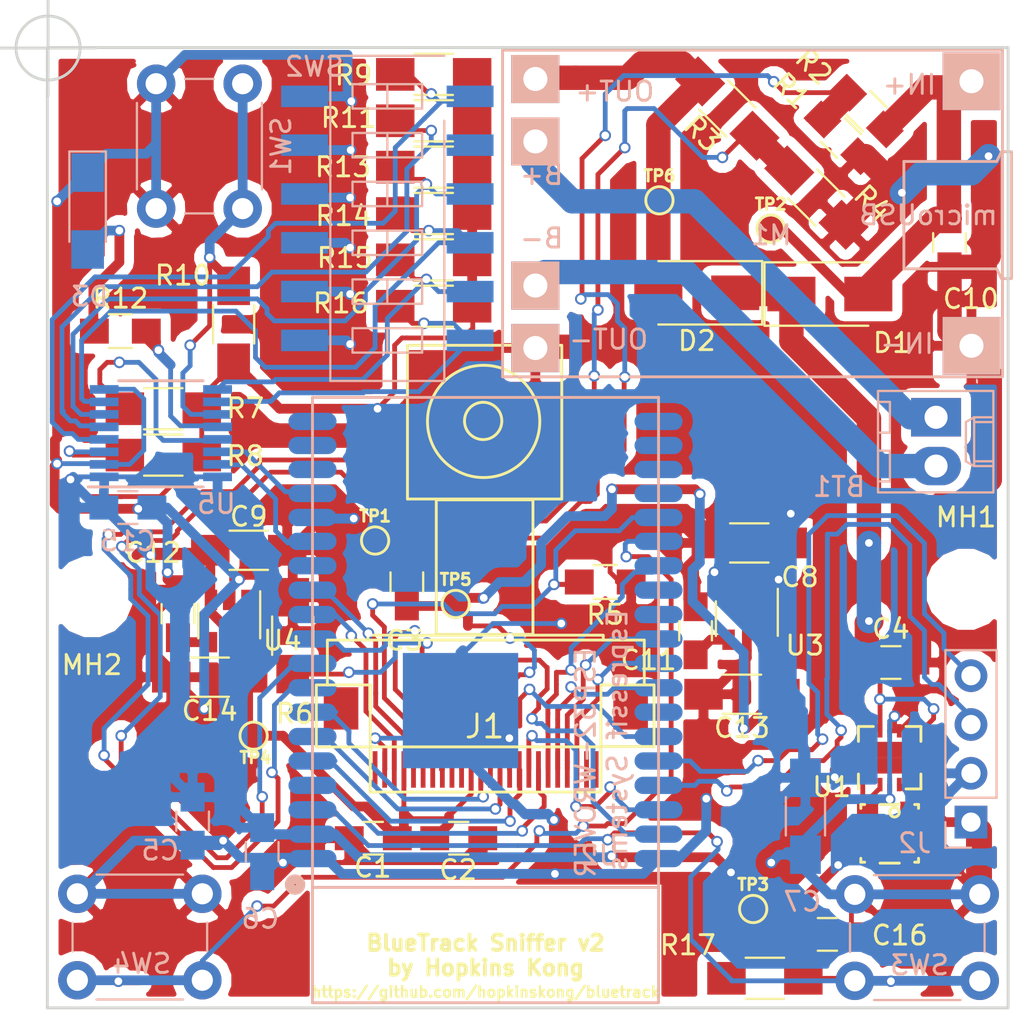
<source format=kicad_pcb>
(kicad_pcb (version 4) (host pcbnew 4.0.6)
  (layers (0 F.Cu signal) (31 B.Cu signal) (34 B.Paste user hide) (35 F.Paste user hide) (36 B.SilkS user hide) (37 F.SilkS user hide) (38 B.Mask user hide) (39 F.Mask user hide) (44 Edge.Cuts user))
  (net 0 "")
  (net 1 "Net-(BT1-Pad1)")
  (net 2 "Net-(BT1-Pad2)")
  (net 3 +2V8)
  (net 4 GND)
  (net 5 +1V2)
  (net 6 "Net-(C4-Pad1)")
  (net 7 +3V3)
  (net 8 +5V)
  (net 9 "Net-(C11-Pad1)")
  (net 10 "Net-(C12-Pad1)")
  (net 11 /EN)
  (net 12 "Net-(D3-Pad2)")
  (net 13 "Net-(J1-Pad1)")
  (net 14 /SCCB_DATA)
  (net 15 /SCCB_CLK)
  (net 16 /CAMERA_RESET)
  (net 17 /CAMERA_VSYNC)
  (net 18 "Net-(J1-Pad8)")
  (net 19 /CAMERA_HREF)
  (net 20 /CAMERA_D7)
  (net 21 /CAMERA_XCLK)
  (net 22 /CAMERA_D6)
  (net 23 /CAMERA_D5)
  (net 24 /CAMERA_PIXCLK)
  (net 25 /CAMERA_D4)
  (net 26 /CAMERA_D0)
  (net 27 /CAMERA_D3)
  (net 28 /CAMERA_D1)
  (net 29 /CAMERA_D2)
  (net 30 "Net-(J1-Pad23)")
  (net 31 "Net-(J1-Pad24)")
  (net 32 "Net-(J2-Pad3)")
  (net 33 "Net-(J2-Pad4)")
  (net 34 "Net-(L1-Pad1)")
  (net 35 "Net-(L1-Pad2)")
  (net 36 +BATT)
  (net 37 /IO0)
  (net 38 /CHG_DET)
  (net 39 /CHG_ADC)
  (net 40 "Net-(R7-Pad1)")
  (net 41 "Net-(R8-Pad1)")
  (net 42 "Net-(R11-Pad1)")
  (net 43 "Net-(R12-Pad2)")
  (net 44 "Net-(R13-Pad1)")
  (net 45 "Net-(R15-Pad1)")
  (net 46 "Net-(R16-Pad1)")
  (net 47 "Net-(U2-Pad32)")
  (net 48 "Net-(U2-Pad28)")
  (net 49 "Net-(U2-Pad27)")
  (net 50 "Net-(U2-Pad23)")
  (net 51 "Net-(U2-Pad22)")
  (net 52 "Net-(U2-Pad21)")
  (net 53 "Net-(U2-Pad20)")
  (net 54 "Net-(U2-Pad19)")
  (net 55 "Net-(U2-Pad18)")
  (net 56 "Net-(U2-Pad17)")
  (net 57 /IOE_SCL)
  (net 58 /IOE_SDA)
  (net 59 "Net-(U2-Pad13)")
  (net 60 "Net-(R9-Pad1)")
  (net 61 "Net-(R10-Pad2)")
  (net 62 "Net-(R14-Pad1)")
  (module Mounting_Holes:MountingHole_3.2mm_M3_ISO14580 (layer F.Cu) (at 169.259 117.094)
    (fp_text reference MH2 (at 0 3.556) (layer F.SilkS))
    (fp_text value MountingHole_3.2mm_M3_ISO14580)
    (pad 1 np_thru_hole circle (at 0 0) (size 3.2 3.2) (drill 3.2) (layers *.Cu *.Mask))
  )
  (module fpc:OV2640_FPC_24 (layer F.Cu) (at 189.738 126.238 180)
    (fp_text reference J1 (at 0.0508 2.3876 180) (layer F.SilkS) (effects (font (size 1.2 1.2))))
    (fp_text value OV2640_FPC)
    (pad 1 smd rect (at 5.75 0.15 180) (size 0.25 1.9) (layers F.Cu F.Paste F.Mask) (net 13 "Net-(J1-Pad1)"))
    (pad 2 smd rect (at 5.25 0.15 180) (size 0.25 1.9) (layers F.Cu F.Paste F.Mask) (net 4 GND))
    (pad 3 smd rect (at 4.75 0.15 180) (size 0.25 1.9) (layers F.Cu F.Paste F.Mask) (net 14 /SCCB_DATA))
    (pad 4 smd rect (at 4.25 0.15 180) (size 0.25 1.9) (layers F.Cu F.Paste F.Mask) (net 3 +2V8))
    (pad 5 smd rect (at 3.75 0.15 180) (size 0.25 1.9) (layers F.Cu F.Paste F.Mask) (net 15 /SCCB_CLK))
    (pad 6 smd rect (at 3.25 0.15 180) (size 0.25 1.9) (layers F.Cu F.Paste F.Mask) (net 16 /CAMERA_RESET))
    (pad 7 smd rect (at 2.75 0.15 180) (size 0.25 1.9) (layers F.Cu F.Paste F.Mask) (net 17 /CAMERA_VSYNC))
    (pad 8 smd rect (at 2.25 0.15 180) (size 0.25 1.9) (layers F.Cu F.Paste F.Mask) (net 18 "Net-(J1-Pad8)"))
    (pad 9 smd rect (at 1.75 0.15 180) (size 0.25 1.9) (layers F.Cu F.Paste F.Mask) (net 19 /CAMERA_HREF))
    (pad 10 smd rect (at 1.25 0.15 180) (size 0.25 1.9) (layers F.Cu F.Paste F.Mask) (net 5 +1V2))
    (pad 11 smd rect (at 0.75 0.15 180) (size 0.25 1.9) (layers F.Cu F.Paste F.Mask) (net 3 +2V8))
    (pad 12 smd rect (at 0.25 0.15 180) (size 0.25 1.9) (layers F.Cu F.Paste F.Mask) (net 20 /CAMERA_D7))
    (pad 13 smd rect (at -0.25 0.15 180) (size 0.25 1.9) (layers F.Cu F.Paste F.Mask) (net 21 /CAMERA_XCLK))
    (pad 14 smd rect (at -0.75 0.15 180) (size 0.25 1.9) (layers F.Cu F.Paste F.Mask) (net 22 /CAMERA_D6))
    (pad 15 smd rect (at -1.25 0.15 180) (size 0.25 1.9) (layers F.Cu F.Paste F.Mask) (net 4 GND))
    (pad 16 smd rect (at -1.75 0.15 180) (size 0.25 1.9) (layers F.Cu F.Paste F.Mask) (net 23 /CAMERA_D5))
    (pad 17 smd rect (at -2.25 0.15 180) (size 0.25 1.9) (layers F.Cu F.Paste F.Mask) (net 24 /CAMERA_PIXCLK))
    (pad 18 smd rect (at -2.75 0.15 180) (size 0.25 1.9) (layers F.Cu F.Paste F.Mask) (net 25 /CAMERA_D4))
    (pad 19 smd rect (at -3.25 0.15 180) (size 0.25 1.9) (layers F.Cu F.Paste F.Mask) (net 26 /CAMERA_D0))
    (pad 20 smd rect (at -3.75 0.15 180) (size 0.25 1.9) (layers F.Cu F.Paste F.Mask) (net 27 /CAMERA_D3))
    (pad 21 smd rect (at -4.25 0.15 180) (size 0.25 1.9) (layers F.Cu F.Paste F.Mask) (net 28 /CAMERA_D1))
    (pad 22 smd rect (at -4.75 0.15 180) (size 0.25 1.9) (layers F.Cu F.Paste F.Mask) (net 29 /CAMERA_D2))
    (pad 23 smd rect (at -5.25 0.15 180) (size 0.25 1.9) (layers F.Cu F.Paste F.Mask) (net 30 "Net-(J1-Pad23)"))
    (pad 24 smd rect (at -5.75 0.15 180) (size 0.25 1.9) (layers F.Cu F.Paste F.Mask) (net 31 "Net-(J1-Pad24)"))
    (pad 0 smd rect (at -7.5438 3.3274 180) (size 1.8 2.2) (layers F.Cu F.Paste F.Mask))
    (pad 0 smd rect (at 7.5184 3.3274 180) (size 1.8 2.2) (layers F.Cu F.Paste F.Mask))
  )
  (module ESP32-footprints-Lib:ESP32-WROVER (layer B.Cu) (at 189.484 125.476 180)
    (fp_text reference U2 (at -6.191 -5.08 180) (layer B.SilkS) (effects (justify mirror)))
    (fp_text value ESP32-WROVER)
    (fp_text user "Espressif Systems" (at -7.108 0.889 450) (layer B.SilkS) (effects (justify mirror)))
    (fp_text user ESP32-WROVER (at -5.457 -0.254 450) (layer B.SilkS) (effects (justify mirror)))
    (pad 38 smd oval (at -9.25 -5.25 180) (size 2.5 0.9) (layers B.Cu B.Paste B.Mask) (net 4 GND))
    (pad 37 smd oval (at -9.25 -3.98 180) (size 2.5 0.9) (layers B.Cu B.Paste B.Mask) (net 19 /CAMERA_HREF))
    (pad 36 smd oval (at -9.25 -2.71 180) (size 2.5 0.9) (layers B.Cu B.Paste B.Mask) (net 24 /CAMERA_PIXCLK))
    (pad 35 smd oval (at -9.25 -1.44 180) (size 2.5 0.9) (layers B.Cu B.Paste B.Mask) (net 32 "Net-(J2-Pad3)"))
    (pad 34 smd oval (at -9.25 -0.17 180) (size 2.5 0.9) (layers B.Cu B.Paste B.Mask) (net 33 "Net-(J2-Pad4)"))
    (pad 33 smd oval (at -9.25 1.1 180) (size 2.5 0.9) (layers B.Cu B.Paste B.Mask) (net 21 /CAMERA_XCLK))
    (pad 32 smd oval (at -9.25 2.37 180) (size 2.5 0.9) (layers B.Cu B.Paste B.Mask) (net 47 "Net-(U2-Pad32)"))
    (pad 31 smd oval (at -9.25 3.64 180) (size 2.5 0.9) (layers B.Cu B.Paste B.Mask) (net 27 /CAMERA_D3))
    (pad 30 smd oval (at -9.25 4.91 180) (size 2.5 0.9) (layers B.Cu B.Paste B.Mask) (net 29 /CAMERA_D2))
    (pad 29 smd oval (at -9.25 6.18 180) (size 2.5 0.9) (layers B.Cu B.Paste B.Mask) (net 28 /CAMERA_D1))
    (pad 28 smd oval (at -9.25 7.45 180) (size 2.5 0.9) (layers B.Cu B.Paste B.Mask) (net 48 "Net-(U2-Pad28)"))
    (pad 27 smd oval (at -9.25 8.72 180) (size 2.5 0.9) (layers B.Cu B.Paste B.Mask) (net 49 "Net-(U2-Pad27)"))
    (pad 26 smd oval (at -9.25 9.99 180) (size 2.5 0.9) (layers B.Cu B.Paste B.Mask) (net 26 /CAMERA_D0))
    (pad 25 smd oval (at -9.25 11.26 180) (size 2.5 0.9) (layers B.Cu B.Paste B.Mask) (net 37 /IO0))
    (pad 24 smd oval (at -9.25 12.5 90) (size 0.9 2.5) (layers B.Cu B.Paste B.Mask) (net 16 /CAMERA_RESET))
    (pad 23 smd oval (at -9.25 13.75 90) (size 0.9 2.5) (layers B.Cu B.Paste B.Mask) (net 50 "Net-(U2-Pad23)"))
    (pad 22 smd oval (at -9.25 15 90) (size 0.9 2.5) (layers B.Cu B.Paste B.Mask) (net 51 "Net-(U2-Pad22)"))
    (pad 21 smd oval (at -9.25 16.25 90) (size 0.9 2.5) (layers B.Cu B.Paste B.Mask) (net 52 "Net-(U2-Pad21)"))
    (pad 20 smd oval (at -9.25 17.5 90) (size 0.9 2.5) (layers B.Cu B.Paste B.Mask) (net 53 "Net-(U2-Pad20)"))
    (pad 19 smd oval (at 8.75 17.5 90) (size 0.9 2.5) (layers B.Cu B.Paste B.Mask) (net 54 "Net-(U2-Pad19)"))
    (pad 18 smd oval (at 8.75 16.25 90) (size 0.9 2.5) (layers B.Cu B.Paste B.Mask) (net 55 "Net-(U2-Pad18)"))
    (pad 17 smd oval (at 8.75 15 90) (size 0.9 2.5) (layers B.Cu B.Paste B.Mask) (net 56 "Net-(U2-Pad17)"))
    (pad 16 smd oval (at 8.75 13.75 90) (size 0.9 2.5) (layers B.Cu B.Paste B.Mask) (net 57 /IOE_SCL))
    (pad 15 smd oval (at 8.75 12.5 90) (size 0.9 2.5) (layers B.Cu B.Paste B.Mask) (net 4 GND))
    (pad 14 smd oval (at 8.75 11.26 180) (size 2.5 0.9) (layers B.Cu B.Paste B.Mask) (net 58 /IOE_SDA))
    (pad 13 smd oval (at 8.75 9.99 180) (size 2.5 0.9) (layers B.Cu B.Paste B.Mask) (net 59 "Net-(U2-Pad13)"))
    (pad 12 smd oval (at 8.75 8.72 180) (size 2.5 0.9) (layers B.Cu B.Paste B.Mask) (net 15 /SCCB_CLK))
    (pad 11 smd oval (at 8.75 7.45 180) (size 2.5 0.9) (layers B.Cu B.Paste B.Mask) (net 14 /SCCB_DATA))
    (pad 10 smd oval (at 8.75 6.18 180) (size 2.5 0.9) (layers B.Cu B.Paste B.Mask) (net 17 /CAMERA_VSYNC))
    (pad 9 smd oval (at 8.75 4.91 180) (size 2.5 0.9) (layers B.Cu B.Paste B.Mask) (net 38 /CHG_DET))
    (pad 8 smd oval (at 8.75 3.64 180) (size 2.5 0.9) (layers B.Cu B.Paste B.Mask) (net 39 /CHG_ADC))
    (pad 7 smd oval (at 8.75 2.37 180) (size 2.5 0.9) (layers B.Cu B.Paste B.Mask) (net 20 /CAMERA_D7))
    (pad 6 smd oval (at 8.75 1.1 180) (size 2.5 0.9) (layers B.Cu B.Paste B.Mask) (net 22 /CAMERA_D6))
    (pad 5 smd oval (at 8.75 -0.17 180) (size 2.5 0.9) (layers B.Cu B.Paste B.Mask) (net 23 /CAMERA_D5))
    (pad 4 smd oval (at 8.75 -1.44 180) (size 2.5 0.9) (layers B.Cu B.Paste B.Mask) (net 25 /CAMERA_D4))
    (pad 3 smd oval (at 8.75 -2.71 180) (size 2.5 0.9) (layers B.Cu B.Paste B.Mask) (net 11 /EN))
    (pad 2 smd oval (at 8.75 -3.98 180) (size 2.5 0.9) (layers B.Cu B.Paste B.Mask) (net 7 +3V3))
    (pad 1 smd oval (at 8.75 -5.25 180) (size 2.5 0.9) (layers B.Cu B.Paste B.Mask) (net 4 GND))
    (pad 39 smd rect (at 1.05 2.45 180) (size 6 6) (layers B.Cu B.Paste B.Mask) (net 4 GND))
  )
  (module Buttons_Switches_THT:SW_PUSH_6mm (layer B.Cu) (at 215.4428 132.588 180)
    (fp_text reference SW3 (at 3.1308 -3.683 180) (layer B.SilkS) (effects (justify mirror)))
    (fp_text value SW_RST)
    (pad 2 thru_hole circle (at 0 -4.5 90) (size 2 2) (drill 1.1) (layers *.Cu *.Mask) (net 11 /EN))
    (pad 1 thru_hole circle (at 0 0 90) (size 2 2) (drill 1.1) (layers *.Cu *.Mask) (net 4 GND))
    (pad 2 thru_hole circle (at 6.5 -4.5 90) (size 2 2) (drill 1.1) (layers *.Cu *.Mask) (net 11 /EN))
    (pad 1 thru_hole circle (at 6.5 0 90) (size 2 2) (drill 1.1) (layers *.Cu *.Mask) (net 4 GND))
  )
  (module Connectors_Molex:Molex_KK-6410-02_02x2.54mm_Straight (layer B.Cu) (at 213.1695 107.7595 270)
    (fp_text reference BT1 (at 3.6195 5.0485 360) (layer B.SilkS) (effects (justify mirror)))
    (fp_text value LiPo)
    (pad 1 thru_hole rect (at 0 0 270) (size 2 2.6) (drill 1.2) (layers *.Cu *.Mask) (net 1 "Net-(BT1-Pad1)"))
    (pad 2 thru_hole oval (at 2.54 0 270) (size 2 2.6) (drill 1.2) (layers *.Cu *.Mask) (net 2 "Net-(BT1-Pad2)"))
  )
  (module Capacitors_SMD:C_0805_HandSoldering (layer F.Cu) (at 183.896 129.667 180)
    (fp_text reference C1 (at 0.032 -1.524 180) (layer F.SilkS))
    (fp_text value 100n)
    (pad 1 smd rect (at -1.25 0 180) (size 1.5 1.25) (layers F.Cu F.Paste F.Mask) (net 3 +2V8))
    (pad 2 smd rect (at 1.25 0 180) (size 1.5 1.25) (layers F.Cu F.Paste F.Mask) (net 4 GND))
  )
  (module Capacitors_SMD:C_0805_HandSoldering (layer F.Cu) (at 188.341 129.667)
    (fp_text reference C2 (at -0.032 1.651 180) (layer F.SilkS))
    (fp_text value 100n)
    (pad 1 smd rect (at -1.25 0) (size 1.5 1.25) (layers F.Cu F.Paste F.Mask) (net 3 +2V8))
    (pad 2 smd rect (at 1.25 0) (size 1.5 1.25) (layers F.Cu F.Paste F.Mask) (net 4 GND))
  )
  (module Capacitors_SMD:C_0805_HandSoldering (layer F.Cu) (at 185.642 116.332 90)
    (fp_text reference C3 (at -3.048 -0.127 180) (layer F.SilkS))
    (fp_text value 100n)
    (pad 1 smd rect (at -1.25 0 90) (size 1.5 1.25) (layers F.Cu F.Paste F.Mask) (net 5 +1V2))
    (pad 2 smd rect (at 1.25 0 90) (size 1.5 1.25) (layers F.Cu F.Paste F.Mask) (net 4 GND))
  )
  (module Capacitors_SMD:C_0805_HandSoldering (layer B.Cu) (at 178.1175 130.3655 270)
    (fp_text reference C6 (at 3.4925 0.0955 360) (layer B.SilkS) (effects (justify mirror)))
    (fp_text value 100n)
    (pad 1 smd rect (at -1.25 0 270) (size 1.5 1.25) (layers B.Cu B.Paste B.Mask) (net 7 +3V3))
    (pad 2 smd rect (at 1.25 0 270) (size 1.5 1.25) (layers B.Cu B.Paste B.Mask) (net 4 GND))
  )
  (module Capacitors_SMD:C_0805_HandSoldering (layer F.Cu) (at 213.868 98.679 270)
    (fp_text reference C10 (at 2.921 -1.111 360) (layer F.SilkS))
    (fp_text value 100n)
    (pad 1 smd rect (at -1.25 0 270) (size 1.5 1.25) (layers F.Cu F.Paste F.Mask) (net 8 +5V))
    (pad 2 smd rect (at 1.25 0 270) (size 1.5 1.25) (layers F.Cu F.Paste F.Mask) (net 4 GND))
  )
  (module Capacitors_SMD:C_0805_HandSoldering (layer F.Cu) (at 200.66 118.872 90)
    (fp_text reference C11 (at -1.524 -2.445 180) (layer F.SilkS))
    (fp_text value 100n)
    (pad 1 smd rect (at -1.25 0 90) (size 1.5 1.25) (layers F.Cu F.Paste F.Mask) (net 9 "Net-(C11-Pad1)"))
    (pad 2 smd rect (at 1.25 0 90) (size 1.5 1.25) (layers F.Cu F.Paste F.Mask) (net 4 GND))
  )
  (module Capacitors_SMD:C_0805_HandSoldering (layer F.Cu) (at 173.736 117.983 90)
    (fp_text reference C12 (at 3.175 -1.302 180) (layer F.SilkS))
    (fp_text value 100n)
    (pad 1 smd rect (at -1.25 0 90) (size 1.5 1.25) (layers F.Cu F.Paste F.Mask) (net 10 "Net-(C12-Pad1)"))
    (pad 2 smd rect (at 1.25 0 90) (size 1.5 1.25) (layers F.Cu F.Paste F.Mask) (net 4 GND))
  )
  (module Capacitors_SMD:C_0805_HandSoldering (layer B.Cu) (at 171.1325 112.4585)
    (fp_text reference C15 (at 0 1.75) (layer B.SilkS) (effects (justify mirror)))
    (fp_text value 100n)
    (pad 1 smd rect (at -1.25 0) (size 1.5 1.25) (layers B.Cu B.Paste B.Mask) (net 7 +3V3))
    (pad 2 smd rect (at 1.25 0) (size 1.5 1.25) (layers B.Cu B.Paste B.Mask) (net 4 GND))
  )
  (module Capacitors_SMD:C_0805_HandSoldering (layer F.Cu) (at 207.518 134.6708)
    (fp_text reference C16 (at 3.7592 0.0508) (layer F.SilkS))
    (fp_text value 100n)
    (pad 1 smd rect (at -1.25 0) (size 1.5 1.25) (layers F.Cu F.Paste F.Mask) (net 11 /EN))
    (pad 2 smd rect (at 1.25 0) (size 1.5 1.25) (layers F.Cu F.Paste F.Mask) (net 4 GND))
  )
  (module LEDs:LED_1206_HandSoldering (layer B.Cu) (at 169.037 97.028 270)
    (fp_text reference D3 (at 4.445 -0.095 360) (layer B.SilkS) (effects (justify mirror)))
    (fp_text value LED)
    (pad 1 smd rect (at -2 0 270) (size 2 1.7) (layers B.Cu B.Paste B.Mask) (net 4 GND))
    (pad 2 smd rect (at 2 0 270) (size 2 1.7) (layers B.Cu B.Paste B.Mask) (net 12 "Net-(D3-Pad2)"))
  )
  (module Resistors_SMD:R_0805_HandSoldering (layer F.Cu) (at 208.2165 93.218 315)
    (fp_text reference R1 (at -3.547201 0.098783 315) (layer F.SilkS))
    (fp_text value 1K)
    (pad 1 smd rect (at -1.35 0 315) (size 1.5 1.3) (layers F.Cu F.Paste F.Mask) (net 38 /CHG_DET))
    (pad 2 smd rect (at 1.35 0 315) (size 1.5 1.3) (layers F.Cu F.Paste F.Mask) (net 4 GND))
  )
  (module Resistors_SMD:R_0805_HandSoldering (layer F.Cu) (at 209.55 91.821 315)
    (fp_text reference R2 (at -3.574142 0.305329 315) (layer F.SilkS))
    (fp_text value 1K4)
    (pad 1 smd rect (at -1.35 0 315) (size 1.5 1.3) (layers F.Cu F.Paste F.Mask) (net 38 /CHG_DET))
    (pad 2 smd rect (at 1.35 0 315) (size 1.5 1.3) (layers F.Cu F.Paste F.Mask) (net 8 +5V))
  )
  (module Resistors_SMD:R_1206_HandSoldering (layer F.Cu) (at 202.311 91.694 135)
    (fp_text reference R3 (at 0 -1.85 135) (layer F.SilkS))
    (fp_text value 10K)
    (pad 1 smd rect (at -2 0 135) (size 2 1.7) (layers F.Cu F.Paste F.Mask) (net 39 /CHG_ADC))
    (pad 2 smd rect (at 2 0 135) (size 2 1.7) (layers F.Cu F.Paste F.Mask) (net 36 +BATT))
  )
  (module Resistors_SMD:R_1206_HandSoldering (layer F.Cu) (at 206.9465 96.3295 315)
    (fp_text reference R4 (at 2.263025 -1.849933 315) (layer F.SilkS))
    (fp_text value 10K)
    (pad 1 smd rect (at -2 0 315) (size 2 1.7) (layers F.Cu F.Paste F.Mask) (net 39 /CHG_ADC))
    (pad 2 smd rect (at 2 0 315) (size 2 1.7) (layers F.Cu F.Paste F.Mask) (net 4 GND))
  )
  (module Resistors_SMD:R_0805_HandSoldering (layer F.Cu) (at 195.961 116.332 180)
    (fp_text reference R5 (at 0 -1.7 180) (layer F.SilkS))
    (fp_text value 1K)
    (pad 1 smd rect (at -1.35 0 180) (size 1.5 1.3) (layers F.Cu F.Paste F.Mask) (net 4 GND))
    (pad 2 smd rect (at 1.35 0 180) (size 1.5 1.3) (layers F.Cu F.Paste F.Mask) (net 16 /CAMERA_RESET))
  )
  (module Resistors_SMD:R_1206_HandSoldering (layer F.Cu) (at 179.705 119.126 270)
    (fp_text reference R6 (at 4.064 -0.095 360) (layer F.SilkS))
    (fp_text value 10K)
    (pad 1 smd rect (at -2 0 270) (size 2 1.7) (layers F.Cu F.Paste F.Mask) (net 4 GND))
    (pad 2 smd rect (at 2 0 270) (size 2 1.7) (layers F.Cu F.Paste F.Mask) (net 18 "Net-(J1-Pad8)"))
  )
  (module Resistors_SMD:R_1206_HandSoldering (layer F.Cu) (at 172.974 107.315)
    (fp_text reference R7 (at 4.2672 -0.0254) (layer F.SilkS))
    (fp_text value 10K)
    (pad 1 smd rect (at -2 0) (size 2 1.7) (layers F.Cu F.Paste F.Mask) (net 40 "Net-(R7-Pad1)"))
    (pad 2 smd rect (at 2 0) (size 2 1.7) (layers F.Cu F.Paste F.Mask) (net 7 +3V3))
  )
  (module Resistors_SMD:R_1206_HandSoldering (layer F.Cu) (at 172.974 109.728)
    (fp_text reference R8 (at 4.2672 0.0508) (layer F.SilkS))
    (fp_text value 10K)
    (pad 1 smd rect (at -2 0) (size 2 1.7) (layers F.Cu F.Paste F.Mask) (net 41 "Net-(R8-Pad1)"))
    (pad 2 smd rect (at 2 0) (size 2 1.7) (layers F.Cu F.Paste F.Mask) (net 7 +3V3))
  )
  (module Buttons_Switches_THT:SW_PUSH_6mm (layer B.Cu) (at 177.1015 96.901 90)
    (fp_text reference SW1 (at 3.25 2 90) (layer B.SilkS) (effects (justify mirror)))
    (fp_text value SW_USER)
    (pad 2 thru_hole circle (at 0 -4.5) (size 2 2) (drill 1.1) (layers *.Cu *.Mask) (net 4 GND))
    (pad 1 thru_hole circle (at 0 0) (size 2 2) (drill 1.1) (layers *.Cu *.Mask) (net 61 "Net-(R10-Pad2)"))
    (pad 2 thru_hole circle (at 6.5 -4.5) (size 2 2) (drill 1.1) (layers *.Cu *.Mask) (net 4 GND))
    (pad 1 thru_hole circle (at 6.5 0) (size 2 2) (drill 1.1) (layers *.Cu *.Mask) (net 61 "Net-(R10-Pad2)"))
  )
  (module Buttons_Switches_THT:SW_PUSH_6mm (layer B.Cu) (at 168.5036 137.0584)
    (fp_text reference SW4 (at 3.3528 -0.8636) (layer B.SilkS) (effects (justify mirror)))
    (fp_text value SW_BOOT)
    (pad 2 thru_hole circle (at 0 -4.5 270) (size 2 2) (drill 1.1) (layers *.Cu *.Mask) (net 4 GND))
    (pad 1 thru_hole circle (at 0 0 270) (size 2 2) (drill 1.1) (layers *.Cu *.Mask) (net 37 /IO0))
    (pad 2 thru_hole circle (at 6.5 -4.5 270) (size 2 2) (drill 1.1) (layers *.Cu *.Mask) (net 4 GND))
    (pad 1 thru_hole circle (at 6.5 0 270) (size 2 2) (drill 1.1) (layers *.Cu *.Mask) (net 37 /IO0))
  )
  (module Housings_DFN_QFN:QFN-12-1EP_3x3mm_Pitch0.5mm (layer F.Cu) (at 210.7565 125.476 90)
    (fp_text reference U1 (at -1.524 -3.0165 180) (layer F.SilkS))
    (fp_text value ISL9120IR)
    (pad 1 smd rect (at -1.4 -0.5 90) (size 0.7 0.25) (layers F.Cu F.Paste F.Mask) (net 35 "Net-(L1-Pad2)"))
    (pad 2 smd rect (at -1.4 0 90) (size 0.7 0.25) (layers F.Cu F.Paste F.Mask) (net 4 GND))
    (pad 3 smd rect (at -1.4 0.5 90) (size 0.7 0.25) (layers F.Cu F.Paste F.Mask) (net 34 "Net-(L1-Pad1)"))
    (pad 4 smd rect (at -0.5 1.4 180) (size 0.7 0.25) (layers F.Cu F.Paste F.Mask) (net 34 "Net-(L1-Pad1)"))
    (pad 5 smd rect (at 0 1.4 180) (size 0.7 0.25) (layers F.Cu F.Paste F.Mask) (net 6 "Net-(C4-Pad1)"))
    (pad 6 smd rect (at 0.5 1.4 180) (size 0.7 0.25) (layers F.Cu F.Paste F.Mask) (net 6 "Net-(C4-Pad1)"))
    (pad 7 smd rect (at 1.4 0.5 90) (size 0.7 0.25) (layers F.Cu F.Paste F.Mask) (net 4 GND))
    (pad 8 smd rect (at 1.4 0 90) (size 0.7 0.25) (layers F.Cu F.Paste F.Mask) (net 4 GND))
    (pad 9 smd rect (at 1.4 -0.5 90) (size 0.7 0.25) (layers F.Cu F.Paste F.Mask) (net 6 "Net-(C4-Pad1)"))
    (pad 10 smd rect (at 0.5 -1.4 180) (size 0.7 0.25) (layers F.Cu F.Paste F.Mask) (net 7 +3V3))
    (pad 11 smd rect (at 0 -1.4 180) (size 0.7 0.25) (layers F.Cu F.Paste F.Mask) (net 7 +3V3))
    (pad 12 smd rect (at -0.5 -1.4 180) (size 0.7 0.25) (layers F.Cu F.Paste F.Mask) (net 35 "Net-(L1-Pad2)"))
    (pad 13 smd rect (at 0.4125 0.4125 90) (size 0.825 0.825) (layers F.Cu F.Paste F.Mask))
    (pad 13 smd rect (at 0.4125 -0.4125 90) (size 0.825 0.825) (layers F.Cu F.Paste F.Mask))
    (pad 13 smd rect (at -0.4125 0.4125 90) (size 0.825 0.825) (layers F.Cu F.Paste F.Mask))
    (pad 13 smd rect (at -0.4125 -0.4125 90) (size 0.825 0.825) (layers F.Cu F.Paste F.Mask))
  )
  (module TO_SOT_Packages_SMD:SOT-23-5 (layer F.Cu) (at 203.327 118.237 270)
    (fp_text reference U3 (at 1.397 -3.016 360) (layer F.SilkS))
    (fp_text value SGM2019-1.2)
    (pad 1 smd rect (at -1.1 -0.95 270) (size 1.06 0.65) (layers F.Cu F.Paste F.Mask) (net 7 +3V3))
    (pad 2 smd rect (at -1.1 0 270) (size 1.06 0.65) (layers F.Cu F.Paste F.Mask) (net 4 GND))
    (pad 3 smd rect (at -1.1 0.95 270) (size 1.06 0.65) (layers F.Cu F.Paste F.Mask) (net 7 +3V3))
    (pad 4 smd rect (at 1.1 0.95 270) (size 1.06 0.65) (layers F.Cu F.Paste F.Mask) (net 9 "Net-(C11-Pad1)"))
    (pad 5 smd rect (at 1.1 -0.95 270) (size 1.06 0.65) (layers F.Cu F.Paste F.Mask) (net 5 +1V2))
  )
  (module TO_SOT_Packages_SMD:SOT-23-5 (layer F.Cu) (at 176.403 118.364 270)
    (fp_text reference U4 (at 1.016 -2.762 360) (layer F.SilkS))
    (fp_text value SGM2019-2.8)
    (pad 1 smd rect (at -1.1 -0.95 270) (size 1.06 0.65) (layers F.Cu F.Paste F.Mask) (net 7 +3V3))
    (pad 2 smd rect (at -1.1 0 270) (size 1.06 0.65) (layers F.Cu F.Paste F.Mask) (net 4 GND))
    (pad 3 smd rect (at -1.1 0.95 270) (size 1.06 0.65) (layers F.Cu F.Paste F.Mask) (net 7 +3V3))
    (pad 4 smd rect (at 1.1 0.95 270) (size 1.06 0.65) (layers F.Cu F.Paste F.Mask) (net 10 "Net-(C12-Pad1)"))
    (pad 5 smd rect (at 1.1 -0.95 270) (size 1.06 0.65) (layers F.Cu F.Paste F.Mask) (net 3 +2V8))
  )
  (module Housings_SSOP:TSSOP-16_4.4x5mm_Pitch0.65mm (layer B.Cu) (at 172.847 108.585)
    (fp_text reference U5 (at 2.889 3.683) (layer B.SilkS) (effects (justify mirror)))
    (fp_text value TCA6408A)
    (pad 1 smd rect (at -2.95 2.275) (size 1.5 0.45) (layers B.Cu B.Paste B.Mask) (net 7 +3V3))
    (pad 2 smd rect (at -2.95 1.625) (size 1.5 0.45) (layers B.Cu B.Paste B.Mask) (net 4 GND))
    (pad 3 smd rect (at -2.95 0.975) (size 1.5 0.45) (layers B.Cu B.Paste B.Mask) (net 41 "Net-(R8-Pad1)"))
    (pad 4 smd rect (at -2.95 0.325) (size 1.5 0.45) (layers B.Cu B.Paste B.Mask) (net 60 "Net-(R9-Pad1)"))
    (pad 5 smd rect (at -2.95 -0.325) (size 1.5 0.45) (layers B.Cu B.Paste B.Mask) (net 42 "Net-(R11-Pad1)"))
    (pad 6 smd rect (at -2.95 -0.975) (size 1.5 0.45) (layers B.Cu B.Paste B.Mask) (net 44 "Net-(R13-Pad1)"))
    (pad 7 smd rect (at -2.95 -1.625) (size 1.5 0.45) (layers B.Cu B.Paste B.Mask) (net 62 "Net-(R14-Pad1)"))
    (pad 8 smd rect (at -2.95 -2.275) (size 1.5 0.45) (layers B.Cu B.Paste B.Mask) (net 4 GND))
    (pad 9 smd rect (at 2.95 -2.275) (size 1.5 0.45) (layers B.Cu B.Paste B.Mask) (net 45 "Net-(R15-Pad1)"))
    (pad 10 smd rect (at 2.95 -1.625) (size 1.5 0.45) (layers B.Cu B.Paste B.Mask) (net 46 "Net-(R16-Pad1)"))
    (pad 11 smd rect (at 2.95 -0.975) (size 1.5 0.45) (layers B.Cu B.Paste B.Mask) (net 61 "Net-(R10-Pad2)"))
    (pad 12 smd rect (at 2.95 -0.325) (size 1.5 0.45) (layers B.Cu B.Paste B.Mask) (net 43 "Net-(R12-Pad2)"))
    (pad 13 smd rect (at 2.95 0.325) (size 1.5 0.45) (layers B.Cu B.Paste B.Mask) (net 40 "Net-(R7-Pad1)"))
    (pad 14 smd rect (at 2.95 0.975) (size 1.5 0.45) (layers B.Cu B.Paste B.Mask) (net 57 /IOE_SCL))
    (pad 15 smd rect (at 2.95 1.625) (size 1.5 0.45) (layers B.Cu B.Paste B.Mask) (net 58 /IOE_SDA))
    (pad 16 smd rect (at 2.95 2.275) (size 1.5 0.45) (layers B.Cu B.Paste B.Mask) (net 7 +3V3))
  )
  (module Buttons_Switches_SMD:SW_DIP_x6_W8.61mm_Slide_LowProfile (layer B.Cu) (at 184.626 97.409 180)
    (fp_text reference SW2 (at 3.7973 7.8994 180) (layer B.SilkS) (effects (justify mirror)))
    (fp_text value ADDR_SWITCH)
    (pad 1 smd rect (at -4.305 6.35 180) (size 2.44 1.12) (layers B.Cu B.Paste B.Mask) (net 60 "Net-(R9-Pad1)"))
    (pad 7 smd rect (at 4.305 -6.35 180) (size 2.44 1.12) (layers B.Cu B.Paste B.Mask) (net 4 GND))
    (pad 2 smd rect (at -4.305 3.81 180) (size 2.44 1.12) (layers B.Cu B.Paste B.Mask) (net 42 "Net-(R11-Pad1)"))
    (pad 8 smd rect (at 4.305 -3.81 180) (size 2.44 1.12) (layers B.Cu B.Paste B.Mask) (net 4 GND))
    (pad 3 smd rect (at -4.305 1.27 180) (size 2.44 1.12) (layers B.Cu B.Paste B.Mask) (net 44 "Net-(R13-Pad1)"))
    (pad 9 smd rect (at 4.305 -1.27 180) (size 2.44 1.12) (layers B.Cu B.Paste B.Mask) (net 4 GND))
    (pad 4 smd rect (at -4.305 -1.27 180) (size 2.44 1.12) (layers B.Cu B.Paste B.Mask) (net 62 "Net-(R14-Pad1)"))
    (pad 10 smd rect (at 4.305 1.27 180) (size 2.44 1.12) (layers B.Cu B.Paste B.Mask) (net 4 GND))
    (pad 5 smd rect (at -4.305 -3.81 180) (size 2.44 1.12) (layers B.Cu B.Paste B.Mask) (net 45 "Net-(R15-Pad1)"))
    (pad 11 smd rect (at 4.305 3.81 180) (size 2.44 1.12) (layers B.Cu B.Paste B.Mask) (net 4 GND))
    (pad 6 smd rect (at -4.305 -6.35 180) (size 2.44 1.12) (layers B.Cu B.Paste B.Mask) (net 46 "Net-(R16-Pad1)"))
    (pad 12 smd rect (at 4.305 6.35 180) (size 2.44 1.12) (layers B.Cu B.Paste B.Mask) (net 4 GND))
  )
  (module Diodes_SMD:D_SMA (layer F.Cu) (at 207.645 101.346)
    (fp_text reference D1 (at 3.2258 2.54) (layer F.SilkS))
    (fp_text value SS23S)
    (pad 1 smd rect (at -2 0) (size 2.5 1.8) (layers F.Cu F.Paste F.Mask) (net 6 "Net-(C4-Pad1)"))
    (pad 2 smd rect (at 2 0) (size 2.5 1.8) (layers F.Cu F.Paste F.Mask) (net 8 +5V))
  )
  (module Diodes_SMD:D_SMA (layer F.Cu) (at 200.7235 101.2825 180)
    (fp_text reference D2 (at 0 -2.5 180) (layer F.SilkS))
    (fp_text value SS23S)
    (pad 1 smd rect (at -2 0 180) (size 2.5 1.8) (layers F.Cu F.Paste F.Mask) (net 6 "Net-(C4-Pad1)"))
    (pad 2 smd rect (at 2 0 180) (size 2.5 1.8) (layers F.Cu F.Paste F.Mask) (net 36 +BATT))
  )
  (module murata_inductors:Inductor_LQH3NP (layer F.Cu) (at 210.7565 129.413 180)
    (fp_text reference L1 hide)
    (fp_text value 1u hide)
    (pad 1 smd rect (at -1.09982 0 180) (size 1.09982 3.29946) (layers F.Cu F.Paste F.Mask) (net 34 "Net-(L1-Pad1)"))
    (pad 2 smd rect (at 1.15062 0 180) (size 1.09982 3.29946) (layers F.Cu F.Paste F.Mask) (net 35 "Net-(L1-Pad2)"))
  )
  (module Resistors_SMD:R_1206_HandSoldering (layer F.Cu) (at 187.039 89.916)
    (fp_text reference R9 (at -4.1656 0.0508) (layer F.SilkS))
    (fp_text value 10K)
    (pad 1 smd rect (at -2 0) (size 2 1.7) (layers F.Cu F.Paste F.Mask) (net 60 "Net-(R9-Pad1)"))
    (pad 2 smd rect (at 2 0) (size 2 1.7) (layers F.Cu F.Paste F.Mask) (net 7 +3V3))
  )
  (module Resistors_SMD:R_1206_HandSoldering (layer F.Cu) (at 176.6316 102.9208 90)
    (fp_text reference R10 (at 2.54 -2.6416 180) (layer F.SilkS))
    (fp_text value 10K)
    (pad 1 smd rect (at -2 0 90) (size 2 1.7) (layers F.Cu F.Paste F.Mask) (net 7 +3V3))
    (pad 2 smd rect (at 2 0 90) (size 2 1.7) (layers F.Cu F.Paste F.Mask) (net 61 "Net-(R10-Pad2)"))
  )
  (module Resistors_SMD:R_1206_HandSoldering (layer F.Cu) (at 187.039 92.329)
    (fp_text reference R11 (at -4.4196 -0.1524) (layer F.SilkS))
    (fp_text value 10K)
    (pad 1 smd rect (at -2 0) (size 2 1.7) (layers F.Cu F.Paste F.Mask) (net 42 "Net-(R11-Pad1)"))
    (pad 2 smd rect (at 2 0) (size 2 1.7) (layers F.Cu F.Paste F.Mask) (net 7 +3V3))
  )
  (module Resistors_SMD:R_0805_HandSoldering (layer F.Cu) (at 170.7388 103.2764)
    (fp_text reference R12 (at 0 -1.7) (layer F.SilkS))
    (fp_text value 100R)
    (pad 1 smd rect (at -1.35 0) (size 1.5 1.3) (layers F.Cu F.Paste F.Mask) (net 12 "Net-(D3-Pad2)"))
    (pad 2 smd rect (at 1.35 0) (size 1.5 1.3) (layers F.Cu F.Paste F.Mask) (net 43 "Net-(R12-Pad2)"))
  )
  (module Resistors_SMD:R_1206_HandSoldering (layer F.Cu) (at 187.039 94.742)
    (fp_text reference R13 (at -4.7244 0) (layer F.SilkS))
    (fp_text value 10K)
    (pad 1 smd rect (at -2 0) (size 2 1.7) (layers F.Cu F.Paste F.Mask) (net 44 "Net-(R13-Pad1)"))
    (pad 2 smd rect (at 2 0) (size 2 1.7) (layers F.Cu F.Paste F.Mask) (net 7 +3V3))
  )
  (module Resistors_SMD:R_1206_HandSoldering (layer F.Cu) (at 187.039 97.155)
    (fp_text reference R14 (at -4.699 0.127) (layer F.SilkS))
    (fp_text value 10K)
    (pad 1 smd rect (at -2 0) (size 2 1.7) (layers F.Cu F.Paste F.Mask) (net 62 "Net-(R14-Pad1)"))
    (pad 2 smd rect (at 2 0) (size 2 1.7) (layers F.Cu F.Paste F.Mask) (net 7 +3V3))
  )
  (module Resistors_SMD:R_1206_HandSoldering (layer F.Cu) (at 187.039 99.568)
    (fp_text reference R15 (at -4.6228 -0.1016) (layer F.SilkS))
    (fp_text value 10K)
    (pad 1 smd rect (at -2 0) (size 2 1.7) (layers F.Cu F.Paste F.Mask) (net 45 "Net-(R15-Pad1)"))
    (pad 2 smd rect (at 2 0) (size 2 1.7) (layers F.Cu F.Paste F.Mask) (net 7 +3V3))
  )
  (module Resistors_SMD:R_1206_HandSoldering (layer F.Cu) (at 187.039 101.981)
    (fp_text reference R16 (at -4.826 -0.1524) (layer F.SilkS))
    (fp_text value 10K)
    (pad 1 smd rect (at -2 0) (size 2 1.7) (layers F.Cu F.Paste F.Mask) (net 46 "Net-(R16-Pad1)"))
    (pad 2 smd rect (at 2 0) (size 2 1.7) (layers F.Cu F.Paste F.Mask) (net 7 +3V3))
  )
  (module Resistors_SMD:R_1206_HandSoldering (layer F.Cu) (at 204.2668 136.9568 180)
    (fp_text reference R17 (at 4.0132 1.7272 180) (layer F.SilkS))
    (fp_text value 10K)
    (pad 1 smd rect (at -2 0 180) (size 2 1.7) (layers F.Cu F.Paste F.Mask) (net 11 /EN))
    (pad 2 smd rect (at 2 0 180) (size 2 1.7) (layers F.Cu F.Paste F.Mask) (net 7 +3V3))
  )
  (module Pin_Headers:Pin_Header_Straight_1x04_Pitch2.54mm (layer B.Cu) (at 214.9856 128.8288)
    (fp_text reference J2 (at -2.9276 1.0922) (layer B.SilkS) (effects (justify mirror)))
    (fp_text value SERIAL_PORT)
    (pad 1 thru_hole rect (at 0 0) (size 1.7 1.7) (drill 1) (layers *.Cu *.Mask) (net 4 GND))
    (pad 2 thru_hole oval (at 0 -2.54) (size 1.7 1.7) (drill 1) (layers *.Cu *.Mask) (net 7 +3V3))
    (pad 3 thru_hole oval (at 0 -5.08) (size 1.7 1.7) (drill 1) (layers *.Cu *.Mask) (net 32 "Net-(J2-Pad3)"))
    (pad 4 thru_hole oval (at 0 -7.62) (size 1.7 1.7) (drill 1) (layers *.Cu *.Mask) (net 33 "Net-(J2-Pad4)"))
  )
  (module Capacitors_SMD:C_0805_HandSoldering (layer F.Cu) (at 210.82 120.523)
    (fp_text reference C4 (at 0 -1.75) (layer F.SilkS))
    (fp_text value 10u)
    (pad 1 smd rect (at -1.25 0) (size 1.5 1.25) (layers F.Cu F.Paste F.Mask) (net 6 "Net-(C4-Pad1)"))
    (pad 2 smd rect (at 1.25 0) (size 1.5 1.25) (layers F.Cu F.Paste F.Mask) (net 4 GND))
  )
  (module Capacitors_SMD:C_0805_HandSoldering (layer B.Cu) (at 174.498 128.778 270)
    (fp_text reference C5 (at 1.524 1.683 360) (layer B.SilkS) (effects (justify mirror)))
    (fp_text value 10u)
    (pad 1 smd rect (at -1.25 0 270) (size 1.5 1.25) (layers B.Cu B.Paste B.Mask) (net 7 +3V3))
    (pad 2 smd rect (at 1.25 0 270) (size 1.5 1.25) (layers B.Cu B.Paste B.Mask) (net 4 GND))
  )
  (module Capacitors_SMD:C_1206_HandSoldering (layer B.Cu) (at 206.375 128.524 270)
    (fp_text reference C7 (at 4.445 0.159 360) (layer B.SilkS) (effects (justify mirror)))
    (fp_text value 22u)
    (pad 1 smd rect (at -2 0 270) (size 2 1.6) (layers B.Cu B.Paste B.Mask) (net 7 +3V3))
    (pad 2 smd rect (at 2 0 270) (size 2 1.6) (layers B.Cu B.Paste B.Mask) (net 4 GND))
  )
  (module Capacitors_SMD:C_1206_HandSoldering (layer F.Cu) (at 203.454 114.3 180)
    (fp_text reference C8 (at -2.635 -1.778 180) (layer F.SilkS))
    (fp_text value 1u)
    (pad 1 smd rect (at -2 0 180) (size 2 1.6) (layers F.Cu F.Paste F.Mask) (net 7 +3V3))
    (pad 2 smd rect (at 2 0 180) (size 2 1.6) (layers F.Cu F.Paste F.Mask) (net 4 GND))
  )
  (module Capacitors_SMD:C_1206_HandSoldering (layer F.Cu) (at 177.419 114.681)
    (fp_text reference C9 (at 0 -1.75) (layer F.SilkS))
    (fp_text value 1u)
    (pad 1 smd rect (at -2 0) (size 2 1.6) (layers F.Cu F.Paste F.Mask) (net 7 +3V3))
    (pad 2 smd rect (at 2 0) (size 2 1.6) (layers F.Cu F.Paste F.Mask) (net 4 GND))
  )
  (module Capacitors_SMD:C_1206_HandSoldering (layer F.Cu) (at 203.073 122.174 180)
    (fp_text reference C13 (at 0 -1.75 180) (layer F.SilkS))
    (fp_text value 1u)
    (pad 1 smd rect (at -2 0 180) (size 2 1.6) (layers F.Cu F.Paste F.Mask) (net 5 +1V2))
    (pad 2 smd rect (at 2 0 180) (size 2 1.6) (layers F.Cu F.Paste F.Mask) (net 4 GND))
  )
  (module Capacitors_SMD:C_1206_HandSoldering (layer F.Cu) (at 175.387 121.285 180)
    (fp_text reference C14 (at 0 -1.75 180) (layer F.SilkS))
    (fp_text value 1u)
    (pad 1 smd rect (at -2 0 180) (size 2 1.6) (layers F.Cu F.Paste F.Mask) (net 3 +2V8))
    (pad 2 smd rect (at 2 0 180) (size 2 1.6) (layers F.Cu F.Paste F.Mask) (net 4 GND))
  )
  (module 4056_module:4056_fixed (layer B.Cu) (at 203.327 97.155 180)
    (fp_text reference M1 (at -1.266 -1.13 180) (layer B.SilkS) (effects (justify mirror)))
    (fp_text value TP4056_CHG_WITH_PROTECT)
    (fp_text user microUSB (at -9.438 -0.086 360) (layer B.SilkS) (effects (justify mirror)))
    (fp_text user B- (at 10.674 -1.29 180) (layer B.SilkS) (effects (justify mirror)))
    (fp_text user B+ (at 10.674 2.012 180) (layer B.SilkS) (effects (justify mirror)))
    (fp_text user OUT- (at 7.19 -6.556 180) (layer B.SilkS) (effects (justify mirror)))
    (fp_text user OUT+ (at 6.87 6.348 180) (layer B.SilkS) (effects (justify mirror)))
    (fp_text user IN- (at -8.3312 -6.7818 180) (layer B.SilkS) (effects (justify mirror)))
    (fp_text user IN+ (at -8.4582 6.7056 180) (layer B.SilkS) (effects (justify mirror)))
    (pad 1 thru_hole rect (at -11.684 6.8834 180) (size 3 3) (drill 1.25) (layers *.Cu *.Mask B.SilkS) (net 8 +5V))
    (pad 2 thru_hole rect (at -11.684 -6.8834 180) (size 3 3) (drill 1.25) (layers *.Cu *.Mask B.SilkS) (net 4 GND))
    (pad 6 thru_hole rect (at 11 -7 180) (size 2.5 2.5) (drill 1.25) (layers *.Cu *.Mask B.SilkS) (net 4 GND))
    (pad 5 thru_hole rect (at 11 7 180) (size 2.5 2.5) (drill 1.25) (layers *.Cu *.Mask B.SilkS) (net 36 +BATT))
    (pad 3 thru_hole rect (at 11 3.75 180) (size 2.5 2.5) (drill 1.25) (layers *.Cu *.Mask B.SilkS) (net 1 "Net-(BT1-Pad1)"))
    (pad 4 thru_hole rect (at 11 -3.75 180) (size 2.5 2.5) (drill 1.25) (layers *.Cu *.Mask B.SilkS) (net 2 "Net-(BT1-Pad2)"))
  )
  (module test_point:TP (layer F.Cu) (at 177.673 124.333)
    (fp_text reference TP4 (at 0.095 1.143) (layer F.SilkS) (effects (font (size 0.6 0.6))))
    (fp_text value 2V8)
    (pad 1 smd circle (at 0 0) (size 1.27 1.27) (layers F.Cu F.Paste F.Mask) (net 3 +2V8))
  )
  (module test_point:TP (layer F.Cu) (at 183.991 114.173)
    (fp_text reference TP1 (at 0 -1.27) (layer F.SilkS) (effects (font (size 0.6 0.6))))
    (fp_text value GND)
    (pad 1 smd circle (at 0 0) (size 1.27 1.27) (layers F.Cu F.Paste F.Mask) (net 4 GND))
  )
  (module test_point:TP (layer F.Cu) (at 188.182 117.475)
    (fp_text reference TP5 (at 0 -1.27) (layer F.SilkS) (effects (font (size 0.6 0.6))))
    (fp_text value 1V2)
    (pad 1 smd circle (at 0 0) (size 1.27 1.27) (layers F.Cu F.Paste F.Mask) (net 5 +1V2))
  )
  (module test_point:TP (layer F.Cu) (at 198.7804 96.4692)
    (fp_text reference TP6 (at 0 -1.27) (layer F.SilkS) (effects (font (size 0.6 0.6))))
    (fp_text value VBAT)
    (pad 1 smd circle (at 0 0) (size 1.27 1.27) (layers F.Cu F.Paste F.Mask) (net 36 +BATT))
  )
  (module test_point:TP (layer F.Cu) (at 204.5716 97.9424)
    (fp_text reference TP2 (at 0 -1.27) (layer F.SilkS) (effects (font (size 0.6 0.6))))
    (fp_text value 5V)
    (pad 1 smd circle (at 0 0) (size 1.27 1.27) (layers F.Cu F.Paste F.Mask) (net 8 +5V))
  )
  (module test_point:TP (layer F.Cu) (at 203.6572 133.35)
    (fp_text reference TP3 (at 0 -1.27) (layer F.SilkS) (effects (font (size 0.6 0.6))))
    (fp_text value 3V3)
    (pad 1 smd circle (at 0 0) (size 1.27 1.27) (layers F.Cu F.Paste F.Mask) (net 7 +3V3))
  )
  (module Mounting_Holes:MountingHole_3.2mm_M3_ISO14580 (layer F.Cu) (at 214.725 116.713)
    (fp_text reference MH1 (at 0 -3.75) (layer F.SilkS))
    (fp_text value MountingHole_3.2mm_M3_ISO14580)
    (pad 1 np_thru_hole circle (at 0 0) (size 3.2 3.2) (drill 3.2) (layers *.Cu *.Mask))
  )
  (gr_text "BlueTrack Sniffer v2\nby Hopkins Kong" (at 189.738 135.763) (layer F.SilkS) (effects (font (size 0.8 0.8) (thickness 0.2))))
  (gr_text "https://github.com/hopkinskong/bluetrack\n" (at 189.738 137.668) (layer F.SilkS) (effects (font (size 0.55 0.55) (thickness 0.125))))
  (target plus (at 166.9796 88.5444) (size 5) (width 0.15) (layer Edge.Cuts))
  (gr_line (start 216.916 88.5195) (end 166.9415 88.5195) (angle 90) (layer Edge.Cuts) (width 0.15))
  (gr_line (start 216.916 138.494) (end 216.916 88.5195) (angle 90) (layer Edge.Cuts) (width 0.15))
  (gr_line (start 166.9415 138.4935) (end 216.916 138.4935) (angle 90) (layer Edge.Cuts) (width 0.15))
  (gr_line (start 166.9415 88.5195) (end 166.9415 138.494) (angle 90) (layer Edge.Cuts) (width 0.15))
  (segment (start 192.4575 93.599) (end 192.2 93.3415) (width 1.27) (layer F.Cu) (net 1))
  (segment (start 192.2 93.3415) (end 192.2 94.4735) (width 1.27) (layer B.Cu) (net 1))
  (segment (start 192.2 94.4735) (end 194.2465 96.52) (width 1.27) (layer B.Cu) (net 1))
  (segment (start 194.2465 96.52) (end 200.5965 96.52) (width 1.27) (layer B.Cu) (net 1))
  (segment (start 213.1695 107.7595) (end 211.836 107.7595) (width 1.27) (layer B.Cu) (net 1))
  (segment (start 211.836 107.7595) (end 200.5965 96.52) (width 1.27) (layer B.Cu) (net 1))
  (segment (start 192.8385 100.203) (end 200.152 100.203) (width 1.27) (layer B.Cu) (net 2))
  (segment (start 210.2485 110.2995) (end 200.152 100.203) (width 1.27) (layer B.Cu) (net 2))
  (segment (start 210.2485 110.2995) (end 213.1695 110.2995) (width 1.27) (layer B.Cu) (net 2))
  (segment (start 192.8385 100.203) (end 192.2 100.8415) (width 1.27) (layer B.Cu) (net 2))
  (segment (start 187.833 128.524) (end 187.833 128.925) (width 0.508) (layer F.Cu) (net 3))
  (segment (start 187.833 128.925) (end 187.091 129.667) (width 0.508) (layer F.Cu) (net 3))
  (segment (start 185.488 128.211) (end 185.488 129.325) (width 0.508) (layer F.Cu) (net 3))
  (segment (start 185.488 129.325) (end 185.146 129.667) (width 0.508) (layer F.Cu) (net 3))
  (segment (start 185.146 129.667) (end 187.091 129.667) (width 0.508) (layer F.Cu) (net 3))
  (segment (start 177.673 124.333) (end 179.197 124.333) (width 0.508) (layer F.Cu) (net 3))
  (segment (start 183.495 128.016) (end 185.146 129.667) (width 0.508) (layer F.Cu) (net 3))
  (segment (start 182.88 128.016) (end 183.495 128.016) (width 0.508) (layer F.Cu) (net 3))
  (segment (start 179.197 124.333) (end 182.88 128.016) (width 0.508) (layer F.Cu) (net 3))
  (segment (start 177.387 121.285) (end 177.387 124.047) (width 0.508) (layer F.Cu) (net 3))
  (segment (start 177.387 124.047) (end 177.673 124.333) (width 0.508) (layer F.Cu) (net 3))
  (segment (start 177.353 119.464) (end 177.353 121.251) (width 0.508) (layer F.Cu) (net 3))
  (segment (start 177.353 121.251) (end 177.387 121.285) (width 0.508) (layer F.Cu) (net 3))
  (segment (start 187.706 128.651) (end 185.928 128.651) (width 0.25) (layer F.Cu) (net 3))
  (segment (start 188.988 127.369) (end 188.722 127.635) (width 0.25) (layer F.Cu) (net 3))
  (segment (start 187.706 128.651) (end 187.833 128.524) (width 0.25) (layer F.Cu) (net 3))
  (segment (start 187.833 128.524) (end 188.722 127.635) (width 0.25) (layer F.Cu) (net 3))
  (segment (start 185.488 128.211) (end 185.488 126.088) (width 0.25) (layer F.Cu) (net 3))
  (segment (start 185.928 128.651) (end 185.488 128.211) (width 0.25) (layer F.Cu) (net 3))
  (segment (start 188.988 127.115) (end 188.988 127.369) (width 0.25) (layer F.Cu) (net 3))
  (segment (start 188.988 127.369) (end 188.976 127.381) (width 0.25) (layer F.Cu) (net 3))
  (segment (start 188.988 126.088) (end 188.988 127.115) (width 0.25) (layer F.Cu) (net 3))
  (segment (start 188.988 127.115) (end 188.976 127.127) (width 0.25) (layer F.Cu) (net 3))
  (segment (start 173.736 116.733) (end 173.196 116.193) (width 0.508) (layer F.Cu) (net 4))
  (segment (start 173.196 116.193) (end 173.196 115.824) (width 0.508) (layer F.Cu) (net 4))
  (segment (start 173.196 113.272) (end 172.3825 112.4585) (width 0.508) (layer B.Cu) (net 4))
  (segment (start 173.196 115.824) (end 173.196 113.272) (width 0.508) (layer B.Cu) (net 4))
  (via (at 173.196 115.824) (size 0.6) (drill 0.4) (layers F.Cu B.Cu) (net 4))
  (segment (start 172.466 118.491) (end 172.561 118.396) (width 0.508) (layer F.Cu) (net 4))
  (segment (start 172.466 120.015) (end 172.466 119.38) (width 0.508) (layer F.Cu) (net 4))
  (segment (start 172.466 118.491) (end 172.466 119.38) (width 0.508) (layer F.Cu) (net 4))
  (segment (start 172.561 117.908) (end 173.736 116.733) (width 0.508) (layer F.Cu) (net 4))
  (segment (start 172.561 118.396) (end 172.561 117.908) (width 0.508) (layer F.Cu) (net 4))
  (segment (start 172.3825 112.4585) (end 172.319 112.522) (width 0.508) (layer B.Cu) (net 4))
  (segment (start 172.319 112.522) (end 171.672 112.522) (width 0.508) (layer B.Cu) (net 4))
  (via (at 171.672 112.522) (size 0.6) (drill 0.4) (layers F.Cu B.Cu) (net 4))
  (segment (start 171.672 112.522) (end 167.5765 112.522) (width 0.508) (layer F.Cu) (net 4))
  (segment (start 167.5765 112.522) (end 167.3225 112.268) (width 0.508) (layer F.Cu) (net 4))
  (segment (start 176.911 116.205) (end 173.1645 112.4585) (width 0.508) (layer B.Cu) (net 4))
  (segment (start 173.1645 112.4585) (end 172.3825 112.4585) (width 0.508) (layer B.Cu) (net 4))
  (segment (start 173.387 121.285) (end 175.038 122.936) (width 0.508) (layer F.Cu) (net 4))
  (segment (start 175.101 118.015) (end 176.911 116.205) (width 0.508) (layer B.Cu) (net 4))
  (segment (start 175.101 122.936) (end 175.101 118.015) (width 0.508) (layer B.Cu) (net 4))
  (via (at 175.101 122.936) (size 0.6) (drill 0.4) (layers F.Cu B.Cu) (net 4))
  (segment (start 175.038 122.936) (end 175.101 122.936) (width 0.508) (layer F.Cu) (net 4))
  (segment (start 212.2805 118.618) (end 212.2805 120.356) (width 1.27) (layer F.Cu) (net 4))
  (segment (start 211.931 120.384) (end 211.931 118.2685) (width 1.27) (layer F.Cu) (net 4))
  (segment (start 212.07 120.523) (end 211.931 120.384) (width 1.27) (layer F.Cu) (net 4))
  (segment (start 211.931 118.2685) (end 211.423 117.7605) (width 1.27) (layer F.Cu) (net 4))
  (segment (start 211.423 115.951) (end 211.677 115.951) (width 1.27) (layer F.Cu) (net 4))
  (segment (start 211.423 117.7605) (end 211.423 115.951) (width 1.27) (layer F.Cu) (net 4))
  (segment (start 213.201 112.522) (end 213.455 112.268) (width 1.27) (layer F.Cu) (net 4))
  (segment (start 213.455 112.268) (end 214.6935 112.268) (width 1.27) (layer F.Cu) (net 4))
  (segment (start 214.6935 112.268) (end 215.9635 110.998) (width 1.27) (layer F.Cu) (net 4))
  (segment (start 212.947 112.776) (end 213.201 112.522) (width 1.27) (layer F.Cu) (net 4))
  (segment (start 211.677 114.046) (end 212.947 112.776) (width 1.27) (layer F.Cu) (net 4))
  (segment (start 211.677 115.951) (end 211.677 114.046) (width 1.27) (layer F.Cu) (net 4))
  (segment (start 215.9635 110.236) (end 215.9635 110.998) (width 1.27) (layer F.Cu) (net 4))
  (segment (start 215.9635 105.7275) (end 215.9635 110.236) (width 1.27) (layer F.Cu) (net 4))
  (segment (start 211.677 115.443) (end 211.677 115.951) (width 1.27) (layer F.Cu) (net 4))
  (segment (start 211.677 115.443) (end 211.169 115.951) (width 1.27) (layer F.Cu) (net 4))
  (segment (start 196.215 113.157) (end 195.04 113.157) (width 1.27) (layer F.Cu) (net 4))
  (segment (start 184.912 115.062) (end 182.88 113.03) (width 1.27) (layer F.Cu) (net 4))
  (segment (start 184.912 115.062) (end 190.754 115.062) (width 1.27) (layer F.Cu) (net 4))
  (segment (start 192.627 115.062) (end 193.135 115.062) (width 1.27) (layer F.Cu) (net 4))
  (segment (start 193.135 115.062) (end 195.04 113.157) (width 1.27) (layer F.Cu) (net 4))
  (segment (start 190.754 115.062) (end 192.627 115.062) (width 1.27) (layer F.Cu) (net 4))
  (segment (start 201.454 114.3) (end 203.295 112.459) (width 1.27) (layer F.Cu) (net 4))
  (segment (start 203.295 112.459) (end 203.295 110.998) (width 1.27) (layer F.Cu) (net 4))
  (segment (start 196.215 113.157) (end 200.247 113.157) (width 1.27) (layer F.Cu) (net 4))
  (segment (start 200.311 113.157) (end 201.454 114.3) (width 1.27) (layer F.Cu) (net 4))
  (segment (start 200.247 113.157) (end 200.311 113.157) (width 1.27) (layer F.Cu) (net 4))
  (segment (start 182.6895 103.9495) (end 182.499 103.759) (width 0.508) (layer B.Cu) (net 4))
  (via (at 182.6895 103.9495) (size 0.6) (drill 0.4) (layers F.Cu B.Cu) (net 4))
  (segment (start 182.6895 101.346) (end 182.6895 103.9495) (width 0.508) (layer F.Cu) (net 4))
  (segment (start 182.499 103.759) (end 180.321 103.759) (width 0.508) (layer B.Cu) (net 4))
  (segment (start 182.6895 101.346) (end 182.5625 101.219) (width 0.508) (layer B.Cu) (net 4))
  (via (at 182.6895 101.346) (size 0.6) (drill 0.4) (layers F.Cu B.Cu) (net 4))
  (segment (start 182.5625 101.219) (end 180.321 101.219) (width 0.508) (layer B.Cu) (net 4))
  (segment (start 182.6895 98.933) (end 182.4355 98.679) (width 0.508) (layer B.Cu) (net 4))
  (via (at 182.6895 98.933) (size 0.6) (drill 0.4) (layers F.Cu B.Cu) (net 4))
  (segment (start 182.4355 98.679) (end 180.321 98.679) (width 0.508) (layer B.Cu) (net 4))
  (segment (start 180.321 96.139) (end 180.5115 96.3295) (width 0.508) (layer B.Cu) (net 4))
  (segment (start 180.5115 96.3295) (end 182.6895 96.3295) (width 0.508) (layer B.Cu) (net 4))
  (segment (start 180.321 93.599) (end 180.575 93.853) (width 0.508) (layer B.Cu) (net 4))
  (segment (start 180.575 93.853) (end 182.721 93.853) (width 0.508) (layer B.Cu) (net 4))
  (via (at 182.721 93.853) (size 0.6) (drill 0.4) (layers F.Cu B.Cu) (net 4))
  (segment (start 182.721 93.853) (end 182.737 93.869) (width 0.508) (layer F.Cu) (net 4))
  (segment (start 182.737 93.869) (end 182.753 93.853) (width 0.508) (layer F.Cu) (net 4))
  (segment (start 182.753 91.313) (end 182.499 91.059) (width 0.508) (layer B.Cu) (net 4))
  (segment (start 182.499 91.059) (end 180.321 91.059) (width 0.508) (layer B.Cu) (net 4))
  (segment (start 184.488 126.088) (end 184.499 126.077) (width 0.25) (layer F.Cu) (net 4))
  (segment (start 184.499 126.077) (end 184.499 124.968) (width 0.25) (layer F.Cu) (net 4))
  (segment (start 184.499 124.968) (end 183.991 124.46) (width 0.25) (layer F.Cu) (net 4))
  (via (at 183.991 124.46) (size 0.6) (drill 0.4) (layers F.Cu B.Cu) (net 4))
  (segment (start 183.991 124.46) (end 187 124.46) (width 0.25) (layer B.Cu) (net 4))
  (segment (start 187 124.46) (end 188.434 123.026) (width 0.25) (layer B.Cu) (net 4))
  (segment (start 190.988 126.088) (end 190.976 126.076) (width 0.25) (layer F.Cu) (net 4))
  (segment (start 190.976 126.076) (end 190.976 124.46) (width 0.25) (layer F.Cu) (net 4))
  (via (at 190.976 124.46) (size 0.6) (drill 0.4) (layers F.Cu B.Cu) (net 4))
  (segment (start 190.976 124.46) (end 189.868 124.46) (width 0.25) (layer B.Cu) (net 4))
  (segment (start 189.868 124.46) (end 188.434 123.026) (width 0.25) (layer B.Cu) (net 4))
  (segment (start 188.434 123.026) (end 188.434 120.176) (width 0.508) (layer B.Cu) (net 4))
  (segment (start 188.434 120.176) (end 188.434 120.017) (width 0.508) (layer B.Cu) (net 4))
  (segment (start 188.563 119.888) (end 188.563 120.047) (width 0.508) (layer B.Cu) (net 4))
  (segment (start 188.434 120.017) (end 188.563 119.888) (width 0.508) (layer B.Cu) (net 4))
  (segment (start 180.734 112.976) (end 180.788 113.03) (width 0.508) (layer B.Cu) (net 4))
  (segment (start 180.788 113.03) (end 182.88 113.03) (width 0.508) (layer B.Cu) (net 4))
  (segment (start 182.88 113.03) (end 183.991 114.141) (width 0.508) (layer F.Cu) (net 4))
  (segment (start 183.991 114.141) (end 183.991 114.173) (width 0.508) (layer F.Cu) (net 4))
  (segment (start 185.642 115.082) (end 184.733 114.173) (width 0.508) (layer F.Cu) (net 4))
  (segment (start 184.733 114.173) (end 183.991 114.173) (width 0.508) (layer F.Cu) (net 4))
  (segment (start 190.0395 118.5705) (end 190.119 118.491) (width 0.25) (layer B.Cu) (net 4))
  (segment (start 190.119 118.491) (end 193.675 118.491) (width 0.25) (layer B.Cu) (net 4))
  (segment (start 203.327 119.126) (end 203.327 119.888) (width 0.508) (layer F.Cu) (net 4))
  (segment (start 203.327 117.137) (end 203.327 119.126) (width 0.508) (layer F.Cu) (net 4))
  (segment (start 203.2 120.396) (end 201.422 122.174) (width 0.508) (layer F.Cu) (net 4))
  (segment (start 203.327 120.269) (end 203.2 120.396) (width 0.508) (layer F.Cu) (net 4))
  (segment (start 203.327 119.888) (end 203.327 120.269) (width 0.508) (layer F.Cu) (net 4))
  (segment (start 201.422 122.174) (end 201.073 122.174) (width 0.508) (layer F.Cu) (net 4))
  (segment (start 201.208 125.3236) (end 201.073 125.1886) (width 0.508) (layer F.Cu) (net 4))
  (segment (start 201.073 125.1886) (end 201.073 122.174) (width 0.508) (layer F.Cu) (net 4))
  (segment (start 200.66 117.622) (end 200.279 117.241) (width 0.508) (layer F.Cu) (net 4))
  (segment (start 200.279 117.241) (end 200.279 115.475) (width 0.508) (layer F.Cu) (net 4))
  (segment (start 200.279 115.475) (end 201.454 114.3) (width 0.508) (layer F.Cu) (net 4))
  (segment (start 201.676 114.3) (end 203.327 115.951) (width 0.508) (layer F.Cu) (net 4))
  (segment (start 203.327 116.078) (end 203.327 115.951) (width 0.508) (layer F.Cu) (net 4))
  (segment (start 203.327 116.078) (end 203.327 117.137) (width 0.508) (layer F.Cu) (net 4))
  (segment (start 201.676 114.3) (end 201.454 114.3) (width 0.508) (layer F.Cu) (net 4))
  (segment (start 201.454 114.3) (end 201.962 114.808) (width 0.508) (layer F.Cu) (net 4))
  (segment (start 201.454 114.3) (end 201.549 114.205) (width 1.27) (layer F.Cu) (net 4))
  (segment (start 203.295 110.998) (end 206.8195 110.998) (width 1.27) (layer F.Cu) (net 4))
  (segment (start 214.9856 128.8288) (end 215.4428 129.286) (width 1.27) (layer F.Cu) (net 4))
  (segment (start 215.4428 129.286) (end 215.4428 132.588) (width 1.27) (layer F.Cu) (net 4))
  (segment (start 196.215 113.157) (end 195.834 113.157) (width 1.27) (layer F.Cu) (net 4))
  (segment (start 196.215 115.316) (end 196.215 115.824) (width 0.25) (layer F.Cu) (net 4))
  (segment (start 196.596 116.205) (end 196.215 115.824) (width 0.25) (layer F.Cu) (net 4))
  (segment (start 196.215 115.316) (end 196.215 113.157) (width 0.25) (layer F.Cu) (net 4))
  (segment (start 197.311 116.332) (end 196.596 116.332) (width 0.25) (layer F.Cu) (net 4))
  (segment (start 196.596 116.332) (end 196.596 116.205) (width 0.25) (layer F.Cu) (net 4))
  (segment (start 189.591 129.667) (end 189.591 129.814) (width 0.508) (layer F.Cu) (net 4))
  (segment (start 189.591 129.814) (end 188.595 130.81) (width 0.508) (layer F.Cu) (net 4))
  (segment (start 188.595 130.81) (end 183.789 130.81) (width 0.508) (layer F.Cu) (net 4))
  (segment (start 183.789 130.81) (end 182.646 129.667) (width 0.508) (layer F.Cu) (net 4))
  (segment (start 182.646 129.667) (end 180.467 129.667) (width 0.508) (layer F.Cu) (net 4))
  (segment (start 179.07 130.726) (end 179.007 130.726) (width 0.508) (layer B.Cu) (net 4))
  (segment (start 179.07 130.81) (end 179.07 130.726) (width 0.508) (layer B.Cu) (net 4))
  (segment (start 179.197 130.937) (end 179.07 130.81) (width 0.508) (layer B.Cu) (net 4))
  (via (at 179.197 130.937) (size 0.6) (drill 0.4) (layers F.Cu B.Cu) (net 4))
  (segment (start 180.467 129.667) (end 179.197 130.937) (width 0.508) (layer F.Cu) (net 4))
  (segment (start 176.0855 129.794) (end 176.0855 123.9835) (width 0.508) (layer F.Cu) (net 4))
  (segment (start 176.0855 123.9835) (end 173.387 121.285) (width 0.508) (layer F.Cu) (net 4))
  (segment (start 177.2285 115.8875) (end 177.8 115.316) (width 0.508) (layer F.Cu) (net 4))
  (segment (start 176.403 116.713) (end 176.911 116.205) (width 0.508) (layer F.Cu) (net 4))
  (segment (start 176.403 117.264) (end 176.403 116.713) (width 0.508) (layer F.Cu) (net 4))
  (segment (start 177.2285 115.8875) (end 177.292 115.824) (width 0.508) (layer F.Cu) (net 4))
  (segment (start 176.911 116.205) (end 177.2285 115.8875) (width 0.508) (layer F.Cu) (net 4))
  (via (at 176.911 116.205) (size 0.6) (drill 0.4) (layers F.Cu B.Cu) (net 4))
  (segment (start 176.022 117.094) (end 176.911 116.205) (width 0.508) (layer B.Cu) (net 4))
  (segment (start 179.705 117.126) (end 179.705 115.094) (width 0.508) (layer F.Cu) (net 4))
  (segment (start 179.705 115.094) (end 179.419 114.808) (width 0.508) (layer F.Cu) (net 4))
  (segment (start 173.375 117.094) (end 173.736 116.733) (width 0.508) (layer F.Cu) (net 4))
  (segment (start 173.387 121.285) (end 173.387 120.936) (width 0.508) (layer F.Cu) (net 4))
  (segment (start 173.387 120.936) (end 172.466 120.015) (width 0.508) (layer F.Cu) (net 4))
  (segment (start 172.466 120.015) (end 172.466 121.158) (width 0.508) (layer F.Cu) (net 4))
  (via (at 176.0855 129.794) (size 0.6) (drill 0.4) (layers F.Cu B.Cu) (net 4))
  (segment (start 177.8 115.316) (end 178.911 115.316) (width 0.508) (layer F.Cu) (net 4))
  (segment (start 178.911 115.316) (end 179.419 114.808) (width 0.508) (layer F.Cu) (net 4))
  (segment (start 182.88 113.03) (end 181.197 113.03) (width 0.508) (layer F.Cu) (net 4))
  (segment (start 181.197 113.03) (end 179.419 114.808) (width 0.508) (layer F.Cu) (net 4))
  (segment (start 207.35925 115.85575) (end 207.35925 118.14175) (width 1.27) (layer F.Cu) (net 4))
  (segment (start 207.35925 118.14175) (end 207.264 118.237) (width 1.27) (layer F.Cu) (net 4))
  (segment (start 205.0288 124.46) (end 204.6732 124.8156) (width 0.508) (layer F.Cu) (net 4))
  (segment (start 206.756 123.698) (end 205.994 124.46) (width 0.508) (layer F.Cu) (net 4))
  (segment (start 205.994 124.46) (end 205.0288 124.46) (width 0.508) (layer F.Cu) (net 4))
  (segment (start 207.264 122.2248) (end 207.264 118.237) (width 0.508) (layer F.Cu) (net 4))
  (segment (start 204.6732 124.8156) (end 203.5048 124.8156) (width 0.508) (layer F.Cu) (net 4))
  (segment (start 206.756 123.698) (end 207.01 123.698) (width 0.508) (layer F.Cu) (net 4))
  (segment (start 207.01 123.698) (end 207.264 123.444) (width 0.508) (layer F.Cu) (net 4))
  (segment (start 207.264 123.444) (end 207.264 122.2248) (width 0.508) (layer F.Cu) (net 4))
  (segment (start 206.268 117.241) (end 207.264 118.237) (width 0.508) (layer F.Cu) (net 4))
  (segment (start 192.532 128.42875) (end 191.80175 128.42875) (width 0.508) (layer B.Cu) (net 4))
  (segment (start 191.80175 128.42875) (end 191.77 128.397) (width 0.508) (layer B.Cu) (net 4))
  (segment (start 193.00825 128.42875) (end 192.532 128.42875) (width 0.508) (layer B.Cu) (net 4))
  (segment (start 192.532 128.42875) (end 192.50025 128.42875) (width 0.508) (layer B.Cu) (net 4))
  (segment (start 192.50025 128.42875) (end 192.532 128.397) (width 0.508) (layer B.Cu) (net 4))
  (segment (start 193.294 128.7145) (end 193.00825 128.42875) (width 0.508) (layer B.Cu) (net 4))
  (segment (start 193.00825 128.42875) (end 192.9765 128.397) (width 0.508) (layer B.Cu) (net 4))
  (segment (start 191.77 128.397) (end 192.532 128.397) (width 0.508) (layer B.Cu) (net 4))
  (segment (start 191.262 127.889) (end 191.77 128.397) (width 0.508) (layer B.Cu) (net 4))
  (segment (start 191.135 127.889) (end 191.262 127.889) (width 0.508) (layer B.Cu) (net 4))
  (segment (start 188.434 125.188) (end 191.135 127.889) (width 0.508) (layer B.Cu) (net 4))
  (segment (start 192.532 128.397) (end 192.9765 128.397) (width 0.508) (layer B.Cu) (net 4))
  (segment (start 192.9765 128.397) (end 193.294 128.7145) (width 0.508) (layer B.Cu) (net 4))
  (segment (start 188.434 123.026) (end 188.434 125.188) (width 0.508) (layer B.Cu) (net 4))
  (segment (start 196.6976 117.856) (end 194.31 117.856) (width 0.25) (layer F.Cu) (net 4))
  (segment (start 188.434 120.176) (end 188.563 120.047) (width 0.25) (layer B.Cu) (net 4))
  (segment (start 188.563 120.047) (end 190.0395 118.5705) (width 0.25) (layer B.Cu) (net 4))
  (segment (start 197.311 117.2426) (end 197.311 116.332) (width 0.25) (layer F.Cu) (net 4))
  (segment (start 196.6976 117.856) (end 197.311 117.2426) (width 0.25) (layer F.Cu) (net 4))
  (via (at 193.675 118.491) (size 0.6) (drill 0.4) (layers F.Cu B.Cu) (net 4))
  (segment (start 194.31 117.856) (end 193.675 118.491) (width 0.25) (layer F.Cu) (net 4))
  (segment (start 188.434 124.045) (end 188.434 123.026) (width 0.508) (layer B.Cu) (net 4))
  (segment (start 193.167 128.7145) (end 193.294 128.7145) (width 0.508) (layer B.Cu) (net 4))
  (via (at 193.3448 131.5212) (size 0.6) (drill 0.4) (layers F.Cu B.Cu) (net 4))
  (via (at 193.294 128.7145) (size 0.6) (drill 0.4) (layers F.Cu B.Cu) (net 4))
  (segment (start 193.294 128.7145) (end 193.2813 131.4577) (width 0.508) (layer F.Cu) (net 4))
  (segment (start 193.2813 131.4577) (end 193.3448 131.5212) (width 0.508) (layer F.Cu) (net 4))
  (segment (start 188.434 123.026) (end 188.434 124.172) (width 0.25) (layer B.Cu) (net 4))
  (segment (start 188.434 123.026) (end 188.434 120.811) (width 0.25) (layer B.Cu) (net 4))
  (segment (start 188.448 123.012) (end 188.434 123.026) (width 0.25) (layer B.Cu) (net 4))
  (segment (start 207.35925 115.85575) (end 207.4545 115.951) (width 0.508) (layer F.Cu) (net 4))
  (segment (start 203.93025 130.33375) (end 203.99375 130.33375) (width 0.508) (layer F.Cu) (net 4))
  (via (at 204.597 130.937) (size 0.6) (drill 0.4) (layers F.Cu B.Cu) (net 4))
  (segment (start 204.597 130.937) (end 205.01 130.524) (width 0.508) (layer B.Cu) (net 4))
  (segment (start 205.01 130.524) (end 206.375 130.524) (width 0.508) (layer B.Cu) (net 4))
  (segment (start 203.99375 130.33375) (end 204.597 130.937) (width 0.508) (layer F.Cu) (net 4))
  (segment (start 208.9428 132.588) (end 207.6215 132.588) (width 0.508) (layer B.Cu) (net 4))
  (segment (start 207.6215 132.588) (end 205.4225 130.389) (width 0.508) (layer B.Cu) (net 4))
  (segment (start 198.1945 131.2655) (end 197.9388 131.5212) (width 0.508) (layer B.Cu) (net 4))
  (segment (start 167.3225 110.2995) (end 167.3225 111.4425) (width 0.508) (layer F.Cu) (net 4))
  (segment (start 167.3225 111.4425) (end 167.3225 112.268) (width 0.508) (layer F.Cu) (net 4))
  (segment (start 167.4495 110.1725) (end 167.3225 110.2995) (width 0.508) (layer F.Cu) (net 4))
  (segment (start 179.705 117.126) (end 179.324 117.126) (width 0.508) (layer F.Cu) (net 4))
  (segment (start 174.498 130.028) (end 175.8515 130.028) (width 0.508) (layer B.Cu) (net 4))
  (segment (start 175.8515 130.028) (end 176.0855 129.794) (width 0.508) (layer B.Cu) (net 4))
  (segment (start 174.498 130.028) (end 173.716 130.028) (width 0.508) (layer B.Cu) (net 4))
  (segment (start 173.716 130.028) (end 173.482 129.794) (width 0.508) (layer B.Cu) (net 4))
  (segment (start 168.5036 132.5584) (end 168.6856 132.5584) (width 0.508) (layer B.Cu) (net 4))
  (segment (start 168.6856 132.5584) (end 171.45 129.794) (width 0.508) (layer B.Cu) (net 4))
  (segment (start 168.5036 132.5584) (end 168.5586 132.5584) (width 0.508) (layer B.Cu) (net 4))
  (segment (start 201.2188 127.6096) (end 201.2188 127.6223) (width 0.508) (layer F.Cu) (net 4))
  (segment (start 201.2188 127.6223) (end 203.93025 130.33375) (width 0.508) (layer F.Cu) (net 4))
  (segment (start 203.93025 130.33375) (end 203.9855 130.389) (width 0.508) (layer F.Cu) (net 4))
  (segment (start 201.2188 128.524) (end 201.2188 127.6096) (width 0.508) (layer B.Cu) (net 4))
  (segment (start 201.2188 128.524) (end 201.2188 128.6764) (width 0.25) (layer B.Cu) (net 4))
  (segment (start 201.2188 128.6764) (end 201.208 128.6872) (width 0.25) (layer B.Cu) (net 4))
  (segment (start 198.734 130.726) (end 198.1945 131.2655) (width 0.25) (layer B.Cu) (net 4))
  (segment (start 198.734 130.726) (end 199.728 130.726) (width 0.25) (layer B.Cu) (net 4))
  (segment (start 199.728 130.726) (end 200.3552 130.0988) (width 0.25) (layer B.Cu) (net 4))
  (segment (start 200.3552 130.0988) (end 200.3552 130.1496) (width 0.25) (layer B.Cu) (net 4))
  (segment (start 214.2 103.5915) (end 214.2 103.964) (width 0.25) (layer F.Cu) (net 4))
  (segment (start 214.2 103.964) (end 215.9635 105.7275) (width 0.25) (layer F.Cu) (net 4))
  (segment (start 167.4495 110.1725) (end 167.4495 109.9947) (width 0.508) (layer F.Cu) (net 4))
  (segment (start 167.4495 96.52) (end 168.9415 95.028) (width 0.508) (layer B.Cu) (net 4))
  (via (at 167.4495 96.52) (size 0.6) (drill 0.4) (layers F.Cu B.Cu) (net 4))
  (segment (start 167.4495 96.52) (end 167.4495 108.839) (width 0.508) (layer F.Cu) (net 4))
  (segment (start 167.3352 108.9533) (end 167.4495 108.839) (width 0.508) (layer F.Cu) (net 4))
  (segment (start 167.3352 109.8804) (end 167.3352 108.9533) (width 0.508) (layer F.Cu) (net 4))
  (segment (start 167.4495 109.9947) (end 167.3352 109.8804) (width 0.508) (layer F.Cu) (net 4))
  (segment (start 201.208 125.3236) (end 201.676 125.3236) (width 0.508) (layer F.Cu) (net 4))
  (segment (start 201.676 125.3236) (end 202.9968 125.3236) (width 0.508) (layer F.Cu) (net 4))
  (segment (start 202.9968 125.3236) (end 203.5048 124.8156) (width 0.508) (layer F.Cu) (net 4))
  (segment (start 202.9968 125.3236) (end 203.5048 124.8156) (width 0.508) (layer F.Cu) (net 4))
  (segment (start 199.7788 130.726) (end 200.3552 130.1496) (width 0.508) (layer B.Cu) (net 4))
  (segment (start 200.3552 130.1496) (end 201.208 129.2968) (width 0.508) (layer B.Cu) (net 4))
  (segment (start 201.208 128.6872) (end 201.208 129.2968) (width 0.508) (layer B.Cu) (net 4))
  (segment (start 201.208 127.6096) (end 201.208 127.6115) (width 0.508) (layer F.Cu) (net 4))
  (segment (start 201.2188 127.6096) (end 201.208 127.6096) (width 0.508) (layer F.Cu) (net 4))
  (via (at 201.2188 127.6096) (size 0.6) (drill 0.4) (layers F.Cu B.Cu) (net 4))
  (segment (start 208.768 134.6708) (end 208.768 132.7628) (width 0.25) (layer F.Cu) (net 4))
  (segment (start 208.768 132.7628) (end 208.9428 132.588) (width 0.25) (layer F.Cu) (net 4))
  (segment (start 214.9856 128.8288) (end 214.9856 132.1308) (width 0.508) (layer F.Cu) (net 4))
  (segment (start 214.9856 132.1308) (end 215.4428 132.588) (width 0.508) (layer F.Cu) (net 4))
  (segment (start 199.7788 130.726) (end 198.734 130.726) (width 0.508) (layer B.Cu) (net 4))
  (segment (start 208.9428 132.588) (end 215.4428 132.588) (width 0.508) (layer B.Cu) (net 4))
  (segment (start 207.6215 132.588) (end 205.4225 130.389) (width 0.25) (layer B.Cu) (net 4))
  (segment (start 197.311 116.332) (end 197.2564 116.332) (width 0.25) (layer F.Cu) (net 4))
  (segment (start 175.0036 132.5584) (end 168.5036 132.5584) (width 0.508) (layer B.Cu) (net 4))
  (segment (start 176.0855 129.794) (end 173.482 129.794) (width 0.508) (layer B.Cu) (net 4))
  (segment (start 173.482 129.794) (end 171.45 129.794) (width 0.508) (layer B.Cu) (net 4))
  (segment (start 197.5104 131.5212) (end 197.9388 131.5212) (width 0.508) (layer B.Cu) (net 4))
  (segment (start 181.4752 130.726) (end 182.2704 131.5212) (width 0.508) (layer B.Cu) (net 4))
  (segment (start 182.2704 131.5212) (end 197.5104 131.5212) (width 0.508) (layer B.Cu) (net 4))
  (segment (start 180.734 130.726) (end 181.4752 130.726) (width 0.508) (layer B.Cu) (net 4))
  (segment (start 198.2055 131.2545) (end 198.734 130.726) (width 0.508) (layer B.Cu) (net 4))
  (segment (start 210.7565 127.635) (end 208.4705 127.635) (width 0.508) (layer B.Cu) (net 4))
  (segment (start 208.4705 127.635) (end 205.7165 130.389) (width 0.508) (layer B.Cu) (net 4))
  (segment (start 205.7165 130.389) (end 205.4225 130.389) (width 0.508) (layer B.Cu) (net 4))
  (segment (start 201.208 125.3236) (end 201.208 125.944) (width 0.508) (layer F.Cu) (net 4))
  (segment (start 201.208 125.944) (end 201.208 127.6115) (width 0.508) (layer F.Cu) (net 4))
  (segment (start 201.208 127.6115) (end 203.9855 130.389) (width 0.508) (layer F.Cu) (net 4))
  (segment (start 210.7565 124.1425) (end 210.7565 123.571) (width 0.25) (layer B.Cu) (net 4))
  (segment (start 211.0105 123.317) (end 211.0105 124.076) (width 0.25) (layer F.Cu) (net 4))
  (via (at 211.0105 123.317) (size 0.6) (drill 0.4) (layers F.Cu B.Cu) (net 4))
  (segment (start 210.7565 123.571) (end 211.0105 123.317) (width 0.25) (layer B.Cu) (net 4))
  (segment (start 211.0105 124.076) (end 211.0105 124.0155) (width 0.25) (layer F.Cu) (net 4))
  (segment (start 211.0105 124.0155) (end 211.0105 124.076) (width 0.25) (layer F.Cu) (net 4))
  (segment (start 210.7565 126.876) (end 210.7565 127.635) (width 0.25) (layer F.Cu) (net 4))
  (segment (start 210.7565 127.635) (end 210.7565 124.1425) (width 0.25) (layer B.Cu) (net 4))
  (segment (start 210.7565 124.1425) (end 210.7565 124.079) (width 0.25) (layer B.Cu) (net 4))
  (via (at 210.7565 127.635) (size 0.6) (drill 0.4) (layers F.Cu B.Cu) (net 4))
  (segment (start 211.2565 124.076) (end 211.0105 124.076) (width 0.25) (layer F.Cu) (net 4))
  (segment (start 211.0105 124.076) (end 210.7565 124.076) (width 0.25) (layer F.Cu) (net 4))
  (segment (start 212.05 120.5865) (end 212.05 123.2825) (width 0.25) (layer F.Cu) (net 4))
  (segment (start 212.05 123.2825) (end 211.2565 124.076) (width 0.25) (layer F.Cu) (net 4))
  (segment (start 212.2805 120.356) (end 212.05 120.5865) (width 1.27) (layer F.Cu) (net 4))
  (segment (start 211.3915 96.0755) (end 210.028928 96.0755) (width 1.27) (layer F.Cu) (net 4))
  (segment (start 210.028928 96.0755) (end 208.360714 97.743714) (width 1.27) (layer F.Cu) (net 4))
  (segment (start 213.868 99.929) (end 215.3485 99.929) (width 1.27) (layer F.Cu) (net 4))
  (segment (start 211.3915 96.0755) (end 209.488594 94.172594) (width 1.27) (layer F.Cu) (net 4))
  (via (at 211.3915 96.0755) (size 0.6) (drill 0.4) (layers F.Cu B.Cu) (net 4))
  (segment (start 212.4075 95.0595) (end 211.3915 96.0755) (width 1.27) (layer B.Cu) (net 4))
  (segment (start 215.011 95.0595) (end 212.4075 95.0595) (width 1.27) (layer B.Cu) (net 4))
  (segment (start 215.9 94.1705) (end 215.011 95.0595) (width 1.27) (layer B.Cu) (net 4))
  (via (at 215.9 94.1705) (size 0.6) (drill 0.4) (layers F.Cu B.Cu) (net 4))
  (segment (start 215.9 99.3775) (end 215.9 94.1705) (width 1.27) (layer F.Cu) (net 4))
  (segment (start 215.3485 99.929) (end 215.9 99.3775) (width 1.27) (layer F.Cu) (net 4))
  (segment (start 209.488594 94.172594) (end 209.171094 94.172594) (width 1.27) (layer F.Cu) (net 4))
  (segment (start 178.1175 131.6155) (end 177.9705 131.6155) (width 0.508) (layer B.Cu) (net 4))
  (segment (start 180.734 130.726) (end 179.007 130.726) (width 0.508) (layer B.Cu) (net 4))
  (segment (start 179.007 130.726) (end 178.1175 131.6155) (width 0.508) (layer B.Cu) (net 4))
  (segment (start 213.868 99.929) (end 213.868 103.2595) (width 1.27) (layer F.Cu) (net 4))
  (segment (start 213.868 103.2595) (end 214.2 103.5915) (width 1.27) (layer F.Cu) (net 4))
  (segment (start 215.9635 105.537) (end 215.9635 105.7275) (width 1.27) (layer F.Cu) (net 4))
  (segment (start 214.2 103.7735) (end 215.9635 105.537) (width 1.27) (layer F.Cu) (net 4))
  (segment (start 211.169 115.951) (end 207.4545 115.951) (width 1.27) (layer F.Cu) (net 4))
  (segment (start 207.4545 115.951) (end 207.3275 115.951) (width 1.27) (layer F.Cu) (net 4))
  (segment (start 207.391 115.8875) (end 207.391 111.5695) (width 1.27) (layer F.Cu) (net 4))
  (segment (start 207.391 111.5695) (end 206.8195 110.998) (width 1.27) (layer F.Cu) (net 4))
  (segment (start 207.3275 115.951) (end 207.391 115.8875) (width 1.27) (layer F.Cu) (net 4))
  (segment (start 214.2 103.5915) (end 214.2 103.7735) (width 1.27) (layer F.Cu) (net 4))
  (segment (start 206.8195 110.998) (end 207.16875 111.34725) (width 1.27) (layer F.Cu) (net 4))
  (segment (start 207.16875 111.34725) (end 199.913 104.0915) (width 1.27) (layer F.Cu) (net 4))
  (segment (start 199.913 104.0915) (end 192.2 104.0915) (width 1.27) (layer F.Cu) (net 4))
  (segment (start 178.3715 88.9) (end 182.5625 88.9) (width 0.508) (layer B.Cu) (net 4))
  (segment (start 182.5625 91.1225) (end 182.753 91.313) (width 0.508) (layer B.Cu) (net 4))
  (segment (start 182.5625 88.9) (end 182.5625 91.1225) (width 0.508) (layer B.Cu) (net 4))
  (segment (start 180.353 103.9495) (end 180.2895 104.013) (width 0.508) (layer B.Cu) (net 4))
  (segment (start 182.6895 98.933) (end 182.6895 101.346) (width 0.508) (layer F.Cu) (net 4))
  (segment (start 180.4165 101.346) (end 180.2895 101.473) (width 0.508) (layer B.Cu) (net 4))
  (segment (start 182.6895 96.3295) (end 182.6895 98.933) (width 0.508) (layer F.Cu) (net 4))
  (segment (start 180.4165 98.806) (end 180.2895 98.933) (width 0.508) (layer B.Cu) (net 4))
  (segment (start 182.753 93.853) (end 182.6895 93.9165) (width 0.508) (layer F.Cu) (net 4))
  (via (at 182.6895 96.3295) (size 0.6) (drill 0.4) (layers F.Cu B.Cu) (net 4))
  (segment (start 182.6895 93.9165) (end 182.6895 96.3295) (width 0.508) (layer F.Cu) (net 4))
  (segment (start 180.353 96.3295) (end 180.2895 96.393) (width 0.508) (layer B.Cu) (net 4))
  (segment (start 182.753 91.313) (end 182.753 93.853) (width 0.508) (layer F.Cu) (net 4))
  (via (at 182.753 91.313) (size 0.6) (drill 0.4) (layers F.Cu B.Cu) (net 4))
  (segment (start 174.1025 88.9) (end 178.3715 88.9) (width 0.508) (layer B.Cu) (net 4))
  (segment (start 174.1025 88.9) (end 172.6015 90.401) (width 0.508) (layer B.Cu) (net 4))
  (segment (start 180.2895 90.818) (end 180.2895 91.313) (width 0.508) (layer B.Cu) (net 4))
  (segment (start 169.037 95.028) (end 170.0215 94.0435) (width 0.508) (layer B.Cu) (net 4))
  (segment (start 172.085 94.0435) (end 172.6015 93.527) (width 0.508) (layer B.Cu) (net 4))
  (segment (start 170.0215 94.0435) (end 172.085 94.0435) (width 0.508) (layer B.Cu) (net 4))
  (segment (start 172.6015 90.401) (end 172.6015 93.527) (width 0.508) (layer B.Cu) (net 4))
  (segment (start 172.6015 93.527) (end 172.6015 96.901) (width 0.508) (layer B.Cu) (net 4))
  (segment (start 180.734 130.726) (end 180.8405 130.6195) (width 0.508) (layer B.Cu) (net 4))
  (segment (start 198.734 130.726) (end 198.6275 130.6195) (width 0.508) (layer B.Cu) (net 4))
  (segment (start 180.734 130.726) (end 180.691 130.683) (width 0.508) (layer B.Cu) (net 4))
  (segment (start 180.691 130.683) (end 176.9745 130.683) (width 0.508) (layer B.Cu) (net 4))
  (segment (start 176.9745 130.683) (end 176.0855 129.794) (width 0.508) (layer B.Cu) (net 4))
  (segment (start 169.897 110.21) (end 169.8595 110.1725) (width 0.25) (layer B.Cu) (net 4))
  (segment (start 169.8595 110.1725) (end 167.4495 110.1725) (width 0.25) (layer B.Cu) (net 4))
  (via (at 167.4495 110.1725) (size 0.6) (drill 0.4) (layers F.Cu B.Cu) (net 4))
  (segment (start 167.4495 110.1725) (end 167.3225 110.1725) (width 0.25) (layer F.Cu) (net 4))
  (segment (start 167.3225 110.1725) (end 167.4495 110.1725) (width 0.25) (layer F.Cu) (net 4))
  (segment (start 167.4495 110.1725) (end 167.3225 110.1725) (width 0.25) (layer F.Cu) (net 4))
  (segment (start 168.9415 95.028) (end 169.037 95.028) (width 0.508) (layer B.Cu) (net 4))
  (segment (start 179.705 117.126) (end 178.911 117.126) (width 0.508) (layer F.Cu) (net 4))
  (segment (start 169.897 110.21) (end 169.871 110.236) (width 0.25) (layer B.Cu) (net 4))
  (segment (start 171.958 109.474) (end 171.222 110.21) (width 0.25) (layer B.Cu) (net 4))
  (segment (start 169.908 106.299) (end 171.323 106.299) (width 0.25) (layer B.Cu) (net 4))
  (segment (start 171.45 106.299) (end 171.958 106.807) (width 0.25) (layer B.Cu) (net 4))
  (segment (start 171.323 106.299) (end 171.45 106.299) (width 0.25) (layer B.Cu) (net 4))
  (segment (start 171.958 109.474) (end 171.958 106.807) (width 0.25) (layer B.Cu) (net 4))
  (segment (start 171.222 110.21) (end 169.897 110.21) (width 0.25) (layer B.Cu) (net 4))
  (segment (start 169.897 106.31) (end 169.908 106.299) (width 0.25) (layer B.Cu) (net 4))
  (segment (start 169.897 106.31) (end 169.886 106.299) (width 0.25) (layer B.Cu) (net 4))
  (via (at 182.88 113.03) (size 0.6) (drill 0.4) (layers F.Cu B.Cu) (net 4))
  (segment (start 180.788 113.03) (end 182.88 113.03) (width 0.508) (layer B.Cu) (net 4))
  (segment (start 180.553 113.157) (end 180.734 112.976) (width 0.508) (layer B.Cu) (net 4))
  (segment (start 195.929 112.903) (end 196.31 112.522) (width 0.508) (layer B.Cu) (net 5))
  (segment (start 194.024 112.903) (end 195.929 112.903) (width 0.508) (layer B.Cu) (net 5))
  (via (at 196.31 111.506) (size 0.6) (drill 0.4) (layers F.Cu B.Cu) (net 5))
  (segment (start 196.31 112.522) (end 196.31 111.506) (width 0.508) (layer B.Cu) (net 5))
  (segment (start 192.627 114.3) (end 194.024 112.903) (width 0.508) (layer B.Cu) (net 5))
  (segment (start 192.5 115.57) (end 192.627 115.443) (width 0.508) (layer B.Cu) (net 5))
  (segment (start 190.468 116.332) (end 191.865 116.332) (width 0.508) (layer B.Cu) (net 5))
  (segment (start 191.865 116.332) (end 191.865 116.205) (width 0.508) (layer B.Cu) (net 5))
  (segment (start 191.865 116.205) (end 192.5 115.57) (width 0.508) (layer B.Cu) (net 5))
  (segment (start 189.6425 117.1575) (end 190.468 116.332) (width 0.508) (layer B.Cu) (net 5))
  (segment (start 192.627 115.443) (end 192.627 114.3) (width 0.508) (layer B.Cu) (net 5))
  (segment (start 201.898 118.745) (end 200.882 117.729) (width 0.508) (layer B.Cu) (net 5))
  (via (at 200.882 111.76) (size 0.6) (drill 0.4) (layers F.Cu B.Cu) (net 5))
  (segment (start 200.628 111.506) (end 200.882 111.76) (width 0.508) (layer F.Cu) (net 5))
  (segment (start 196.31 111.506) (end 200.628 111.506) (width 0.508) (layer F.Cu) (net 5))
  (segment (start 200.501 117.348) (end 200.501 115.697) (width 0.508) (layer B.Cu) (net 5))
  (segment (start 202.66 119.507) (end 203.168 120.015) (width 0.508) (layer B.Cu) (net 5))
  (segment (start 203.168 120.015) (end 203.168 120.269) (width 0.508) (layer B.Cu) (net 5))
  (segment (start 203.168 123.952) (end 203.168 120.269) (width 0.508) (layer B.Cu) (net 5))
  (segment (start 203.295 123.952) (end 203.168 123.952) (width 0.508) (layer F.Cu) (net 5))
  (via (at 203.168 123.952) (size 0.6) (drill 0.4) (layers F.Cu B.Cu) (net 5))
  (segment (start 205.073 122.174) (end 203.295 123.952) (width 0.508) (layer F.Cu) (net 5))
  (segment (start 202.66 119.507) (end 201.898 118.745) (width 0.508) (layer B.Cu) (net 5))
  (segment (start 200.501 115.697) (end 200.882 115.316) (width 0.508) (layer B.Cu) (net 5))
  (segment (start 200.882 115.316) (end 200.882 111.76) (width 0.508) (layer B.Cu) (net 5))
  (segment (start 200.882 117.729) (end 200.501 117.348) (width 0.508) (layer B.Cu) (net 5))
  (segment (start 188.182 117.475) (end 188.075 117.582) (width 0.508) (layer F.Cu) (net 5))
  (segment (start 188.075 117.582) (end 185.642 117.582) (width 0.508) (layer F.Cu) (net 5))
  (segment (start 188.817 118.618) (end 188.817 118.11) (width 0.508) (layer F.Cu) (net 5))
  (segment (start 188.182 117.475) (end 188.817 118.11) (width 0.508) (layer F.Cu) (net 5))
  (segment (start 188.817 118.11) (end 188.817 118.364) (width 0.508) (layer F.Cu) (net 5))
  (via (at 189.6425 117.1575) (size 0.6) (drill 0.4) (layers F.Cu B.Cu) (net 5))
  (segment (start 189.6425 117.1575) (end 188.4995 117.1575) (width 0.508) (layer F.Cu) (net 5))
  (segment (start 188.4995 117.1575) (end 188.182 117.475) (width 0.508) (layer F.Cu) (net 5))
  (segment (start 189.6425 117.1575) (end 189.579 117.221) (width 0.508) (layer B.Cu) (net 5))
  (segment (start 205.073 122.174) (end 204.277 121.378) (width 0.508) (layer F.Cu) (net 5))
  (segment (start 204.277 121.378) (end 204.277 119.337) (width 0.508) (layer F.Cu) (net 5))
  (segment (start 191.008 119.253) (end 191.643 119.253) (width 0.25) (layer B.Cu) (net 5))
  (segment (start 191.516 121.158) (end 191.897 121.158) (width 0.25) (layer F.Cu) (net 5))
  (segment (start 191.262 121.412) (end 191.516 121.158) (width 0.25) (layer F.Cu) (net 5))
  (segment (start 191.262 121.92) (end 189.611 123.571) (width 0.25) (layer F.Cu) (net 5))
  (segment (start 188.488 124.694) (end 189.611 123.571) (width 0.25) (layer F.Cu) (net 5))
  (segment (start 188.488 124.694) (end 188.488 126.088) (width 0.25) (layer F.Cu) (net 5))
  (segment (start 191.262 121.92) (end 191.262 121.412) (width 0.25) (layer F.Cu) (net 5))
  (segment (start 192.278 120.777) (end 192.278 119.888) (width 0.25) (layer B.Cu) (net 5))
  (segment (start 192.024 121.031) (end 192.278 120.777) (width 0.25) (layer B.Cu) (net 5))
  (via (at 192.024 121.031) (size 0.6) (drill 0.4) (layers F.Cu B.Cu) (net 5))
  (segment (start 191.897 121.158) (end 192.024 121.031) (width 0.25) (layer F.Cu) (net 5))
  (segment (start 192.278 119.888) (end 191.77 119.38) (width 0.25) (layer B.Cu) (net 5))
  (segment (start 191.643 119.253) (end 191.77 119.38) (width 0.25) (layer B.Cu) (net 5))
  (segment (start 190.373 118.618) (end 188.817 118.618) (width 0.25) (layer F.Cu) (net 5))
  (segment (start 188.817 118.618) (end 188.742 118.618) (width 0.25) (layer F.Cu) (net 5))
  (segment (start 191.008 119.253) (end 190.373 118.618) (width 0.25) (layer F.Cu) (net 5))
  (via (at 191.008 119.253) (size 0.6) (drill 0.4) (layers F.Cu B.Cu) (net 5))
  (segment (start 191.135 119.38) (end 191.008 119.253) (width 0.25) (layer B.Cu) (net 5))
  (segment (start 209.57 120.523) (end 209.57 118.471) (width 1.27) (layer F.Cu) (net 6))
  (segment (start 209.57 118.471) (end 209.677 118.364) (width 1.27) (layer F.Cu) (net 6))
  (segment (start 209.57 118.471) (end 209.677 118.364) (width 1.27) (layer F.Cu) (net 6))
  (segment (start 209.57 118.471) (end 209.677 118.364) (width 0.508) (layer F.Cu) (net 6))
  (segment (start 212.1565 124.976) (end 212.1565 124.33) (width 0.25) (layer F.Cu) (net 6))
  (via (at 210.2485 122.428) (size 0.6) (drill 0.4) (layers F.Cu B.Cu) (net 6))
  (segment (start 212.5345 122.428) (end 210.2485 122.428) (width 0.25) (layer B.Cu) (net 6))
  (segment (start 213.0425 122.936) (end 212.5345 122.428) (width 0.25) (layer B.Cu) (net 6))
  (via (at 213.0425 122.936) (size 0.6) (drill 0.4) (layers F.Cu B.Cu) (net 6))
  (segment (start 213.0425 123.444) (end 213.0425 122.936) (width 0.25) (layer F.Cu) (net 6))
  (segment (start 212.1565 124.33) (end 213.0425 123.444) (width 0.25) (layer F.Cu) (net 6))
  (segment (start 210.2485 122.428) (end 210.2565 122.428) (width 0.25) (layer F.Cu) (net 6))
  (segment (start 210.2565 122.428) (end 210.2485 122.428) (width 0.25) (layer F.Cu) (net 6))
  (segment (start 210.2485 122.428) (end 210.2565 122.428) (width 0.25) (layer F.Cu) (net 6))
  (segment (start 212.1565 124.976) (end 212.1565 125.476) (width 0.25) (layer F.Cu) (net 6))
  (segment (start 210.2565 124.076) (end 210.2565 122.428) (width 0.25) (layer F.Cu) (net 6))
  (segment (start 210.2565 122.428) (end 210.2565 121.293) (width 0.25) (layer F.Cu) (net 6))
  (segment (start 210.2565 121.293) (end 209.55 120.5865) (width 0.25) (layer F.Cu) (net 6))
  (segment (start 209.677 120.4595) (end 209.55 120.5865) (width 1.27) (layer F.Cu) (net 6))
  (segment (start 209.677 113.665) (end 209.677 114.3) (width 1.27) (layer F.Cu) (net 6))
  (segment (start 205.645 103.791) (end 209.677 107.823) (width 1.27) (layer F.Cu) (net 6))
  (segment (start 209.677 107.823) (end 209.677 113.665) (width 1.27) (layer F.Cu) (net 6))
  (segment (start 205.645 101.346) (end 205.645 103.791) (width 1.27) (layer F.Cu) (net 6))
  (segment (start 209.7405 118.4275) (end 209.804 118.364) (width 1.27) (layer F.Cu) (net 6))
  (segment (start 209.677 118.364) (end 209.7405 118.4275) (width 1.27) (layer F.Cu) (net 6))
  (via (at 209.677 118.364) (size 0.6) (drill 0.4) (layers F.Cu B.Cu) (net 6))
  (segment (start 209.677 114.3) (end 209.677 118.364) (width 1.27) (layer B.Cu) (net 6))
  (via (at 209.677 114.3) (size 0.6) (drill 0.4) (layers F.Cu B.Cu) (net 6))
  (segment (start 205.645 101.346) (end 202.787 101.346) (width 1.27) (layer F.Cu) (net 6))
  (segment (start 202.787 101.346) (end 202.7235 101.2825) (width 1.27) (layer F.Cu) (net 6))
  (segment (start 171.577 114.02) (end 172.307 114.75) (width 0.508) (layer B.Cu) (net 7))
  (segment (start 172.307 114.75) (end 172.307 114.935) (width 0.508) (layer B.Cu) (net 7))
  (segment (start 172.307 115.697) (end 172.307 114.935) (width 0.508) (layer B.Cu) (net 7))
  (segment (start 172.307 114.935) (end 175.165 114.935) (width 0.508) (layer F.Cu) (net 7))
  (via (at 172.307 114.935) (size 0.6) (drill 0.4) (layers F.Cu B.Cu) (net 7))
  (segment (start 175.165 114.935) (end 175.419 114.681) (width 0.508) (layer F.Cu) (net 7))
  (segment (start 173.196 117.475) (end 173.577 117.856) (width 0.508) (layer B.Cu) (net 7))
  (segment (start 172.307 116.586) (end 173.196 117.475) (width 0.508) (layer B.Cu) (net 7))
  (segment (start 172.307 115.697) (end 172.307 115.951) (width 0.508) (layer B.Cu) (net 7))
  (segment (start 172.307 115.951) (end 172.307 116.586) (width 0.508) (layer B.Cu) (net 7))
  (segment (start 173.577 126.607) (end 174.498 127.528) (width 0.508) (layer B.Cu) (net 7))
  (segment (start 173.577 117.856) (end 173.577 126.607) (width 0.508) (layer B.Cu) (net 7))
  (segment (start 185.007 104.013) (end 185.388 103.632) (width 0.25) (layer F.Cu) (net 7))
  (segment (start 185.388 103.632) (end 185.642 103.632) (width 0.25) (layer F.Cu) (net 7))
  (segment (start 189.071 103.124) (end 188.563 103.632) (width 0.25) (layer F.Cu) (net 7))
  (segment (start 188.563 103.632) (end 188.436 103.632) (width 0.25) (layer F.Cu) (net 7))
  (segment (start 189.039 101.981) (end 189.071 102.013) (width 0.25) (layer F.Cu) (net 7))
  (segment (start 189.071 102.013) (end 189.071 103.124) (width 0.25) (layer F.Cu) (net 7))
  (segment (start 185.642 103.632) (end 188.436 103.632) (width 0.25) (layer F.Cu) (net 7))
  (segment (start 188.436 103.632) (end 188.563 103.632) (width 0.25) (layer F.Cu) (net 7))
  (segment (start 184.118 107.315) (end 185.007 106.426) (width 0.25) (layer F.Cu) (net 7))
  (segment (start 185.007 106.426) (end 185.007 104.14) (width 0.25) (layer F.Cu) (net 7))
  (segment (start 185.007 104.14) (end 185.007 104.013) (width 0.25) (layer F.Cu) (net 7))
  (segment (start 176.6316 104.9208) (end 179.0258 107.315) (width 0.508) (layer F.Cu) (net 7))
  (segment (start 179.0258 107.315) (end 184.118 107.315) (width 0.508) (layer F.Cu) (net 7))
  (segment (start 190.214 107.315) (end 190.976 106.553) (width 0.508) (layer B.Cu) (net 7))
  (segment (start 184.118 107.315) (end 190.214 107.315) (width 0.508) (layer B.Cu) (net 7))
  (via (at 184.118 107.315) (size 0.6) (drill 0.4) (layers F.Cu B.Cu) (net 7))
  (segment (start 194.913 106.553) (end 190.976 106.553) (width 0.508) (layer B.Cu) (net 7))
  (segment (start 201.168 107.569) (end 200.152 106.553) (width 0.508) (layer B.Cu) (net 7))
  (segment (start 200.152 106.553) (end 194.913 106.553) (width 0.508) (layer B.Cu) (net 7))
  (segment (start 189.039 99.568) (end 189.039 101.981) (width 0.508) (layer F.Cu) (net 7))
  (segment (start 189.039 97.155) (end 189.039 99.568) (width 0.508) (layer F.Cu) (net 7))
  (segment (start 189.039 94.742) (end 189.039 97.155) (width 0.508) (layer F.Cu) (net 7))
  (segment (start 189.039 94.742) (end 189.039 92.329) (width 0.508) (layer F.Cu) (net 7))
  (segment (start 189.039 92.329) (end 189.039 89.916) (width 0.508) (layer F.Cu) (net 7))
  (segment (start 202.377 117.137) (end 201.898 116.658) (width 0.508) (layer F.Cu) (net 7))
  (segment (start 204.597 115.824) (end 204.978 116.205) (width 0.508) (layer B.Cu) (net 7))
  (segment (start 201.644 115.824) (end 204.597 115.824) (width 0.508) (layer B.Cu) (net 7))
  (via (at 201.644 115.824) (size 0.6) (drill 0.4) (layers F.Cu B.Cu) (net 7))
  (segment (start 201.898 116.078) (end 201.644 115.824) (width 0.508) (layer F.Cu) (net 7))
  (segment (start 201.898 116.658) (end 201.898 116.078) (width 0.508) (layer F.Cu) (net 7))
  (segment (start 204.851 116.078) (end 204.978 116.205) (width 0.508) (layer B.Cu) (net 7))
  (segment (start 205.454 114.3) (end 205.613 114.141) (width 0.508) (layer F.Cu) (net 7))
  (segment (start 205.613 114.141) (end 205.613 112.776) (width 0.508) (layer F.Cu) (net 7))
  (segment (start 204.978 116.205) (end 205.454 115.729) (width 0.508) (layer F.Cu) (net 7))
  (segment (start 205.454 115.729) (end 205.454 114.3) (width 0.508) (layer F.Cu) (net 7))
  (segment (start 205.613 116.332) (end 205.486 116.205) (width 0.508) (layer B.Cu) (net 7))
  (segment (start 204.978 116.436) (end 204.277 117.137) (width 0.508) (layer F.Cu) (net 7))
  (segment (start 204.978 116.205) (end 204.978 116.436) (width 0.508) (layer F.Cu) (net 7))
  (via (at 204.978 116.205) (size 0.6) (drill 0.4) (layers F.Cu B.Cu) (net 7))
  (segment (start 205.486 116.205) (end 204.978 116.205) (width 0.508) (layer B.Cu) (net 7))
  (segment (start 205.867 122.682) (end 205.613 122.428) (width 0.508) (layer B.Cu) (net 7))
  (segment (start 205.613 122.428) (end 205.613 116.332) (width 0.508) (layer B.Cu) (net 7))
  (segment (start 205.613 116.332) (end 205.613 115.1255) (width 0.508) (layer B.Cu) (net 7))
  (segment (start 205.613 114.141) (end 205.613 112.776) (width 0.508) (layer F.Cu) (net 7))
  (via (at 205.613 112.776) (size 0.6) (drill 0.4) (layers F.Cu B.Cu) (net 7))
  (segment (start 205.613 112.776) (end 205.5495 112.8395) (width 0.508) (layer B.Cu) (net 7))
  (segment (start 205.5495 112.8395) (end 205.613 112.903) (width 0.508) (layer B.Cu) (net 7))
  (segment (start 175.419 114.808) (end 175.419 117.23) (width 0.508) (layer F.Cu) (net 7))
  (segment (start 175.419 117.23) (end 175.453 117.264) (width 0.508) (layer F.Cu) (net 7))
  (segment (start 176.022 118.491) (end 176.784 118.491) (width 0.508) (layer F.Cu) (net 7))
  (segment (start 175.453 117.264) (end 175.453 117.922) (width 0.508) (layer F.Cu) (net 7))
  (segment (start 175.453 117.922) (end 175.768 118.237) (width 0.508) (layer F.Cu) (net 7))
  (segment (start 176.022 118.491) (end 175.768 118.237) (width 0.508) (layer F.Cu) (net 7))
  (segment (start 177.353 117.922) (end 177.353 117.264) (width 0.508) (layer F.Cu) (net 7))
  (segment (start 176.784 118.491) (end 177.353 117.922) (width 0.508) (layer F.Cu) (net 7))
  (segment (start 175.419 114.808) (end 171.704 114.808) (width 0.508) (layer F.Cu) (net 7))
  (segment (start 171.704 114.808) (end 171.577 114.935) (width 0.508) (layer F.Cu) (net 7))
  (segment (start 177.353 117.264) (end 177.503 117.264) (width 0.508) (layer F.Cu) (net 7))
  (segment (start 175.419 117.23) (end 175.453 117.264) (width 0.508) (layer F.Cu) (net 7))
  (segment (start 180.734 129.456) (end 181.907 129.456) (width 0.508) (layer B.Cu) (net 7))
  (segment (start 181.907 129.456) (end 183.1086 130.6576) (width 0.508) (layer B.Cu) (net 7))
  (segment (start 183.1086 130.6576) (end 189.9412 130.6576) (width 0.508) (layer B.Cu) (net 7))
  (segment (start 205.867 122.682) (end 206.248 123.063) (width 0.508) (layer B.Cu) (net 7))
  (segment (start 206.248 123.063) (end 205.994 122.809) (width 0.508) (layer B.Cu) (net 7))
  (segment (start 206.248 124.2695) (end 206.248 123.063) (width 0.508) (layer B.Cu) (net 7))
  (segment (start 206.248 126.397) (end 206.248 124.2695) (width 0.508) (layer B.Cu) (net 7))
  (segment (start 206.248 126.397) (end 206.375 126.524) (width 0.508) (layer B.Cu) (net 7))
  (segment (start 205.613 112.903) (end 202.565 109.855) (width 0.508) (layer B.Cu) (net 7))
  (segment (start 205.613 115.1255) (end 205.613 112.903) (width 0.508) (layer B.Cu) (net 7))
  (segment (start 202.565 109.855) (end 201.168 108.458) (width 0.508) (layer B.Cu) (net 7))
  (segment (start 201.168 108.458) (end 201.168 107.569) (width 0.508) (layer B.Cu) (net 7))
  (segment (start 201.168 107.569) (end 201.168 107.696) (width 0.508) (layer B.Cu) (net 7))
  (segment (start 201.168 107.696) (end 201.168 107.569) (width 0.508) (layer B.Cu) (net 7))
  (segment (start 202.5015 131.445) (end 202.5015 131.0005) (width 0.508) (layer B.Cu) (net 7))
  (segment (start 203.708 129.794) (end 203.708 129.032) (width 0.508) (layer B.Cu) (net 7))
  (segment (start 202.5015 131.0005) (end 203.708 129.794) (width 0.508) (layer B.Cu) (net 7))
  (segment (start 206.375 126.524) (end 206.216 126.524) (width 0.508) (layer B.Cu) (net 7))
  (segment (start 206.216 126.524) (end 203.708 129.032) (width 0.508) (layer B.Cu) (net 7))
  (segment (start 208.2292 125.857) (end 208.153 125.857) (width 0.508) (layer F.Cu) (net 7))
  (segment (start 207.867 126.524) (end 206.375 126.524) (width 0.508) (layer B.Cu) (net 7))
  (segment (start 207.899 126.492) (end 207.867 126.524) (width 0.508) (layer B.Cu) (net 7))
  (via (at 207.899 126.492) (size 0.6) (drill 0.4) (layers F.Cu B.Cu) (net 7))
  (segment (start 207.899 126.111) (end 207.899 126.492) (width 0.508) (layer F.Cu) (net 7))
  (segment (start 208.153 125.857) (end 207.899 126.111) (width 0.508) (layer F.Cu) (net 7))
  (segment (start 168.91 111.76) (end 169.037 111.887) (width 0.25) (layer F.Cu) (net 7))
  (via (at 168.148 110.998) (size 0.6) (drill 0.4) (layers F.Cu B.Cu) (net 7))
  (segment (start 168.91 111.76) (end 168.148 110.998) (width 0.25) (layer F.Cu) (net 7))
  (segment (start 168.11625 111.02975) (end 168.148 110.998) (width 0.25) (layer B.Cu) (net 7))
  (segment (start 169.037 111.887) (end 170.815 111.887) (width 0.25) (layer F.Cu) (net 7))
  (segment (start 174.498 127.528) (end 176.423 127.528) (width 0.508) (layer B.Cu) (net 7))
  (segment (start 176.423 127.528) (end 176.3395 127.4445) (width 0.508) (layer B.Cu) (net 7))
  (segment (start 208.653 124.976) (end 208.653 125.4205) (width 0.25) (layer F.Cu) (net 7))
  (segment (start 209.3565 124.976) (end 208.653 124.976) (width 0.25) (layer F.Cu) (net 7))
  (segment (start 208.653 125.4205) (end 208.5975 125.476) (width 0.25) (layer F.Cu) (net 7))
  (segment (start 208.2292 125.9332) (end 208.2292 125.857) (width 0.508) (layer F.Cu) (net 7))
  (segment (start 208.2292 125.857) (end 208.2292 125.8443) (width 0.508) (layer F.Cu) (net 7))
  (segment (start 208.2292 125.8443) (end 208.5975 125.476) (width 0.508) (layer F.Cu) (net 7))
  (segment (start 208.2292 125.8443) (end 208.5975 125.476) (width 0.25) (layer F.Cu) (net 7))
  (segment (start 203.6572 133.35) (end 203.6572 135.5664) (width 0.25) (layer F.Cu) (net 7))
  (segment (start 203.6572 135.5664) (end 202.2668 136.9568) (width 0.25) (layer F.Cu) (net 7))
  (segment (start 214.9856 126.2888) (end 214.884 126.2888) (width 0.508) (layer B.Cu) (net 7))
  (segment (start 214.884 126.2888) (end 213.5632 127.6096) (width 0.508) (layer B.Cu) (net 7))
  (segment (start 213.5632 127.6096) (end 213.5632 127.7112) (width 0.508) (layer B.Cu) (net 7))
  (segment (start 203.6572 133.35) (end 205.7908 133.35) (width 0.508) (layer F.Cu) (net 7))
  (segment (start 210.5152 130.7592) (end 213.5632 127.7112) (width 0.508) (layer B.Cu) (net 7))
  (segment (start 213.5632 127.7112) (end 213.8172 127.4572) (width 0.508) (layer B.Cu) (net 7))
  (segment (start 208.3816 130.7592) (end 210.5152 130.7592) (width 0.508) (layer B.Cu) (net 7))
  (segment (start 208.0768 131.064) (end 208.3816 130.7592) (width 0.508) (layer B.Cu) (net 7))
  (via (at 208.0768 131.064) (size 0.6) (drill 0.4) (layers F.Cu B.Cu) (net 7))
  (segment (start 205.7908 133.35) (end 208.0768 131.064) (width 0.508) (layer F.Cu) (net 7))
  (segment (start 202.5015 131.445) (end 202.5015 132.1943) (width 0.508) (layer F.Cu) (net 7))
  (segment (start 202.5015 132.1943) (end 203.6572 133.35) (width 0.508) (layer F.Cu) (net 7))
  (segment (start 201.6252 130.6576) (end 201.7141 130.6576) (width 0.508) (layer F.Cu) (net 7))
  (segment (start 201.7141 130.6576) (end 202.5015 131.445) (width 0.508) (layer F.Cu) (net 7))
  (segment (start 194.4624 130.6576) (end 196.2404 130.6576) (width 0.508) (layer B.Cu) (net 7))
  (segment (start 196.2404 130.6576) (end 196.2912 130.6068) (width 0.508) (layer B.Cu) (net 7))
  (via (at 196.2912 130.6068) (size 0.6) (drill 0.4) (layers F.Cu B.Cu) (net 7))
  (segment (start 196.2912 130.6068) (end 196.342 130.6576) (width 0.508) (layer F.Cu) (net 7))
  (segment (start 196.342 130.6576) (end 201.6252 130.6576) (width 0.508) (layer F.Cu) (net 7))
  (segment (start 189.9412 130.6576) (end 194.4624 130.6576) (width 0.508) (layer B.Cu) (net 7))
  (segment (start 202.5015 131.5085) (end 202.565 131.5085) (width 0.508) (layer B.Cu) (net 7))
  (segment (start 202.5015 131.445) (end 202.5015 131.5085) (width 0.508) (layer B.Cu) (net 7))
  (via (at 202.5015 131.445) (size 0.6) (drill 0.4) (layers F.Cu B.Cu) (net 7))
  (segment (start 209.3565 125.476) (end 208.5975 125.476) (width 0.25) (layer F.Cu) (net 7))
  (segment (start 180.734 129.456) (end 178.458 129.456) (width 0.508) (layer B.Cu) (net 7))
  (segment (start 178.458 129.456) (end 178.1175 129.1155) (width 0.508) (layer B.Cu) (net 7))
  (segment (start 180.734 129.456) (end 180.7135 129.4765) (width 0.508) (layer B.Cu) (net 7))
  (segment (start 180.7135 129.4765) (end 178.3715 129.4765) (width 0.508) (layer B.Cu) (net 7))
  (segment (start 178.3715 129.4765) (end 176.3395 127.4445) (width 0.508) (layer B.Cu) (net 7))
  (segment (start 171.577 114.02) (end 171.577 114.153) (width 0.508) (layer B.Cu) (net 7))
  (segment (start 171.577 114.153) (end 169.8825 112.4585) (width 0.508) (layer B.Cu) (net 7))
  (segment (start 168.11625 111.02975) (end 168.286 110.86) (width 0.508) (layer B.Cu) (net 7))
  (segment (start 168.286 110.86) (end 169.897 110.86) (width 0.25) (layer B.Cu) (net 7))
  (segment (start 169.8825 112.4585) (end 169.545 112.4585) (width 0.508) (layer B.Cu) (net 7))
  (segment (start 169.545 112.4585) (end 168.11625 111.02975) (width 0.508) (layer B.Cu) (net 7))
  (segment (start 174.974 109.728) (end 172.815 111.887) (width 0.25) (layer F.Cu) (net 7))
  (segment (start 172.815 111.887) (end 170.815 111.887) (width 0.25) (layer F.Cu) (net 7))
  (segment (start 170.815 111.887) (end 170.665 111.887) (width 0.25) (layer F.Cu) (net 7))
  (segment (start 176.657 104.997) (end 174.974 106.68) (width 0.25) (layer F.Cu) (net 7))
  (segment (start 174.974 106.68) (end 174.974 107.315) (width 0.25) (layer F.Cu) (net 7))
  (segment (start 174.974 109.728) (end 174.974 107.315) (width 0.25) (layer F.Cu) (net 7))
  (segment (start 175.797 110.86) (end 169.897 110.86) (width 0.25) (layer B.Cu) (net 7))
  (segment (start 176.657 105.029) (end 177.546 105.918) (width 0.508) (layer F.Cu) (net 7))
  (segment (start 176.657 104.997) (end 176.657 105.029) (width 0.508) (layer F.Cu) (net 7))
  (segment (start 204.5716 97.9424) (end 205.1812 97.9424) (width 0.508) (layer F.Cu) (net 8))
  (segment (start 205.1812 97.9424) (end 208.5848 101.346) (width 0.508) (layer F.Cu) (net 8))
  (segment (start 208.5848 101.346) (end 209.645 101.346) (width 0.508) (layer F.Cu) (net 8))
  (segment (start 213.868 97.429) (end 213.213 97.429) (width 1.27) (layer F.Cu) (net 8))
  (segment (start 213.213 97.429) (end 209.645 100.997) (width 1.27) (layer F.Cu) (net 8))
  (segment (start 209.645 100.997) (end 209.645 101.346) (width 1.27) (layer F.Cu) (net 8))
  (segment (start 214.2 90.5915) (end 212.688688 90.5915) (width 1.27) (layer F.Cu) (net 8))
  (segment (start 212.688688 90.5915) (end 210.504594 92.775594) (width 1.27) (layer F.Cu) (net 8))
  (segment (start 213.848 97.409) (end 213.868 97.429) (width 1.27) (layer F.Cu) (net 8))
  (segment (start 213.836 94.4245) (end 213.836 97.397) (width 1.27) (layer F.Cu) (net 8))
  (segment (start 213.836 97.397) (end 213.868 97.429) (width 1.27) (layer F.Cu) (net 8))
  (segment (start 213.836 94.4245) (end 213.836 90.9555) (width 1.27) (layer F.Cu) (net 8))
  (segment (start 213.836 90.9555) (end 214.2 90.5915) (width 1.27) (layer F.Cu) (net 8))
  (segment (start 200.66 120.122) (end 201.445 119.337) (width 0.508) (layer F.Cu) (net 9))
  (segment (start 201.445 119.337) (end 202.377 119.337) (width 0.508) (layer F.Cu) (net 9))
  (segment (start 175.453 119.464) (end 173.967 119.464) (width 0.508) (layer F.Cu) (net 10))
  (segment (start 173.967 119.464) (end 173.736 119.233) (width 0.508) (layer F.Cu) (net 10))
  (segment (start 190.373 130.048) (end 183.642 130.048) (width 0.25) (layer B.Cu) (net 11))
  (segment (start 183.388 129.794) (end 182.626 129.032) (width 0.25) (layer B.Cu) (net 11))
  (segment (start 182.626 129.032) (end 181.78 128.186) (width 0.25) (layer B.Cu) (net 11))
  (segment (start 183.642 130.048) (end 183.388 129.794) (width 0.25) (layer B.Cu) (net 11))
  (segment (start 180.734 128.186) (end 181.78 128.186) (width 0.25) (layer B.Cu) (net 11))
  (segment (start 191.4144 130.048) (end 194.564 130.048) (width 0.25) (layer B.Cu) (net 11))
  (segment (start 194.564 130.048) (end 194.6148 129.9972) (width 0.25) (layer B.Cu) (net 11))
  (segment (start 190.373 130.048) (end 191.4144 130.048) (width 0.25) (layer B.Cu) (net 11))
  (segment (start 194.9196 129.6924) (end 195.8848 129.6924) (width 0.25) (layer B.Cu) (net 11))
  (segment (start 194.6148 129.9972) (end 194.9196 129.6924) (width 0.25) (layer B.Cu) (net 11))
  (segment (start 195.8848 129.6924) (end 196.088 129.6924) (width 0.25) (layer B.Cu) (net 11))
  (segment (start 212.1916 137.0852) (end 210.844 137.0852) (width 0.25) (layer F.Cu) (net 11))
  (segment (start 210.7692 137.1092) (end 210.7692 137.088) (width 0.25) (layer B.Cu) (net 11))
  (segment (start 210.7904 137.088) (end 210.7692 137.1092) (width 0.25) (layer B.Cu) (net 11))
  (segment (start 210.7988 137.088) (end 210.7904 137.088) (width 0.25) (layer B.Cu) (net 11))
  (segment (start 210.82 137.1092) (end 210.7988 137.088) (width 0.25) (layer B.Cu) (net 11))
  (via (at 210.82 137.1092) (size 0.6) (drill 0.4) (layers F.Cu B.Cu) (net 11))
  (segment (start 210.844 137.0852) (end 210.82 137.1092) (width 0.25) (layer F.Cu) (net 11))
  (segment (start 206.268 134.6708) (end 206.268 136.9556) (width 0.25) (layer F.Cu) (net 11))
  (segment (start 206.268 136.9556) (end 206.2668 136.9568) (width 0.25) (layer F.Cu) (net 11))
  (segment (start 206.2668 136.9568) (end 208.8116 136.9568) (width 0.25) (layer F.Cu) (net 11))
  (segment (start 208.8116 136.9568) (end 208.9428 137.088) (width 0.25) (layer F.Cu) (net 11))
  (segment (start 201.8284 130.2512) (end 201.8284 129.8956) (width 0.25) (layer B.Cu) (net 11))
  (segment (start 200.406 131.6736) (end 201.8284 130.2512) (width 0.25) (layer B.Cu) (net 11))
  (segment (start 202.5396 137.088) (end 202.5396 137.0584) (width 0.25) (layer B.Cu) (net 11))
  (segment (start 202.5396 137.0584) (end 200.406 134.9248) (width 0.25) (layer B.Cu) (net 11))
  (segment (start 208.9428 137.088) (end 202.5396 137.088) (width 0.25) (layer B.Cu) (net 11))
  (segment (start 200.406 134.9248) (end 200.406 131.6736) (width 0.25) (layer B.Cu) (net 11))
  (via (at 196.088 129.7432) (size 0.6) (drill 0.4) (layers F.Cu B.Cu) (net 11))
  (segment (start 196.4436 129.3876) (end 196.088 129.7432) (width 0.25) (layer F.Cu) (net 11))
  (segment (start 201.3204 129.3876) (end 196.4436 129.3876) (width 0.25) (layer F.Cu) (net 11))
  (segment (start 201.7776 129.8448) (end 201.3204 129.3876) (width 0.25) (layer F.Cu) (net 11))
  (via (at 201.7776 129.8448) (size 0.6) (drill 0.4) (layers F.Cu B.Cu) (net 11))
  (segment (start 201.8284 129.8956) (end 201.7776 129.8448) (width 0.25) (layer B.Cu) (net 11))
  (segment (start 196.088 129.7432) (end 196.088 129.6924) (width 0.25) (layer B.Cu) (net 11))
  (segment (start 196.088 129.6924) (end 196.088 129.7432) (width 0.25) (layer B.Cu) (net 11))
  (segment (start 196.088 129.7432) (end 196.088 129.6924) (width 0.25) (layer B.Cu) (net 11))
  (segment (start 215.4428 137.088) (end 210.7692 137.088) (width 0.508) (layer B.Cu) (net 11))
  (segment (start 210.7692 137.088) (end 208.9428 137.088) (width 0.508) (layer B.Cu) (net 11))
  (segment (start 170.021 98.044) (end 169.037 99.028) (width 0.508) (layer B.Cu) (net 12))
  (segment (start 170.688 98.044) (end 170.021 98.044) (width 0.508) (layer B.Cu) (net 12))
  (segment (start 169.338 101.045) (end 169.338 103.124) (width 0.508) (layer F.Cu) (net 12))
  (segment (start 170.688 99.695) (end 169.338 101.045) (width 0.508) (layer F.Cu) (net 12))
  (segment (start 170.688 98.044) (end 170.688 99.695) (width 0.508) (layer F.Cu) (net 12))
  (via (at 170.688 98.044) (size 0.6) (drill 0.4) (layers F.Cu B.Cu) (net 12))
  (segment (start 169.338 103.124) (end 169.291 103.077) (width 0.25) (layer F.Cu) (net 12))
  (segment (start 183.515 123.063) (end 184.988 124.536) (width 0.25) (layer F.Cu) (net 14))
  (segment (start 184.988 124.536) (end 184.988 124.917) (width 0.25) (layer F.Cu) (net 14))
  (segment (start 183.515 123.063) (end 183.515 119.888) (width 0.25) (layer F.Cu) (net 14))
  (segment (start 184.988 126.088) (end 184.988 124.917) (width 0.25) (layer F.Cu) (net 14))
  (segment (start 183.515 119.888) (end 182.753 119.126) (width 0.25) (layer F.Cu) (net 14))
  (segment (start 180.734 118.026) (end 181.907 118.026) (width 0.25) (layer B.Cu) (net 14))
  (segment (start 181.907 118.026) (end 182.753 118.872) (width 0.25) (layer B.Cu) (net 14))
  (via (at 182.753 119.126) (size 0.6) (drill 0.4) (layers F.Cu B.Cu) (net 14))
  (segment (start 182.753 119.126) (end 182.753 118.872) (width 0.25) (layer B.Cu) (net 14))
  (segment (start 184.023 122.809) (end 185.988 124.774) (width 0.25) (layer F.Cu) (net 15))
  (segment (start 185.988 124.774) (end 185.988 125.028) (width 0.25) (layer F.Cu) (net 15))
  (segment (start 184.023 122.174) (end 184.023 119.38) (width 0.25) (layer F.Cu) (net 15))
  (segment (start 183.642 118.999) (end 181.399 116.756) (width 0.25) (layer B.Cu) (net 15))
  (via (at 183.642 118.999) (size 0.6) (drill 0.4) (layers F.Cu B.Cu) (net 15))
  (segment (start 184.023 119.38) (end 183.642 118.999) (width 0.25) (layer F.Cu) (net 15))
  (segment (start 181.399 116.756) (end 180.734 116.756) (width 0.25) (layer B.Cu) (net 15))
  (segment (start 185.988 126.088) (end 185.988 125.028) (width 0.25) (layer F.Cu) (net 15))
  (segment (start 184.023 122.809) (end 184.023 122.174) (width 0.25) (layer F.Cu) (net 15))
  (segment (start 184.023 122.174) (end 184.023 122.047) (width 0.25) (layer F.Cu) (net 15))
  (segment (start 180.818 116.84) (end 180.734 116.756) (width 0.25) (layer B.Cu) (net 15))
  (segment (start 187.547 117.475) (end 188.055 117.983) (width 0.25) (layer B.Cu) (net 16))
  (segment (start 188.055 117.983) (end 188.69 117.983) (width 0.25) (layer B.Cu) (net 16))
  (segment (start 183.864 118.066996) (end 183.864 117.475) (width 0.25) (layer F.Cu) (net 16))
  (via (at 183.864 117.475) (size 0.6) (drill 0.4) (layers F.Cu B.Cu) (net 16))
  (segment (start 183.864 117.475) (end 187.547 117.475) (width 0.25) (layer B.Cu) (net 16))
  (segment (start 184.473002 119.193604) (end 184.473002 118.675998) (width 0.25) (layer F.Cu) (net 16))
  (segment (start 184.473002 118.675998) (end 183.864 118.066996) (width 0.25) (layer F.Cu) (net 16))
  (segment (start 190.214 117.983) (end 188.69 117.983) (width 0.25) (layer B.Cu) (net 16))
  (segment (start 190.341 117.856) (end 190.214 117.983) (width 0.25) (layer B.Cu) (net 16))
  (segment (start 192.151 117.602) (end 190.595 117.602) (width 0.25) (layer B.Cu) (net 16))
  (segment (start 190.595 117.602) (end 190.341 117.856) (width 0.25) (layer B.Cu) (net 16))
  (segment (start 192.151 117.602) (end 193.294 116.459) (width 0.25) (layer B.Cu) (net 16))
  (segment (start 193.294 116.459) (end 193.389 116.364) (width 0.25) (layer B.Cu) (net 16))
  (segment (start 197.38 112.976) (end 198.734 112.976) (width 0.25) (layer B.Cu) (net 16))
  (segment (start 196.691 113.665) (end 197.199 113.157) (width 0.25) (layer B.Cu) (net 16))
  (segment (start 196.564 113.665) (end 196.691 113.665) (width 0.25) (layer B.Cu) (net 16))
  (segment (start 194.405 113.665) (end 196.564 113.665) (width 0.25) (layer B.Cu) (net 16))
  (segment (start 197.199 113.157) (end 197.38 112.976) (width 0.25) (layer B.Cu) (net 16))
  (segment (start 194.278 113.792) (end 194.405 113.665) (width 0.25) (layer B.Cu) (net 16))
  (segment (start 193.389 114.681) (end 194.278 113.792) (width 0.25) (layer B.Cu) (net 16))
  (segment (start 193.389 116.364) (end 193.389 114.681) (width 0.25) (layer B.Cu) (net 16))
  (segment (start 184.473002 119.193604) (end 184.473002 119.056998) (width 0.25) (layer F.Cu) (net 16))
  (segment (start 184.473002 119.507) (end 184.473002 119.193604) (width 0.25) (layer F.Cu) (net 16))
  (via (at 193.294 116.459) (size 0.6) (drill 0.4) (layers F.Cu B.Cu) (net 16))
  (segment (start 184.473002 119.507) (end 184.473002 122.370002) (width 0.25) (layer F.Cu) (net 16))
  (segment (start 194.611 116.332) (end 194.484 116.459) (width 0.25) (layer F.Cu) (net 16))
  (segment (start 194.484 116.459) (end 193.294 116.459) (width 0.25) (layer F.Cu) (net 16))
  (segment (start 186.488 126.088) (end 186.488 124.385) (width 0.25) (layer F.Cu) (net 16))
  (segment (start 186.488 124.385) (end 184.658 122.555) (width 0.25) (layer F.Cu) (net 16))
  (segment (start 184.473002 122.370002) (end 184.658 122.555) (width 0.25) (layer F.Cu) (net 16))
  (segment (start 198.734 112.976) (end 198.7245 112.9665) (width 0.25) (layer B.Cu) (net 16))
  (segment (start 193.882 116.459) (end 193.294 116.459) (width 0.25) (layer F.Cu) (net 16))
  (segment (start 194.484 116.459) (end 193.882 116.459) (width 0.25) (layer F.Cu) (net 16))
  (segment (start 193.882 116.459) (end 194.611 116.332) (width 0.25) (layer F.Cu) (net 16))
  (segment (start 184.531 119.253) (end 184.531 119.634) (width 0.25) (layer B.Cu) (net 17))
  (segment (start 184.277 119.888) (end 184.023 119.888) (width 0.25) (layer B.Cu) (net 17))
  (segment (start 184.531 119.634) (end 184.277 119.888) (width 0.25) (layer B.Cu) (net 17))
  (segment (start 184.531 119.253) (end 184.785 118.999) (width 0.25) (layer B.Cu) (net 17))
  (segment (start 184.785 118.999) (end 185.928 118.999) (width 0.25) (layer B.Cu) (net 17))
  (segment (start 185.928 118.999) (end 186.055 118.872) (width 0.25) (layer B.Cu) (net 17))
  (via (at 186.055 118.872) (size 0.6) (drill 0.4) (layers F.Cu B.Cu) (net 17))
  (segment (start 185.956999 118.970001) (end 186.055 118.872) (width 0.25) (layer F.Cu) (net 17))
  (segment (start 185.264001 118.970001) (end 185.956999 118.970001) (width 0.25) (layer F.Cu) (net 17))
  (segment (start 182.372 119.888) (end 184.023 119.888) (width 0.25) (layer B.Cu) (net 17))
  (segment (start 181.78 119.296) (end 182.372 119.888) (width 0.25) (layer B.Cu) (net 17))
  (segment (start 184.023 119.888) (end 184.15 119.888) (width 0.25) (layer B.Cu) (net 17))
  (segment (start 180.734 119.296) (end 181.78 119.296) (width 0.25) (layer B.Cu) (net 17))
  (segment (start 186.988 123.952) (end 186.988 123.869) (width 0.25) (layer F.Cu) (net 17))
  (segment (start 185.039 121.92) (end 185.039 120.523) (width 0.25) (layer F.Cu) (net 17))
  (segment (start 186.988 123.869) (end 185.039 121.92) (width 0.25) (layer F.Cu) (net 17))
  (segment (start 185.039 119.322002) (end 185.039 119.195002) (width 0.25) (layer F.Cu) (net 17))
  (segment (start 185.039 119.195002) (end 185.264001 118.970001) (width 0.25) (layer F.Cu) (net 17))
  (segment (start 185.039 119.322002) (end 185.039 120.523) (width 0.25) (layer F.Cu) (net 17))
  (segment (start 186.988 126.088) (end 186.988 123.952) (width 0.25) (layer F.Cu) (net 17))
  (segment (start 185.264001 118.970001) (end 185.293 118.941002) (width 0.25) (layer F.Cu) (net 17))
  (segment (start 180.734 119.296) (end 181.653 119.296) (width 0.25) (layer B.Cu) (net 17))
  (segment (start 180.734 119.296) (end 181.78 119.296) (width 0.25) (layer B.Cu) (net 17))
  (segment (start 187.488 123.825) (end 187.488 123.48) (width 0.25) (layer F.Cu) (net 18))
  (segment (start 187.488 123.48) (end 187.071 123.063) (width 0.25) (layer F.Cu) (net 18))
  (segment (start 186.436 122.428) (end 186.436 119.761) (width 0.25) (layer F.Cu) (net 18))
  (segment (start 187.071 123.063) (end 186.436 122.428) (width 0.25) (layer F.Cu) (net 18))
  (segment (start 186.436 119.761) (end 186.69 119.507) (width 0.25) (layer F.Cu) (net 18))
  (segment (start 182.626 121.031) (end 184.277 121.031) (width 0.25) (layer B.Cu) (net 18))
  (via (at 186.69 119.507) (size 0.6) (drill 0.4) (layers F.Cu B.Cu) (net 18))
  (segment (start 185.039 119.507) (end 186.69 119.507) (width 0.25) (layer B.Cu) (net 18))
  (via (at 182.626 121.031) (size 0.6) (drill 0.4) (layers F.Cu B.Cu) (net 18))
  (segment (start 182.531 121.126) (end 182.626 121.031) (width 0.25) (layer F.Cu) (net 18))
  (segment (start 179.705 121.126) (end 182.531 121.126) (width 0.25) (layer F.Cu) (net 18))
  (segment (start 184.277 121.031) (end 185.039 120.269) (width 0.25) (layer B.Cu) (net 18))
  (segment (start 185.039 120.269) (end 185.039 119.507) (width 0.25) (layer B.Cu) (net 18))
  (segment (start 186.69 119.507) (end 186.69 119.507) (width 0.25) (layer F.Cu) (net 18))
  (segment (start 187.488 123.825) (end 187.488 126.088) (width 0.25) (layer F.Cu) (net 18))
  (segment (start 187.438002 126.088) (end 187.488 126.088) (width 0.25) (layer F.Cu) (net 18))
  (segment (start 191.897 120.396) (end 191.389 120.396) (width 0.25) (layer F.Cu) (net 19))
  (segment (start 187.988 123.797) (end 187.988 124.305) (width 0.25) (layer F.Cu) (net 19))
  (segment (start 191.389 120.396) (end 187.988 123.797) (width 0.25) (layer F.Cu) (net 19))
  (segment (start 192.941999 120.777) (end 192.913 120.777) (width 0.25) (layer F.Cu) (net 19))
  (segment (start 192.913 120.777) (end 192.532 120.396) (width 0.25) (layer F.Cu) (net 19))
  (segment (start 192.941999 121.567999) (end 192.941999 120.777) (width 0.25) (layer F.Cu) (net 19))
  (segment (start 192.532 120.396) (end 191.897 120.396) (width 0.25) (layer F.Cu) (net 19))
  (segment (start 192.497499 122.901499) (end 192.497499 122.335501) (width 0.25) (layer F.Cu) (net 19))
  (segment (start 192.659 122.174) (end 192.941999 121.891001) (width 0.25) (layer F.Cu) (net 19))
  (segment (start 192.497499 122.335501) (end 192.659 122.174) (width 0.25) (layer F.Cu) (net 19))
  (segment (start 192.941999 121.567999) (end 192.941999 121.891001) (width 0.25) (layer F.Cu) (net 19))
  (segment (start 192.941999 121.891001) (end 192.913 121.92) (width 0.25) (layer F.Cu) (net 19))
  (segment (start 192.151 123.444) (end 192.151 123.247998) (width 0.25) (layer F.Cu) (net 19))
  (segment (start 192.659 123.698) (end 192.405 123.698) (width 0.25) (layer B.Cu) (net 19))
  (segment (start 192.405 123.698) (end 192.151 123.444) (width 0.25) (layer B.Cu) (net 19))
  (via (at 192.151 123.444) (size 0.6) (drill 0.4) (layers F.Cu B.Cu) (net 19))
  (segment (start 192.8495 123.8885) (end 192.659 123.698) (width 0.25) (layer B.Cu) (net 19))
  (segment (start 192.151 123.247998) (end 192.497499 122.901499) (width 0.25) (layer F.Cu) (net 19))
  (segment (start 193.167 124.079) (end 193.04 124.079) (width 0.25) (layer B.Cu) (net 19))
  (segment (start 194.945 124.46) (end 194.564 124.079) (width 0.25) (layer B.Cu) (net 19))
  (segment (start 194.564 124.079) (end 193.167 124.079) (width 0.25) (layer B.Cu) (net 19))
  (segment (start 195.326 124.841) (end 194.945 124.46) (width 0.25) (layer B.Cu) (net 19))
  (segment (start 193.04 124.079) (end 192.8495 123.8885) (width 0.25) (layer B.Cu) (net 19))
  (segment (start 192.8495 123.8885) (end 192.786 123.825) (width 0.25) (layer B.Cu) (net 19))
  (segment (start 195.453 127.889) (end 195.326 127.762) (width 0.25) (layer B.Cu) (net 19))
  (segment (start 195.326 124.841) (end 195.326 127.762) (width 0.25) (layer B.Cu) (net 19))
  (segment (start 187.988 124.305) (end 187.988 126.088) (width 0.25) (layer F.Cu) (net 19))
  (segment (start 197.02 129.456) (end 195.453 127.889) (width 0.25) (layer B.Cu) (net 19))
  (segment (start 198.734 129.456) (end 197.02 129.456) (width 0.25) (layer B.Cu) (net 19))
  (segment (start 198.734 129.456) (end 197.8836 129.456) (width 0.25) (layer B.Cu) (net 19))
  (segment (start 189.488 127.377) (end 189.488 127.385) (width 0.25) (layer F.Cu) (net 20))
  (segment (start 189.488 126.088) (end 189.488 127.377) (width 0.25) (layer F.Cu) (net 20))
  (segment (start 189.484 127.635) (end 189.103 127.635) (width 0.25) (layer B.Cu) (net 20))
  (segment (start 189.611 127.508) (end 189.484 127.635) (width 0.25) (layer B.Cu) (net 20))
  (via (at 189.611 127.508) (size 0.6) (drill 0.4) (layers F.Cu B.Cu) (net 20))
  (segment (start 189.488 127.385) (end 189.611 127.508) (width 0.25) (layer F.Cu) (net 20))
  (segment (start 182.88 124.968) (end 182.626 124.714) (width 0.25) (layer B.Cu) (net 20))
  (segment (start 186.182 127.635) (end 185.547 127.635) (width 0.25) (layer B.Cu) (net 20))
  (segment (start 185.547 127.635) (end 184.658 126.746) (width 0.25) (layer B.Cu) (net 20))
  (segment (start 182.88 124.968) (end 184.658 126.746) (width 0.25) (layer B.Cu) (net 20))
  (segment (start 182.626 124.714) (end 182.626 124.079) (width 0.25) (layer B.Cu) (net 20))
  (segment (start 182.626 124.079) (end 182.626 124.206) (width 0.25) (layer B.Cu) (net 20))
  (segment (start 182.626 124.206) (end 182.626 124.079) (width 0.25) (layer B.Cu) (net 20))
  (segment (start 189.103 127.635) (end 186.182 127.635) (width 0.25) (layer B.Cu) (net 20))
  (segment (start 182.626 124.079) (end 181.653 123.106) (width 0.25) (layer B.Cu) (net 20))
  (segment (start 180.734 123.106) (end 181.653 123.106) (width 0.25) (layer B.Cu) (net 20))
  (segment (start 180.734 123.106) (end 181.948 123.106) (width 0.25) (layer B.Cu) (net 20))
  (segment (start 180.818 123.19) (end 180.734 123.106) (width 0.25) (layer B.Cu) (net 20))
  (segment (start 180.818 123.19) (end 180.734 123.106) (width 0.25) (layer B.Cu) (net 20))
  (segment (start 194.183 122.809) (end 192.913 122.809) (width 0.25) (layer B.Cu) (net 21))
  (segment (start 194.691 122.809) (end 194.183 122.809) (width 0.25) (layer B.Cu) (net 21))
  (segment (start 198.734 124.376) (end 197.02 124.376) (width 0.25) (layer B.Cu) (net 21))
  (segment (start 197.02 124.376) (end 196.215 123.571) (width 0.25) (layer B.Cu) (net 21))
  (segment (start 196.215 123.571) (end 196.215 123.444) (width 0.25) (layer B.Cu) (net 21))
  (segment (start 195.58 122.809) (end 194.691 122.809) (width 0.25) (layer B.Cu) (net 21))
  (segment (start 196.215 123.444) (end 195.58 122.809) (width 0.25) (layer B.Cu) (net 21))
  (segment (start 191.516 122.428) (end 192.024 121.92) (width 0.25) (layer F.Cu) (net 21))
  (via (at 192.024 121.92) (size 0.6) (drill 0.4) (layers F.Cu B.Cu) (net 21))
  (segment (start 192.024 121.92) (end 192.913 122.809) (width 0.25) (layer B.Cu) (net 21))
  (segment (start 189.988 124.464) (end 190.627 123.825) (width 0.25) (layer F.Cu) (net 21))
  (segment (start 190.627 123.825) (end 191.516 123.825) (width 0.25) (layer F.Cu) (net 21))
  (segment (start 189.988 124.464) (end 189.988 126.088) (width 0.25) (layer F.Cu) (net 21))
  (segment (start 191.516 123.825) (end 191.516 122.428) (width 0.25) (layer F.Cu) (net 21))
  (segment (start 190.488 127.635) (end 190.488 127.901) (width 0.25) (layer F.Cu) (net 22))
  (via (at 190.246 128.143) (size 0.6) (drill 0.4) (layers F.Cu B.Cu) (net 22))
  (segment (start 185.039 128.016) (end 185.166 128.143) (width 0.25) (layer B.Cu) (net 22))
  (segment (start 185.039 128.016) (end 181.399 124.376) (width 0.25) (layer B.Cu) (net 22))
  (segment (start 185.166 128.143) (end 190.246 128.143) (width 0.25) (layer B.Cu) (net 22))
  (segment (start 190.488 127.901) (end 190.246 128.143) (width 0.25) (layer F.Cu) (net 22))
  (segment (start 190.5 127.254) (end 190.488 127.254) (width 0.25) (layer F.Cu) (net 22))
  (segment (start 190.488 127.266) (end 190.5 127.254) (width 0.25) (layer F.Cu) (net 22))
  (segment (start 190.488 127.647) (end 190.488 127.635) (width 0.25) (layer F.Cu) (net 22))
  (segment (start 190.488 127.635) (end 190.488 127.266) (width 0.25) (layer F.Cu) (net 22))
  (segment (start 180.734 124.376) (end 181.399 124.376) (width 0.25) (layer B.Cu) (net 22))
  (segment (start 180.734 124.376) (end 180.945 124.587) (width 0.25) (layer B.Cu) (net 22))
  (segment (start 190.488 126.088) (end 190.488 127.254) (width 0.25) (layer F.Cu) (net 22))
  (segment (start 190.488 127.254) (end 190.488 127.393) (width 0.25) (layer F.Cu) (net 22))
  (segment (start 191.389 127.508) (end 191.516 127.381) (width 0.25) (layer F.Cu) (net 23))
  (via (at 191.008 128.778) (size 0.6) (drill 0.4) (layers F.Cu B.Cu) (net 23))
  (segment (start 181.653 125.646) (end 184.531 128.524) (width 0.25) (layer B.Cu) (net 23))
  (segment (start 184.531 128.524) (end 184.785 128.778) (width 0.25) (layer B.Cu) (net 23))
  (segment (start 184.785 128.778) (end 191.008 128.778) (width 0.25) (layer B.Cu) (net 23))
  (segment (start 191.389 127.508) (end 191.008 127.889) (width 0.25) (layer F.Cu) (net 23))
  (segment (start 191.008 127.889) (end 191.008 128.778) (width 0.25) (layer F.Cu) (net 23))
  (segment (start 191.516 127.381) (end 191.516 126.116) (width 0.25) (layer F.Cu) (net 23))
  (segment (start 191.516 126.116) (end 191.488 126.088) (width 0.25) (layer F.Cu) (net 23))
  (segment (start 180.734 125.646) (end 181.653 125.646) (width 0.25) (layer B.Cu) (net 23))
  (segment (start 180.734 125.646) (end 181.907 125.646) (width 0.25) (layer B.Cu) (net 23))
  (segment (start 194.437 128.016) (end 195.453 128.016) (width 0.25) (layer F.Cu) (net 24))
  (segment (start 191.988 124.496) (end 192.151 124.333) (width 0.25) (layer F.Cu) (net 24))
  (via (at 192.151 124.333) (size 0.6) (drill 0.4) (layers F.Cu B.Cu) (net 24))
  (segment (start 194.437 125.095) (end 194.437 128.016) (width 0.25) (layer B.Cu) (net 24))
  (via (at 194.437 128.016) (size 0.6) (drill 0.4) (layers F.Cu B.Cu) (net 24))
  (segment (start 196.469 127.508) (end 197.147 128.186) (width 0.25) (layer B.Cu) (net 24))
  (segment (start 198.734 128.186) (end 197.147 128.186) (width 0.25) (layer B.Cu) (net 24))
  (segment (start 191.988 124.496) (end 191.988 126.088) (width 0.25) (layer F.Cu) (net 24))
  (segment (start 193.929 124.587) (end 192.405 124.587) (width 0.25) (layer B.Cu) (net 24))
  (segment (start 192.405 124.587) (end 192.151 124.333) (width 0.25) (layer B.Cu) (net 24))
  (segment (start 194.437 125.095) (end 193.929 124.587) (width 0.25) (layer B.Cu) (net 24))
  (segment (start 196.469 127.254) (end 196.469 127.508) (width 0.25) (layer B.Cu) (net 24))
  (segment (start 196.215 127) (end 196.469 127.254) (width 0.25) (layer B.Cu) (net 24))
  (via (at 196.215 127) (size 0.6) (drill 0.4) (layers F.Cu B.Cu) (net 24))
  (segment (start 196.215 127.254) (end 196.215 127) (width 0.25) (layer F.Cu) (net 24))
  (segment (start 195.453 128.016) (end 196.215 127.254) (width 0.25) (layer F.Cu) (net 24))
  (segment (start 192.786 128.016) (end 192.786 127.508) (width 0.25) (layer F.Cu) (net 25))
  (segment (start 192.488 128.314) (end 192.786 128.016) (width 0.25) (layer F.Cu) (net 25))
  (segment (start 192.786 127.508) (end 192.488 127.21) (width 0.25) (layer F.Cu) (net 25))
  (segment (start 191.643 129.286) (end 191.643 129.159) (width 0.25) (layer F.Cu) (net 25))
  (segment (start 191.643 129.159) (end 192.488 128.314) (width 0.25) (layer F.Cu) (net 25))
  (segment (start 192.488 126.088) (end 192.488 127.21) (width 0.25) (layer F.Cu) (net 25))
  (segment (start 183.896 129.159) (end 181.653 126.916) (width 0.25) (layer B.Cu) (net 25))
  (segment (start 184.15 129.413) (end 183.896 129.159) (width 0.25) (layer B.Cu) (net 25))
  (segment (start 191.516 129.413) (end 184.15 129.413) (width 0.25) (layer B.Cu) (net 25))
  (segment (start 191.643 129.286) (end 191.516 129.413) (width 0.25) (layer B.Cu) (net 25))
  (via (at 191.643 129.286) (size 0.6) (drill 0.4) (layers F.Cu B.Cu) (net 25))
  (segment (start 180.734 126.916) (end 181.653 126.916) (width 0.25) (layer B.Cu) (net 25))
  (segment (start 197.231 116.078) (end 197.485 115.824) (width 0.25) (layer B.Cu) (net 26))
  (segment (start 194.056 121.031) (end 194.183 120.904) (width 0.25) (layer F.Cu) (net 26))
  (via (at 194.183 120.904) (size 0.6) (drill 0.4) (layers F.Cu B.Cu) (net 26))
  (segment (start 194.183 120.904) (end 194.183 119.761) (width 0.25) (layer B.Cu) (net 26))
  (segment (start 194.183 119.761) (end 196.85 117.094) (width 0.25) (layer B.Cu) (net 26))
  (segment (start 196.85 117.094) (end 196.85 116.459) (width 0.25) (layer B.Cu) (net 26))
  (segment (start 196.85 116.459) (end 197.231 116.078) (width 0.25) (layer B.Cu) (net 26))
  (segment (start 193.421 121.666) (end 193.421 122.174) (width 0.25) (layer F.Cu) (net 26))
  (segment (start 192.9765 122.6185) (end 193.421 122.174) (width 0.25) (layer F.Cu) (net 26))
  (segment (start 192.9765 122.6185) (end 192.9765 122.682) (width 0.25) (layer F.Cu) (net 26))
  (segment (start 193.421 121.666) (end 193.421 121.031) (width 0.25) (layer F.Cu) (net 26))
  (segment (start 192.9765 122.8725) (end 192.9765 122.682) (width 0.25) (layer F.Cu) (net 26))
  (segment (start 192.9765 123.19) (end 192.9765 122.8725) (width 0.25) (layer F.Cu) (net 26))
  (segment (start 193.421 121.031) (end 194.056 121.031) (width 0.25) (layer F.Cu) (net 26))
  (segment (start 197.485 115.824) (end 198.396 115.824) (width 0.25) (layer B.Cu) (net 26))
  (segment (start 198.396 115.824) (end 198.734 115.486) (width 0.25) (layer B.Cu) (net 26))
  (segment (start 192.9765 124.1425) (end 192.9765 123.19) (width 0.25) (layer F.Cu) (net 26))
  (segment (start 192.988 124.916) (end 192.988 126.088) (width 0.25) (layer F.Cu) (net 26))
  (segment (start 192.988 124.916) (end 192.988 124.154) (width 0.25) (layer F.Cu) (net 26))
  (segment (start 192.988 124.154) (end 192.9765 124.1425) (width 0.25) (layer F.Cu) (net 26))
  (segment (start 192.9765 123.19) (end 192.9765 123.1265) (width 0.25) (layer F.Cu) (net 26))
  (segment (start 198.734 115.486) (end 198.65 115.57) (width 0.25) (layer B.Cu) (net 26))
  (segment (start 194.31 121.793) (end 194.183 121.793) (width 0.25) (layer F.Cu) (net 27))
  (segment (start 196.553 121.836) (end 196.426 121.836) (width 0.25) (layer B.Cu) (net 27))
  (segment (start 196.553 121.836) (end 198.734 121.836) (width 0.25) (layer B.Cu) (net 27))
  (segment (start 196.088 122.174) (end 194.818 122.174) (width 0.25) (layer B.Cu) (net 27))
  (segment (start 196.426 121.836) (end 196.088 122.174) (width 0.25) (layer B.Cu) (net 27))
  (segment (start 194.564 122.174) (end 194.818 122.174) (width 0.25) (layer B.Cu) (net 27))
  (segment (start 194.183 121.793) (end 194.564 122.174) (width 0.25) (layer B.Cu) (net 27))
  (via (at 194.183 121.793) (size 0.6) (drill 0.4) (layers F.Cu B.Cu) (net 27))
  (segment (start 193.488 123.511) (end 193.488 122.996) (width 0.25) (layer F.Cu) (net 27))
  (segment (start 193.488 123.952) (end 193.488 123.511) (width 0.25) (layer F.Cu) (net 27))
  (segment (start 193.548 122.936) (end 194.31 122.174) (width 0.25) (layer F.Cu) (net 27))
  (segment (start 194.31 122.174) (end 194.31 121.793) (width 0.25) (layer F.Cu) (net 27))
  (segment (start 194.31 121.793) (end 194.31 121.666) (width 0.25) (layer F.Cu) (net 27))
  (segment (start 193.488 122.996) (end 193.548 122.936) (width 0.25) (layer F.Cu) (net 27))
  (segment (start 193.488 124.527) (end 193.488 123.952) (width 0.25) (layer F.Cu) (net 27))
  (segment (start 193.488 123.952) (end 193.488 123.892) (width 0.25) (layer F.Cu) (net 27))
  (segment (start 193.488 126.088) (end 193.488 124.527) (width 0.25) (layer F.Cu) (net 27))
  (segment (start 194.818 122.047) (end 194.818 122.428) (width 0.25) (layer F.Cu) (net 28))
  (segment (start 194.818 122.428) (end 193.988 123.258) (width 0.25) (layer F.Cu) (net 28))
  (segment (start 194.818 122.047) (end 194.818 120.777) (width 0.25) (layer F.Cu) (net 28))
  (segment (start 198.734 119.296) (end 196.426 119.296) (width 0.25) (layer B.Cu) (net 28))
  (segment (start 193.988 123.258) (end 193.988 126.088) (width 0.25) (layer F.Cu) (net 28))
  (segment (start 196.299 119.296) (end 196.426 119.296) (width 0.25) (layer B.Cu) (net 28))
  (segment (start 194.945 120.65) (end 196.299 119.296) (width 0.25) (layer B.Cu) (net 28))
  (via (at 194.945 120.65) (size 0.6) (drill 0.4) (layers F.Cu B.Cu) (net 28))
  (segment (start 194.818 120.777) (end 194.945 120.65) (width 0.25) (layer F.Cu) (net 28))
  (segment (start 198.523 119.507) (end 198.734 119.296) (width 0.25) (layer B.Cu) (net 28))
  (segment (start 194.488 123.571) (end 194.488 123.52) (width 0.25) (layer F.Cu) (net 29))
  (segment (start 195.58 122.428) (end 195.58 121.412) (width 0.25) (layer F.Cu) (net 29))
  (segment (start 194.488 123.52) (end 195.58 122.428) (width 0.25) (layer F.Cu) (net 29))
  (segment (start 196.426 120.566) (end 198.734 120.566) (width 0.25) (layer B.Cu) (net 29))
  (via (at 195.58 121.412) (size 0.6) (drill 0.4) (layers F.Cu B.Cu) (net 29))
  (segment (start 195.58 121.412) (end 196.426 120.566) (width 0.25) (layer B.Cu) (net 29))
  (segment (start 194.488 126.088) (end 194.488 123.571) (width 0.25) (layer F.Cu) (net 29))
  (segment (start 197.061 120.566) (end 198.734 120.566) (width 0.25) (layer B.Cu) (net 29))
  (segment (start 197.696 120.566) (end 198.734 120.566) (width 0.25) (layer B.Cu) (net 29))
  (segment (start 212.566 121.285) (end 212.947 121.666) (width 0.25) (layer B.Cu) (net 32))
  (segment (start 212.947 121.666) (end 213.3092 121.666) (width 0.25) (layer B.Cu) (net 32))
  (segment (start 212.566 118.872) (end 212.566 121.285) (width 0.25) (layer B.Cu) (net 32))
  (segment (start 211.804 114.4204) (end 211.804 118.11) (width 0.25) (layer B.Cu) (net 32))
  (segment (start 211.804 118.11) (end 212.566 118.872) (width 0.25) (layer B.Cu) (net 32))
  (segment (start 211.6803 114.2967) (end 211.804 114.4204) (width 0.25) (layer B.Cu) (net 32))
  (segment (start 213.3092 121.666) (end 213.5124 121.8692) (width 0.25) (layer B.Cu) (net 32))
  (segment (start 200.279 126.916) (end 200.617 126.916) (width 0.25) (layer B.Cu) (net 32))
  (segment (start 200.617 126.916) (end 200.827901 126.705099) (width 0.25) (layer B.Cu) (net 32))
  (segment (start 198.734 126.916) (end 200.279 126.916) (width 0.25) (layer B.Cu) (net 32))
  (segment (start 200.279 126.916) (end 200.357398 126.916) (width 0.25) (layer B.Cu) (net 32))
  (segment (start 207.518 125.4252) (end 207.3148 125.6284) (width 0.25) (layer F.Cu) (net 32))
  (segment (start 205.1812 126.5936) (end 206.1464 125.6284) (width 0.25) (layer F.Cu) (net 32))
  (segment (start 206.1464 125.6284) (end 206.502 125.6284) (width 0.25) (layer F.Cu) (net 32))
  (segment (start 204.0636 126.5936) (end 205.1812 126.5936) (width 0.25) (layer F.Cu) (net 32))
  (segment (start 208.026 124.9172) (end 207.518 125.4252) (width 0.25) (layer F.Cu) (net 32))
  (segment (start 208.2292 124.4092) (end 208.2292 124.0536) (width 0.25) (layer F.Cu) (net 32))
  (segment (start 208.2292 124.4092) (end 208.026 124.6124) (width 0.25) (layer F.Cu) (net 32))
  (segment (start 208.026 124.6124) (end 208.026 124.9172) (width 0.25) (layer F.Cu) (net 32))
  (segment (start 207.3148 125.6284) (end 206.502 125.6284) (width 0.25) (layer F.Cu) (net 32))
  (segment (start 207.4926 123.2154) (end 208.2292 123.952) (width 0.25) (layer B.Cu) (net 32))
  (segment (start 208.2292 123.952) (end 208.2292 124.0536) (width 0.25) (layer B.Cu) (net 32))
  (via (at 208.2292 124.0536) (size 0.6) (drill 0.4) (layers F.Cu B.Cu) (net 32))
  (segment (start 208.2292 124.0536) (end 208.2292 123.9012) (width 0.25) (layer F.Cu) (net 32))
  (via (at 202.2856 127.2032) (size 0.6) (drill 0.4) (layers F.Cu B.Cu) (net 32))
  (segment (start 202.2856 127.2032) (end 202.4888 127) (width 0.25) (layer F.Cu) (net 32))
  (segment (start 202.4888 127) (end 203.6572 127) (width 0.25) (layer F.Cu) (net 32))
  (segment (start 203.6572 127) (end 204.0636 126.5936) (width 0.25) (layer F.Cu) (net 32))
  (segment (start 200.827901 126.705099) (end 201.787499 126.705099) (width 0.25) (layer B.Cu) (net 32))
  (segment (start 201.787499 126.705099) (end 202.2856 127.2032) (width 0.25) (layer B.Cu) (net 32))
  (segment (start 204.0636 126.5936) (end 204.1144 126.5936) (width 0.25) (layer F.Cu) (net 32))
  (segment (start 208.534 113.3348) (end 210.7184 113.3348) (width 0.25) (layer B.Cu) (net 32))
  (segment (start 211.7344 114.3508) (end 211.6803 114.2967) (width 0.25) (layer B.Cu) (net 32))
  (segment (start 211.6803 114.2967) (end 210.7184 113.3348) (width 0.25) (layer B.Cu) (net 32))
  (segment (start 207.518 113.8428) (end 208.026 113.8428) (width 0.25) (layer B.Cu) (net 32))
  (segment (start 207.518 121.3612) (end 207.4926 121.3866) (width 0.25) (layer B.Cu) (net 32))
  (segment (start 207.518 113.8428) (end 207.518 121.3612) (width 0.25) (layer B.Cu) (net 32))
  (segment (start 208.026 113.8428) (end 208.534 113.3348) (width 0.25) (layer B.Cu) (net 32))
  (segment (start 207.4926 121.3866) (end 207.4926 123.2154) (width 0.25) (layer B.Cu) (net 32))
  (segment (start 207.4926 121.3866) (end 207.4672 121.412) (width 0.25) (layer B.Cu) (net 32))
  (segment (start 214.9856 123.7488) (end 214.9856 123.3424) (width 0.25) (layer B.Cu) (net 32))
  (segment (start 214.9856 123.3424) (end 213.5124 121.8692) (width 0.25) (layer B.Cu) (net 32))
  (segment (start 212.566 117.983) (end 213.582 118.999) (width 0.25) (layer B.Cu) (net 33))
  (segment (start 212.566 117.983) (end 212.566 115.316) (width 0.25) (layer B.Cu) (net 33))
  (segment (start 211.1248 112.8776) (end 212.566 114.3188) (width 0.25) (layer B.Cu) (net 33))
  (segment (start 206.5528 113.8428) (end 206.5528 121.6152) (width 0.25) (layer B.Cu) (net 33))
  (segment (start 207.01 122.0724) (end 206.5528 121.6152) (width 0.25) (layer B.Cu) (net 33))
  (segment (start 207.01 124.2568) (end 207.01 122.0724) (width 0.25) (layer B.Cu) (net 33))
  (segment (start 207.264 124.5108) (end 207.01 124.2568) (width 0.25) (layer B.Cu) (net 33))
  (via (at 207.264 124.5108) (size 0.6) (drill 0.4) (layers F.Cu B.Cu) (net 33))
  (segment (start 207.518 112.8776) (end 206.5528 113.8428) (width 0.25) (layer B.Cu) (net 33))
  (segment (start 207.518 112.8776) (end 211.1248 112.8776) (width 0.25) (layer B.Cu) (net 33))
  (segment (start 206.7179 125.0569) (end 207.264 124.5108) (width 0.25) (layer F.Cu) (net 33))
  (segment (start 212.566 114.3188) (end 212.566 115.316) (width 0.25) (layer B.Cu) (net 33))
  (segment (start 213.582 119.8052) (end 214.9856 121.2088) (width 0.25) (layer B.Cu) (net 33))
  (segment (start 213.582 118.999) (end 213.582 119.8052) (width 0.25) (layer B.Cu) (net 33))
  (segment (start 206.7179 125.0569) (end 205.4987 125.0569) (width 0.25) (layer F.Cu) (net 33))
  (segment (start 204.9272 125.6284) (end 205.4352 125.1204) (width 0.25) (layer F.Cu) (net 33))
  (segment (start 204.9272 125.6284) (end 203.9112 125.6284) (width 0.25) (layer F.Cu) (net 33))
  (segment (start 205.4987 125.0569) (end 205.4352 125.1204) (width 0.25) (layer F.Cu) (net 33))
  (segment (start 206.7179 125.0569) (end 206.7052 125.0696) (width 0.25) (layer F.Cu) (net 33))
  (segment (start 198.734 125.646) (end 200.3728 125.646) (width 0.25) (layer B.Cu) (net 33))
  (via (at 203.9112 125.6284) (size 0.6) (drill 0.4) (layers F.Cu B.Cu) (net 33))
  (segment (start 203.3524 126.1872) (end 203.9112 125.6284) (width 0.25) (layer B.Cu) (net 33))
  (segment (start 200.914 126.1872) (end 201.7268 126.1872) (width 0.25) (layer B.Cu) (net 33))
  (segment (start 201.7268 126.1872) (end 202.0316 126.1872) (width 0.25) (layer B.Cu) (net 33))
  (segment (start 202.0316 126.1872) (end 203.3524 126.1872) (width 0.25) (layer B.Cu) (net 33))
  (segment (start 200.3728 125.646) (end 200.914 126.1872) (width 0.25) (layer B.Cu) (net 33))
  (segment (start 203.9112 125.6284) (end 204.3176 125.6284) (width 0.25) (layer F.Cu) (net 33))
  (segment (start 214.9856 121.2088) (end 214.9856 120.7516) (width 0.25) (layer B.Cu) (net 33))
  (segment (start 212.0265 127.5715) (end 211.85632 127.5715) (width 0.25) (layer F.Cu) (net 34))
  (segment (start 212.0265 127.5715) (end 211.963 127.5715) (width 0.25) (layer F.Cu) (net 34))
  (segment (start 211.963 127.5715) (end 212.1565 127.765) (width 0.25) (layer F.Cu) (net 34))
  (segment (start 212.1565 127.765) (end 211.85632 129.413) (width 0.25) (layer F.Cu) (net 34))
  (segment (start 212.1565 125.976) (end 212.1565 129.11282) (width 0.25) (layer F.Cu) (net 34))
  (segment (start 212.1565 129.11282) (end 211.85632 129.413) (width 0.25) (layer F.Cu) (net 34))
  (segment (start 211.85632 129.413) (end 211.85632 127.5715) (width 0.25) (layer F.Cu) (net 34))
  (segment (start 211.85632 127.5715) (end 211.85632 127.47582) (width 0.25) (layer F.Cu) (net 34))
  (segment (start 211.85632 127.47582) (end 211.2565 126.876) (width 0.25) (layer F.Cu) (net 34))
  (segment (start 209.3565 127.508) (end 209.804 127.508) (width 0.25) (layer F.Cu) (net 35))
  (segment (start 209.7405 127.508) (end 209.7405 127.5715) (width 0.25) (layer F.Cu) (net 35))
  (segment (start 209.804 127.508) (end 209.7405 127.508) (width 0.25) (layer F.Cu) (net 35))
  (segment (start 209.3565 127.635) (end 209.53476 127.635) (width 0.25) (layer F.Cu) (net 35))
  (segment (start 209.53476 127.635) (end 209.60588 127.70612) (width 0.25) (layer F.Cu) (net 35))
  (segment (start 209.3595 127.762) (end 209.55 127.762) (width 0.25) (layer F.Cu) (net 35))
  (segment (start 209.55 127.762) (end 209.60588 127.70612) (width 0.25) (layer F.Cu) (net 35))
  (segment (start 209.3565 127.762) (end 209.3595 127.762) (width 0.25) (layer F.Cu) (net 35))
  (segment (start 209.55 127.762) (end 209.60588 127.70612) (width 0.25) (layer F.Cu) (net 35))
  (segment (start 209.3565 125.976) (end 209.3565 127.508) (width 0.25) (layer F.Cu) (net 35))
  (segment (start 209.3565 127.508) (end 209.3565 127.635) (width 0.25) (layer F.Cu) (net 35))
  (segment (start 209.3565 127.635) (end 209.3565 127.762) (width 0.25) (layer F.Cu) (net 35))
  (segment (start 209.3565 127.762) (end 209.3565 129.16362) (width 0.25) (layer F.Cu) (net 35))
  (segment (start 209.3565 129.16362) (end 209.60588 129.413) (width 0.25) (layer F.Cu) (net 35))
  (segment (start 210.2565 126.876) (end 210.2565 127.0555) (width 0.25) (layer F.Cu) (net 35))
  (segment (start 210.2565 127.0555) (end 209.7405 127.5715) (width 0.25) (layer F.Cu) (net 35))
  (segment (start 209.7405 127.5715) (end 209.60588 127.70612) (width 0.25) (layer F.Cu) (net 35))
  (segment (start 209.60588 127.70612) (end 209.60588 129.413) (width 0.25) (layer F.Cu) (net 35))
  (segment (start 198.7804 96.4692) (end 198.7804 95.25) (width 0.25) (layer F.Cu) (net 36))
  (segment (start 198.7804 95.25) (end 198.7235 95.1931) (width 0.25) (layer F.Cu) (net 36))
  (segment (start 200.896786 90.279786) (end 200.896786 90.377714) (width 1.27) (layer F.Cu) (net 36))
  (segment (start 200.896786 90.377714) (end 198.7235 92.551) (width 1.27) (layer F.Cu) (net 36))
  (segment (start 198.7235 92.551) (end 198.7235 95.1931) (width 1.27) (layer F.Cu) (net 36))
  (segment (start 198.7235 95.1931) (end 198.7235 101.2825) (width 1.27) (layer F.Cu) (net 36))
  (segment (start 194.422 90.0915) (end 197.119 90.0915) (width 1.27) (layer F.Cu) (net 36))
  (segment (start 199.9615 89.3445) (end 200.896786 90.279786) (width 1.27) (layer F.Cu) (net 36))
  (segment (start 197.866 89.3445) (end 199.9615 89.3445) (width 1.27) (layer F.Cu) (net 36))
  (segment (start 197.119 90.0915) (end 197.866 89.3445) (width 1.27) (layer F.Cu) (net 36))
  (segment (start 192.2 90.0915) (end 194.422 90.0915) (width 1.27) (layer F.Cu) (net 36))
  (segment (start 199.39 121.666) (end 199.39 117.094) (width 0.25) (layer F.Cu) (net 37))
  (segment (start 199.39 116.205) (end 198.1962 115.0112) (width 0.25) (layer F.Cu) (net 37))
  (segment (start 199.39 117.094) (end 199.39 116.205) (width 0.25) (layer F.Cu) (net 37))
  (segment (start 199.39 125.603) (end 199.39 126.492) (width 0.25) (layer F.Cu) (net 37))
  (segment (start 196.977 128.905) (end 196.088 128.905) (width 0.25) (layer F.Cu) (net 37))
  (segment (start 199.39 126.492) (end 196.977 128.905) (width 0.25) (layer F.Cu) (net 37))
  (segment (start 199.39 121.666) (end 199.39 125.603) (width 0.25) (layer F.Cu) (net 37))
  (segment (start 192.405 129.286) (end 192.405 129.159) (width 0.25) (layer F.Cu) (net 37))
  (segment (start 177.8508 133.1976) (end 178.7144 133.1976) (width 0.25) (layer F.Cu) (net 37))
  (segment (start 175.0036 137.0584) (end 175.0036 136.0448) (width 0.25) (layer B.Cu) (net 37))
  (segment (start 175.0036 136.0448) (end 177.8508 133.1976) (width 0.25) (layer B.Cu) (net 37))
  (via (at 177.8508 133.1976) (size 0.6) (drill 0.4) (layers F.Cu B.Cu) (net 37))
  (segment (start 178.7144 133.1976) (end 180.213 131.699) (width 0.25) (layer F.Cu) (net 37))
  (segment (start 180.213 131.699) (end 190.627 131.699) (width 0.25) (layer F.Cu) (net 37))
  (segment (start 190.627 131.699) (end 192.405 129.921) (width 0.25) (layer F.Cu) (net 37))
  (segment (start 192.405 129.921) (end 192.405 129.159) (width 0.25) (layer F.Cu) (net 37))
  (segment (start 196.088 128.905) (end 195.961 129.032) (width 0.25) (layer F.Cu) (net 37))
  (segment (start 195.961 129.032) (end 194.818 129.032) (width 0.25) (layer F.Cu) (net 37))
  (via (at 194.818 129.032) (size 0.6) (drill 0.4) (layers F.Cu B.Cu) (net 37))
  (segment (start 194.818 129.032) (end 194.437 129.413) (width 0.25) (layer B.Cu) (net 37))
  (segment (start 194.437 129.413) (end 192.659 129.413) (width 0.25) (layer B.Cu) (net 37))
  (segment (start 192.659 129.413) (end 192.532 129.286) (width 0.25) (layer B.Cu) (net 37))
  (via (at 192.532 129.286) (size 0.6) (drill 0.4) (layers F.Cu B.Cu) (net 37))
  (segment (start 192.532 129.286) (end 192.405 129.286) (width 0.25) (layer F.Cu) (net 37))
  (via (at 197.0532 115.0112) (size 0.6) (drill 0.4) (layers F.Cu B.Cu) (net 37))
  (segment (start 197.1372 114.216) (end 198.734 114.216) (width 0.25) (layer B.Cu) (net 37))
  (segment (start 197.0024 114.3508) (end 197.1372 114.216) (width 0.25) (layer B.Cu) (net 37))
  (segment (start 197.0024 114.9604) (end 197.0024 114.3508) (width 0.25) (layer B.Cu) (net 37))
  (segment (start 198.1962 115.0112) (end 197.0532 115.0112) (width 0.25) (layer F.Cu) (net 37))
  (segment (start 197.0532 115.0112) (end 197.0024 114.9604) (width 0.25) (layer B.Cu) (net 37))
  (segment (start 171.7548 137.1868) (end 170.7148 137.1868) (width 0.25) (layer F.Cu) (net 37))
  (via (at 170.6372 137.1092) (size 0.6) (drill 0.4) (layers F.Cu B.Cu) (net 37))
  (segment (start 170.7148 137.1868) (end 170.6372 137.1092) (width 0.25) (layer F.Cu) (net 37))
  (segment (start 170.6372 137.1092) (end 170.6372 137.0584) (width 0.25) (layer B.Cu) (net 37))
  (segment (start 170.6372 137.0584) (end 170.6372 137.1092) (width 0.25) (layer B.Cu) (net 37))
  (segment (start 170.6372 137.1092) (end 170.6372 137.0584) (width 0.25) (layer B.Cu) (net 37))
  (segment (start 168.5036 137.0584) (end 170.6372 137.0584) (width 0.508) (layer B.Cu) (net 37))
  (segment (start 170.6372 137.0584) (end 175.0036 137.0584) (width 0.508) (layer B.Cu) (net 37))
  (segment (start 171.727998 116.967) (end 172.815 118.054002) (width 0.25) (layer B.Cu) (net 38))
  (segment (start 172.815 122.301) (end 171.672 123.444) (width 0.25) (layer B.Cu) (net 38))
  (segment (start 172.815 118.054002) (end 172.815 122.301) (width 0.25) (layer B.Cu) (net 38))
  (segment (start 171.727998 115.697) (end 170.815 114.784002) (width 0.25) (layer B.Cu) (net 38))
  (segment (start 171.727998 116.967) (end 171.727998 115.697) (width 0.25) (layer B.Cu) (net 38))
  (segment (start 170.783 124.333) (end 171.672 123.444) (width 0.25) (layer B.Cu) (net 38))
  (segment (start 171.5135 126.4285) (end 170.783 125.698) (width 0.25) (layer F.Cu) (net 38))
  (via (at 170.783 124.333) (size 0.6) (drill 0.4) (layers F.Cu B.Cu) (net 38))
  (segment (start 170.783 125.698) (end 170.783 124.333) (width 0.25) (layer F.Cu) (net 38))
  (segment (start 173.0375 127.9525) (end 171.958 126.873) (width 0.25) (layer F.Cu) (net 38))
  (segment (start 171.958 126.873) (end 171.5135 126.4285) (width 0.25) (layer F.Cu) (net 38))
  (segment (start 176.276 130.683) (end 175.768 130.683) (width 0.25) (layer F.Cu) (net 38))
  (segment (start 175.768 130.683) (end 173.5455 128.4605) (width 0.25) (layer F.Cu) (net 38))
  (segment (start 177.9905 122.3645) (end 177.9905 127.381) (width 0.25) (layer B.Cu) (net 38))
  (segment (start 179.789 120.566) (end 179.0065 121.3485) (width 0.25) (layer B.Cu) (net 38))
  (segment (start 177.9905 122.3645) (end 179.0065 121.3485) (width 0.25) (layer B.Cu) (net 38))
  (segment (start 178.1175 128.8415) (end 176.657 130.302) (width 0.25) (layer F.Cu) (net 38))
  (segment (start 178.1175 127.508) (end 178.1175 128.8415) (width 0.25) (layer F.Cu) (net 38))
  (via (at 178.1175 127.508) (size 0.6) (drill 0.4) (layers F.Cu B.Cu) (net 38))
  (segment (start 177.9905 127.381) (end 178.1175 127.508) (width 0.25) (layer B.Cu) (net 38))
  (segment (start 176.657 130.302) (end 176.276 130.683) (width 0.25) (layer F.Cu) (net 38))
  (segment (start 173.5455 128.4605) (end 173.0375 127.9525) (width 0.25) (layer F.Cu) (net 38))
  (segment (start 170.815 114.784002) (end 170.815 114.4905) (width 0.25) (layer B.Cu) (net 38))
  (segment (start 173.323 114.173) (end 173.704 113.792) (width 0.25) (layer F.Cu) (net 38))
  (via (at 170.815 114.4905) (size 0.6) (drill 0.4) (layers F.Cu B.Cu) (net 38))
  (segment (start 175.101 112.268) (end 176.149 112.268) (width 0.25) (layer F.Cu) (net 38))
  (segment (start 173.704 113.665) (end 175.101 112.268) (width 0.25) (layer F.Cu) (net 38))
  (segment (start 171.1325 114.173) (end 173.323 114.173) (width 0.25) (layer F.Cu) (net 38))
  (segment (start 170.815 114.4905) (end 171.1325 114.173) (width 0.25) (layer F.Cu) (net 38))
  (segment (start 173.704 113.792) (end 173.704 113.665) (width 0.25) (layer F.Cu) (net 38))
  (segment (start 194.913 112.141) (end 195.167 112.141) (width 0.25) (layer F.Cu) (net 38))
  (segment (start 196.945 105.696) (end 196.945 109.474) (width 0.25) (layer F.Cu) (net 38))
  (segment (start 196.977 105.664) (end 196.945 105.696) (width 0.25) (layer F.Cu) (net 38))
  (segment (start 196.945 109.474) (end 195.675 110.744) (width 0.25) (layer F.Cu) (net 38))
  (segment (start 196.596 102.6795) (end 196.596 101.854) (width 0.25) (layer B.Cu) (net 38))
  (segment (start 196.977 103.124) (end 196.596 102.743) (width 0.25) (layer B.Cu) (net 38))
  (segment (start 196.596 102.743) (end 196.596 102.6795) (width 0.25) (layer B.Cu) (net 38))
  (via (at 196.977 105.664) (size 0.6) (drill 0.4) (layers F.Cu B.Cu) (net 38))
  (segment (start 196.977 105.664) (end 196.977 103.124) (width 0.25) (layer B.Cu) (net 38))
  (segment (start 194.91325 101.37775) (end 194.691 101.6) (width 0.25) (layer B.Cu) (net 38))
  (via (at 194.691 101.6) (size 0.6) (drill 0.4) (layers F.Cu B.Cu) (net 38))
  (segment (start 196.11975 101.37775) (end 194.91325 101.37775) (width 0.25) (layer B.Cu) (net 38))
  (segment (start 196.596 101.854) (end 196.11975 101.37775) (width 0.25) (layer B.Cu) (net 38))
  (segment (start 195.548 110.871) (end 195.548 111.76) (width 0.25) (layer F.Cu) (net 38))
  (segment (start 195.548 111.76) (end 195.167 112.141) (width 0.25) (layer F.Cu) (net 38))
  (segment (start 195.675 110.744) (end 195.548 110.871) (width 0.25) (layer F.Cu) (net 38))
  (segment (start 191.611 114.046) (end 192.627 114.046) (width 0.25) (layer F.Cu) (net 38))
  (segment (start 192.793352 114.046) (end 194.698352 112.141) (width 0.25) (layer F.Cu) (net 38))
  (segment (start 192.627 114.046) (end 192.793352 114.046) (width 0.25) (layer F.Cu) (net 38))
  (segment (start 185.261 113.665) (end 182.213 110.617) (width 0.25) (layer F.Cu) (net 38))
  (segment (start 186.785 113.665) (end 185.261 113.665) (width 0.25) (layer F.Cu) (net 38))
  (segment (start 190.849 114.046) (end 190.595 113.792) (width 0.25) (layer F.Cu) (net 38))
  (segment (start 191.611 114.046) (end 190.849 114.046) (width 0.25) (layer F.Cu) (net 38))
  (segment (start 195.04 112.141) (end 194.913 112.141) (width 0.25) (layer F.Cu) (net 38))
  (segment (start 194.913 112.141) (end 194.698352 112.141) (width 0.25) (layer F.Cu) (net 38))
  (segment (start 190.595 113.792) (end 186.912 113.792) (width 0.25) (layer F.Cu) (net 38))
  (segment (start 186.912 113.792) (end 186.785 113.665) (width 0.25) (layer F.Cu) (net 38))
  (segment (start 182.213 110.617) (end 178.562 110.617) (width 0.25) (layer F.Cu) (net 38))
  (segment (start 177.038 112.141) (end 176.911 112.268) (width 0.25) (layer F.Cu) (net 38))
  (segment (start 176.911 112.268) (end 176.784 112.268) (width 0.25) (layer F.Cu) (net 38))
  (segment (start 176.149 112.268) (end 176.784 112.268) (width 0.25) (layer F.Cu) (net 38))
  (segment (start 176.784 112.268) (end 176.911 112.268) (width 0.25) (layer F.Cu) (net 38))
  (segment (start 177.032498 112.146502) (end 177.038 112.141) (width 0.25) (layer F.Cu) (net 38))
  (segment (start 177.038 112.141) (end 178.562 110.617) (width 0.25) (layer F.Cu) (net 38))
  (segment (start 194.691 101.6) (end 194.7545 101.6) (width 0.25) (layer F.Cu) (net 38))
  (segment (start 194.7545 101.6) (end 194.691 101.6) (width 0.25) (layer F.Cu) (net 38))
  (segment (start 194.691 101.6) (end 194.7545 101.6) (width 0.25) (layer F.Cu) (net 38))
  (segment (start 208.595406 90.866406) (end 205.293406 90.866406) (width 0.25) (layer F.Cu) (net 38))
  (segment (start 194.7545 94.2975) (end 194.7545 101.6) (width 0.25) (layer F.Cu) (net 38))
  (segment (start 195.961 93.091) (end 194.7545 94.2975) (width 0.25) (layer F.Cu) (net 38))
  (via (at 195.961 93.091) (size 0.6) (drill 0.4) (layers F.Cu B.Cu) (net 38))
  (segment (start 195.961 90.932) (end 195.961 93.091) (width 0.25) (layer B.Cu) (net 38))
  (segment (start 196.9135 89.9795) (end 195.961 90.932) (width 0.25) (layer B.Cu) (net 38))
  (segment (start 204.4065 89.9795) (end 196.9135 89.9795) (width 0.25) (layer B.Cu) (net 38))
  (segment (start 204.724 90.297) (end 204.4065 89.9795) (width 0.25) (layer B.Cu) (net 38))
  (via (at 204.724 90.297) (size 0.6) (drill 0.4) (layers F.Cu B.Cu) (net 38))
  (segment (start 205.293406 90.866406) (end 204.724 90.297) (width 0.25) (layer F.Cu) (net 38))
  (segment (start 206.499906 92.263406) (end 207.261906 92.263406) (width 0.25) (layer F.Cu) (net 38))
  (segment (start 208.595406 90.866406) (end 208.595406 90.929906) (width 1.27) (layer F.Cu) (net 38))
  (segment (start 208.595406 90.929906) (end 207.261906 92.263406) (width 1.27) (layer F.Cu) (net 38))
  (segment (start 176.149 112.268) (end 176.218002 112.268) (width 0.25) (layer F.Cu) (net 38))
  (segment (start 170.8785 114.554) (end 170.815 114.4905) (width 0.25) (layer B.Cu) (net 38))
  (segment (start 180.734 120.566) (end 179.789 120.566) (width 0.25) (layer B.Cu) (net 38))
  (segment (start 171.291 117.221) (end 171.277996 117.207996) (width 0.25) (layer B.Cu) (net 39))
  (segment (start 171.277996 117.207996) (end 171.277996 116.713) (width 0.25) (layer B.Cu) (net 39))
  (segment (start 169.894 114.427) (end 169.894 114.078) (width 0.25) (layer B.Cu) (net 39))
  (via (at 170.1165 113.8555) (size 0.6) (drill 0.4) (layers F.Cu B.Cu) (net 39))
  (segment (start 170.1165 113.8555) (end 170.7515 113.8555) (width 0.25) (layer F.Cu) (net 39))
  (segment (start 170.8625 113.7445) (end 170.7515 113.8555) (width 0.25) (layer F.Cu) (net 39))
  (segment (start 169.894 114.078) (end 170.1165 113.8555) (width 0.25) (layer B.Cu) (net 39))
  (segment (start 169.894 114.623002) (end 169.894 114.427) (width 0.25) (layer B.Cu) (net 39))
  (segment (start 170.430999 115.160001) (end 169.894 114.623002) (width 0.25) (layer B.Cu) (net 39))
  (segment (start 174.939499 111.725499) (end 173.229802 113.435196) (width 0.25) (layer F.Cu) (net 39))
  (segment (start 170.884002 113.722998) (end 173.009604 113.722998) (width 0.25) (layer F.Cu) (net 39))
  (segment (start 173.009604 113.722998) (end 173.229802 113.5028) (width 0.25) (layer F.Cu) (net 39))
  (segment (start 173.229802 113.5028) (end 173.229802 113.435196) (width 0.25) (layer F.Cu) (net 39))
  (segment (start 170.8625 113.7445) (end 170.884002 113.722998) (width 0.25) (layer F.Cu) (net 39))
  (segment (start 170.430999 115.160001) (end 171.277996 116.006998) (width 0.25) (layer B.Cu) (net 39))
  (segment (start 171.277996 116.006998) (end 171.277996 116.205) (width 0.25) (layer B.Cu) (net 39))
  (segment (start 171.277996 116.205) (end 171.277996 116.713) (width 0.25) (layer B.Cu) (net 39))
  (segment (start 172.18 118.11) (end 171.291 117.221) (width 0.25) (layer B.Cu) (net 39))
  (segment (start 171.348998 122.497002) (end 172.18 121.666) (width 0.25) (layer B.Cu) (net 39))
  (segment (start 172.18 121.666) (end 172.18 118.491) (width 0.25) (layer B.Cu) (net 39))
  (segment (start 172.18 118.11) (end 172.18 118.491) (width 0.25) (layer B.Cu) (net 39))
  (segment (start 169.894 125.349) (end 169.894 123.952) (width 0.25) (layer B.Cu) (net 39))
  (via (at 169.894 125.349) (size 0.6) (drill 0.4) (layers F.Cu B.Cu) (net 39))
  (segment (start 169.894 125.5075) (end 169.894 125.349) (width 0.25) (layer F.Cu) (net 39))
  (segment (start 171.08475 126.69825) (end 170.783 126.3965) (width 0.25) (layer F.Cu) (net 39))
  (segment (start 175.5775 131.191) (end 176.53 131.191) (width 0.25) (layer F.Cu) (net 39))
  (segment (start 178.21275 129.50825) (end 176.53 131.191) (width 0.25) (layer F.Cu) (net 39))
  (segment (start 175.1965 130.81) (end 171.08475 126.69825) (width 0.25) (layer F.Cu) (net 39))
  (segment (start 175.1965 130.81) (end 175.5775 131.191) (width 0.25) (layer F.Cu) (net 39))
  (segment (start 170.783 126.3965) (end 169.894 125.5075) (width 0.25) (layer F.Cu) (net 39))
  (segment (start 171.037 122.809) (end 171.348998 122.497002) (width 0.25) (layer B.Cu) (net 39))
  (segment (start 171.037 122.809) (end 169.894 123.952) (width 0.25) (layer B.Cu) (net 39))
  (segment (start 176.625 111.633) (end 177.9905 110.2675) (width 0.25) (layer F.Cu) (net 39))
  (segment (start 185.769 113.157) (end 191.865 113.157) (width 0.25) (layer F.Cu) (net 39))
  (segment (start 177.9905 109.982) (end 182.086 109.982) (width 0.25) (layer F.Cu) (net 39))
  (segment (start 182.594 109.982) (end 184.118 111.506) (width 0.25) (layer F.Cu) (net 39))
  (segment (start 182.086 109.982) (end 182.594 109.982) (width 0.25) (layer F.Cu) (net 39))
  (segment (start 184.118 111.506) (end 185.769 113.157) (width 0.25) (layer F.Cu) (net 39))
  (segment (start 192.881 113.157) (end 194.532 111.506) (width 0.25) (layer F.Cu) (net 39))
  (segment (start 192.627 113.157) (end 192.881 113.157) (width 0.25) (layer F.Cu) (net 39))
  (segment (start 194.532 111.506) (end 194.659 111.379) (width 0.25) (layer F.Cu) (net 39))
  (segment (start 177.9905 109.982) (end 177.9905 110.2995) (width 0.25) (layer F.Cu) (net 39))
  (segment (start 194.659 111.379) (end 194.659 110.617) (width 0.25) (layer F.Cu) (net 39))
  (segment (start 194.659 110.49) (end 194.659 110.617) (width 0.25) (layer F.Cu) (net 39))
  (segment (start 195.421 107.3465) (end 195.3895 107.315) (width 0.25) (layer F.Cu) (net 39))
  (segment (start 195.421 107.3465) (end 195.421 109.728) (width 0.25) (layer F.Cu) (net 39))
  (segment (start 195.421 109.728) (end 194.659 110.49) (width 0.25) (layer F.Cu) (net 39))
  (segment (start 191.865 113.157) (end 192.627 113.157) (width 0.25) (layer F.Cu) (net 39))
  (segment (start 177.9905 110.2675) (end 177.9905 110.2995) (width 0.25) (layer F.Cu) (net 39))
  (segment (start 174.939499 111.725499) (end 175.031998 111.633) (width 0.25) (layer F.Cu) (net 39))
  (segment (start 175.031998 111.633) (end 176.625 111.633) (width 0.25) (layer F.Cu) (net 39))
  (segment (start 176.625 111.633) (end 176.657 111.633) (width 0.25) (layer F.Cu) (net 39))
  (segment (start 174.939499 111.725499) (end 174.968498 111.6965) (width 0.25) (layer F.Cu) (net 39))
  (segment (start 195.3895 107.4105) (end 195.3895 107.315) (width 0.25) (layer F.Cu) (net 39))
  (segment (start 195.3895 107.315) (end 195.3895 105.6005) (width 0.25) (layer F.Cu) (net 39))
  (segment (start 195.58 95.123) (end 196.977 93.726) (width 0.25) (layer F.Cu) (net 39))
  (via (at 195.58 102.1715) (size 0.6) (drill 0.4) (layers F.Cu B.Cu) (net 39))
  (segment (start 195.58 102.1715) (end 195.3895 102.362) (width 0.25) (layer B.Cu) (net 39))
  (segment (start 195.3895 102.362) (end 195.3895 105.6005) (width 0.25) (layer B.Cu) (net 39))
  (via (at 195.3895 105.6005) (size 0.6) (drill 0.4) (layers F.Cu B.Cu) (net 39))
  (segment (start 195.58 102.1715) (end 195.58 101.473) (width 0.25) (layer F.Cu) (net 39))
  (via (at 196.977 93.726) (size 0.6) (drill 0.4) (layers F.Cu B.Cu) (net 39))
  (segment (start 195.58 101.473) (end 195.58 95.123) (width 0.25) (layer F.Cu) (net 39))
  (segment (start 203.725214 93.108214) (end 205.532286 94.915286) (width 1.27) (layer F.Cu) (net 39))
  (segment (start 196.977 93.726) (end 196.977 91.821) (width 0.25) (layer B.Cu) (net 39))
  (segment (start 198.628 91.821) (end 201.041 94.234) (width 0.25) (layer B.Cu) (net 39))
  (segment (start 201.041 94.234) (end 202.057 94.234) (width 0.25) (layer B.Cu) (net 39))
  (via (at 202.057 94.234) (size 0.6) (drill 0.4) (layers F.Cu B.Cu) (net 39))
  (segment (start 202.057 94.234) (end 203.182786 93.108214) (width 0.25) (layer F.Cu) (net 39))
  (segment (start 198.501 91.694) (end 198.628 91.821) (width 0.25) (layer B.Cu) (net 39))
  (segment (start 197.104 91.694) (end 198.501 91.694) (width 0.25) (layer B.Cu) (net 39))
  (segment (start 196.977 91.821) (end 197.104 91.694) (width 0.25) (layer B.Cu) (net 39))
  (segment (start 197.104 93.853) (end 196.977 93.726) (width 0.25) (layer B.Cu) (net 39))
  (segment (start 203.182786 93.108214) (end 203.725214 93.108214) (width 0.25) (layer F.Cu) (net 39))
  (segment (start 178.21275 129.50825) (end 178.943 128.778) (width 0.25) (layer F.Cu) (net 39))
  (segment (start 178.943 128.778) (end 178.943 126.5555) (width 0.25) (layer F.Cu) (net 39))
  (segment (start 178.943 126.5555) (end 178.6255 126.238) (width 0.25) (layer F.Cu) (net 39))
  (via (at 178.6255 126.238) (size 0.6) (drill 0.4) (layers F.Cu B.Cu) (net 39))
  (segment (start 178.6255 126.238) (end 178.7525 126.111) (width 0.25) (layer B.Cu) (net 39))
  (segment (start 178.7525 126.111) (end 178.7525 122.7455) (width 0.25) (layer B.Cu) (net 39))
  (segment (start 178.7525 122.7455) (end 179.662 121.836) (width 0.25) (layer B.Cu) (net 39))
  (segment (start 179.662 121.836) (end 180.734 121.836) (width 0.25) (layer B.Cu) (net 39))
  (segment (start 178.2445 129.4765) (end 178.21275 129.50825) (width 0.25) (layer F.Cu) (net 39))
  (segment (start 180.734 121.836) (end 179.8525 121.836) (width 0.25) (layer B.Cu) (net 39))
  (segment (start 172.593 105.791) (end 172.593 108.585) (width 0.25) (layer B.Cu) (net 40))
  (segment (start 170.053 104.902) (end 170.688 104.902) (width 0.25) (layer F.Cu) (net 40))
  (via (at 170.688 104.902) (size 0.6) (drill 0.4) (layers F.Cu B.Cu) (net 40))
  (segment (start 170.688 104.902) (end 171.704 104.902) (width 0.25) (layer B.Cu) (net 40))
  (segment (start 171.704 104.902) (end 172.593 105.791) (width 0.25) (layer B.Cu) (net 40))
  (segment (start 170.974 107.315) (end 169.672 106.013) (width 0.25) (layer F.Cu) (net 40))
  (segment (start 169.672 105.283) (end 169.926 105.029) (width 0.25) (layer F.Cu) (net 40))
  (segment (start 169.672 105.537) (end 169.672 105.283) (width 0.25) (layer F.Cu) (net 40))
  (segment (start 169.672 106.013) (end 169.672 105.537) (width 0.25) (layer F.Cu) (net 40))
  (segment (start 169.926 105.029) (end 170.053 104.902) (width 0.25) (layer F.Cu) (net 40))
  (segment (start 172.974 108.966) (end 175.741 108.966) (width 0.25) (layer B.Cu) (net 40))
  (segment (start 172.593 108.585) (end 172.974 108.966) (width 0.25) (layer B.Cu) (net 40))
  (segment (start 175.741 108.966) (end 175.797 108.91) (width 0.25) (layer B.Cu) (net 40))
  (segment (start 169.897 109.56) (end 168.1324 109.56) (width 0.25) (layer B.Cu) (net 41))
  (segment (start 168.3004 109.728) (end 170.974 109.728) (width 0.25) (layer F.Cu) (net 41))
  (segment (start 168.0972 109.5248) (end 168.3004 109.728) (width 0.25) (layer F.Cu) (net 41))
  (via (at 168.0972 109.5248) (size 0.6) (drill 0.4) (layers F.Cu B.Cu) (net 41))
  (segment (start 168.1324 109.56) (end 168.0972 109.5248) (width 0.25) (layer B.Cu) (net 41))
  (segment (start 170.847 109.601) (end 170.974 109.728) (width 0.25) (layer F.Cu) (net 41))
  (segment (start 170.847 109.601) (end 170.974 109.728) (width 0.25) (layer F.Cu) (net 41))
  (segment (start 169.897 109.56) (end 169.856 109.601) (width 0.25) (layer B.Cu) (net 41))
  (segment (start 170.72 109.474) (end 170.974 109.728) (width 0.25) (layer F.Cu) (net 41))
  (segment (start 169.897 109.56) (end 169.811 109.474) (width 0.25) (layer B.Cu) (net 41))
  (segment (start 170.847 109.601) (end 170.974 109.728) (width 0.25) (layer F.Cu) (net 41))
  (segment (start 170.974 109.728) (end 170.72 109.474) (width 0.25) (layer F.Cu) (net 41))
  (segment (start 185.642 98.076) (end 185.642 97.79) (width 0.25) (layer B.Cu) (net 42))
  (segment (start 185.642 97.028) (end 185.642 94.8375) (width 0.25) (layer B.Cu) (net 42))
  (segment (start 185.642 97.79) (end 185.642 97.028) (width 0.25) (layer B.Cu) (net 42))
  (segment (start 185.642 98.076) (end 185.642 98.044) (width 0.25) (layer B.Cu) (net 42))
  (segment (start 185.642 98.044) (end 185.642 98.076) (width 0.25) (layer B.Cu) (net 42))
  (segment (start 185.928 94.5515) (end 185.642 94.8375) (width 0.25) (layer B.Cu) (net 42))
  (segment (start 185.642 94.8375) (end 185.642 94.869) (width 0.25) (layer B.Cu) (net 42))
  (segment (start 186.8805 93.599) (end 186.912 93.5675) (width 0.25) (layer B.Cu) (net 42))
  (segment (start 186.912 92.837) (end 185.547 92.837) (width 0.25) (layer F.Cu) (net 42))
  (via (at 186.912 92.837) (size 0.6) (drill 0.4) (layers F.Cu B.Cu) (net 42))
  (segment (start 186.912 93.5675) (end 186.912 92.837) (width 0.25) (layer B.Cu) (net 42))
  (segment (start 185.547 92.837) (end 185.039 92.329) (width 0.25) (layer F.Cu) (net 42))
  (segment (start 186.6265 93.853) (end 186.8805 93.599) (width 0.25) (layer B.Cu) (net 42))
  (segment (start 177.8635 100.965) (end 178.6255 100.203) (width 0.25) (layer B.Cu) (net 42))
  (segment (start 186.6265 93.853) (end 185.928 94.5515) (width 0.25) (layer B.Cu) (net 42))
  (segment (start 185.642 98.076) (end 183.515 100.203) (width 0.25) (layer B.Cu) (net 42))
  (segment (start 175.768 100.965) (end 169.799 100.965) (width 0.25) (layer B.Cu) (net 42))
  (segment (start 167.7035 103.0605) (end 169.76725 100.99675) (width 0.25) (layer B.Cu) (net 42))
  (segment (start 167.7035 103.0605) (end 167.7035 107.5055) (width 0.25) (layer B.Cu) (net 42))
  (segment (start 168.148 107.95) (end 167.767 107.569) (width 0.25) (layer B.Cu) (net 42))
  (segment (start 168.402 107.95) (end 168.148 107.95) (width 0.25) (layer B.Cu) (net 42))
  (segment (start 167.7035 107.5055) (end 167.767 107.442) (width 0.25) (layer B.Cu) (net 42))
  (segment (start 167.767 107.442) (end 167.767 107.569) (width 0.25) (layer B.Cu) (net 42))
  (segment (start 168.529 108.077) (end 168.656 108.204) (width 0.25) (layer B.Cu) (net 42))
  (segment (start 169.841 108.204) (end 168.656 108.204) (width 0.25) (layer B.Cu) (net 42))
  (segment (start 168.402 107.95) (end 168.529 108.077) (width 0.25) (layer B.Cu) (net 42))
  (segment (start 169.76725 100.99675) (end 169.799 100.965) (width 0.25) (layer B.Cu) (net 42))
  (segment (start 177.8635 100.965) (end 175.768 100.965) (width 0.25) (layer B.Cu) (net 42))
  (segment (start 178.6255 100.203) (end 183.515 100.203) (width 0.25) (layer B.Cu) (net 42))
  (segment (start 186.8805 93.599) (end 188.931 93.599) (width 0.25) (layer B.Cu) (net 42))
  (segment (start 187.833 93.853) (end 188.8995 93.853) (width 0.25) (layer B.Cu) (net 42))
  (segment (start 169.897 108.26) (end 169.841 108.204) (width 0.25) (layer B.Cu) (net 42))
  (segment (start 172.72 104.267) (end 172.72 104.394) (width 0.508) (layer B.Cu) (net 43))
  (segment (start 172.72 104.394) (end 173.355 105.029) (width 0.508) (layer B.Cu) (net 43))
  (segment (start 172.038 103.124) (end 172.038 103.585) (width 0.508) (layer F.Cu) (net 43))
  (segment (start 172.038 103.585) (end 172.72 104.267) (width 0.508) (layer F.Cu) (net 43))
  (segment (start 173.355 105.029) (end 172.72 104.394) (width 0.25) (layer B.Cu) (net 43))
  (segment (start 172.72 103.806) (end 172.038 103.124) (width 0.25) (layer F.Cu) (net 43))
  (segment (start 172.72 104.267) (end 172.72 103.806) (width 0.25) (layer F.Cu) (net 43))
  (via (at 172.72 104.267) (size 0.6) (drill 0.4) (layers F.Cu B.Cu) (net 43))
  (segment (start 173.863 108.204) (end 173.355 107.696) (width 0.25) (layer B.Cu) (net 43))
  (segment (start 175.741 108.204) (end 173.863 108.204) (width 0.25) (layer B.Cu) (net 43))
  (segment (start 173.355 107.696) (end 173.355 105.029) (width 0.25) (layer B.Cu) (net 43))
  (segment (start 173.355 105.029) (end 173.355 104.902) (width 0.25) (layer B.Cu) (net 43))
  (segment (start 175.797 108.26) (end 175.741 108.204) (width 0.25) (layer B.Cu) (net 43))
  (segment (start 186.15 98.552) (end 183.483 101.219) (width 0.25) (layer B.Cu) (net 44))
  (segment (start 183.483 101.219) (end 183.483 101.6955) (width 0.25) (layer B.Cu) (net 44))
  (segment (start 186.658 95.631) (end 187.166 96.139) (width 0.25) (layer B.Cu) (net 44))
  (segment (start 187.166 96.139) (end 188.931 96.139) (width 0.25) (layer B.Cu) (net 44))
  (segment (start 186.15 96.393) (end 186.15 96.139) (width 0.25) (layer B.Cu) (net 44))
  (segment (start 186.15 98.552) (end 186.15 96.393) (width 0.25) (layer B.Cu) (net 44))
  (segment (start 186.15 96.139) (end 186.658 95.631) (width 0.25) (layer B.Cu) (net 44))
  (segment (start 186.531 95.377) (end 185.674 95.377) (width 0.25) (layer F.Cu) (net 44))
  (via (at 186.658 95.631) (size 0.6) (drill 0.4) (layers F.Cu B.Cu) (net 44))
  (segment (start 186.658 95.631) (end 186.531 95.504) (width 0.25) (layer F.Cu) (net 44))
  (segment (start 186.531 95.504) (end 186.531 95.377) (width 0.25) (layer F.Cu) (net 44))
  (segment (start 185.674 95.377) (end 185.039 94.742) (width 0.25) (layer F.Cu) (net 44))
  (segment (start 170.053 101.6635) (end 170.053 101.6) (width 0.25) (layer B.Cu) (net 44))
  (segment (start 170.053 101.6) (end 175.895 101.6) (width 0.25) (layer B.Cu) (net 44))
  (segment (start 168.275 103.4415) (end 170.053 101.6635) (width 0.25) (layer B.Cu) (net 44))
  (segment (start 168.275 107.188) (end 168.275 103.4415) (width 0.25) (layer B.Cu) (net 44))
  (segment (start 168.275 107.188) (end 168.697 107.61) (width 0.25) (layer B.Cu) (net 44))
  (segment (start 169.897 107.61) (end 168.697 107.61) (width 0.25) (layer B.Cu) (net 44))
  (segment (start 169.897 107.61) (end 169.856 107.569) (width 0.25) (layer B.Cu) (net 44))
  (segment (start 177.8635 101.6) (end 178.3715 102.108) (width 0.25) (layer B.Cu) (net 44))
  (segment (start 177.8635 101.6) (end 175.895 101.6) (width 0.25) (layer B.Cu) (net 44))
  (segment (start 178.7525 102.743) (end 178.3715 102.362) (width 0.25) (layer B.Cu) (net 44))
  (segment (start 178.3715 102.362) (end 178.3715 102.108) (width 0.25) (layer B.Cu) (net 44))
  (segment (start 183.483 101.6955) (end 182.4355 102.743) (width 0.25) (layer B.Cu) (net 44))
  (segment (start 182.4355 102.743) (end 178.7525 102.743) (width 0.25) (layer B.Cu) (net 44))
  (segment (start 183.356 105.791) (end 184.626 104.521) (width 0.25) (layer B.Cu) (net 45))
  (segment (start 184.626 102.616) (end 186.658 100.584) (width 0.25) (layer B.Cu) (net 45))
  (segment (start 184.626 104.521) (end 184.626 102.616) (width 0.25) (layer B.Cu) (net 45))
  (segment (start 187.293 101.219) (end 186.658 100.584) (width 0.25) (layer B.Cu) (net 45))
  (segment (start 188.931 101.219) (end 187.293 101.219) (width 0.25) (layer B.Cu) (net 45))
  (segment (start 186.055 100.584) (end 185.039 99.568) (width 0.25) (layer F.Cu) (net 45))
  (via (at 186.658 100.584) (size 0.6) (drill 0.4) (layers F.Cu B.Cu) (net 45))
  (segment (start 186.658 100.584) (end 186.055 100.584) (width 0.25) (layer F.Cu) (net 45))
  (segment (start 178.689 105.918) (end 178.816 105.791) (width 0.25) (layer B.Cu) (net 45))
  (segment (start 178.816 105.791) (end 182.213 105.791) (width 0.25) (layer B.Cu) (net 45))
  (segment (start 176.189 105.918) (end 175.797 106.31) (width 0.25) (layer B.Cu) (net 45))
  (segment (start 176.189 105.918) (end 178.689 105.918) (width 0.25) (layer B.Cu) (net 45))
  (segment (start 183.356 105.791) (end 182.213 105.791) (width 0.25) (layer B.Cu) (net 45))
  (segment (start 188.563 101.219) (end 188.931 101.219) (width 0.25) (layer B.Cu) (net 45))
  (segment (start 188.931 103.759) (end 188.042 102.87) (width 0.25) (layer B.Cu) (net 46))
  (segment (start 185.928 102.87) (end 185.039 101.981) (width 0.25) (layer F.Cu) (net 46))
  (segment (start 186.531 102.87) (end 185.928 102.87) (width 0.25) (layer F.Cu) (net 46))
  (via (at 186.531 102.87) (size 0.6) (drill 0.4) (layers F.Cu B.Cu) (net 46))
  (segment (start 188.042 102.87) (end 186.531 102.87) (width 0.25) (layer B.Cu) (net 46))
  (segment (start 183.3245 106.4895) (end 183.388 106.426) (width 0.25) (layer B.Cu) (net 46))
  (segment (start 186.264 106.426) (end 188.931 103.759) (width 0.25) (layer B.Cu) (net 46))
  (segment (start 183.388 106.426) (end 186.264 106.426) (width 0.25) (layer B.Cu) (net 46))
  (segment (start 187.96 103.759) (end 188.931 103.759) (width 0.25) (layer B.Cu) (net 46))
  (segment (start 185.1345 101.473) (end 185.6105 101.473) (width 0.25) (layer F.Cu) (net 46))
  (segment (start 187.833 104.013) (end 188.8995 104.013) (width 0.25) (layer B.Cu) (net 46))
  (segment (start 175.823 106.934) (end 178.562 106.934) (width 0.25) (layer B.Cu) (net 46))
  (segment (start 175.797 106.96) (end 175.823 106.934) (width 0.25) (layer B.Cu) (net 46))
  (segment (start 179.0065 106.4895) (end 183.3245 106.4895) (width 0.25) (layer B.Cu) (net 46))
  (segment (start 178.562 106.934) (end 179.0065 106.4895) (width 0.25) (layer B.Cu) (net 46))
  (segment (start 183.3245 106.4895) (end 183.388 106.4895) (width 0.25) (layer B.Cu) (net 46))
  (segment (start 179.324 111.633) (end 179.07 111.379) (width 0.25) (layer B.Cu) (net 57))
  (segment (start 177.292 109.601) (end 177.251 109.56) (width 0.25) (layer B.Cu) (net 57))
  (segment (start 179.07 111.379) (end 177.292 109.601) (width 0.25) (layer B.Cu) (net 57))
  (segment (start 180.641 111.633) (end 179.324 111.633) (width 0.25) (layer B.Cu) (net 57))
  (segment (start 177.251 109.56) (end 175.797 109.56) (width 0.25) (layer B.Cu) (net 57))
  (segment (start 180.734 111.726) (end 180.641 111.633) (width 0.25) (layer B.Cu) (net 57))
  (segment (start 178.435 111.633) (end 178.816 112.014) (width 0.25) (layer B.Cu) (net 58))
  (segment (start 178.816 112.014) (end 178.816 112.268) (width 0.25) (layer B.Cu) (net 58))
  (segment (start 178.816 112.268) (end 178.816 113.665) (width 0.25) (layer B.Cu) (net 58))
  (segment (start 177.927 111.125) (end 178.435 111.633) (width 0.25) (layer B.Cu) (net 58))
  (segment (start 179.367 114.216) (end 180.734 114.216) (width 0.25) (layer B.Cu) (net 58))
  (segment (start 178.816 113.665) (end 179.367 114.216) (width 0.25) (layer B.Cu) (net 58))
  (segment (start 180.65 114.3) (end 179.451 114.3) (width 0.25) (layer B.Cu) (net 58))
  (segment (start 175.823 110.236) (end 177.038 110.236) (width 0.25) (layer B.Cu) (net 58))
  (segment (start 177.038 110.236) (end 177.927 111.125) (width 0.25) (layer B.Cu) (net 58))
  (segment (start 180.734 114.216) (end 180.65 114.3) (width 0.25) (layer B.Cu) (net 58))
  (segment (start 175.797 110.21) (end 175.823 110.236) (width 0.25) (layer B.Cu) (net 58))
  (segment (start 185.769 89.916) (end 186.531 90.678) (width 0.25) (layer F.Cu) (net 60))
  (via (at 186.912 90.932) (size 0.6) (drill 0.4) (layers F.Cu B.Cu) (net 60))
  (segment (start 186.912 90.932) (end 186.912 90.805) (width 0.25) (layer F.Cu) (net 60))
  (segment (start 186.912 90.805) (end 186.658 90.805) (width 0.25) (layer F.Cu) (net 60))
  (segment (start 186.658 90.805) (end 186.531 90.678) (width 0.25) (layer F.Cu) (net 60))
  (segment (start 186.912 90.932) (end 187.3725 91.3925) (width 0.25) (layer B.Cu) (net 60))
  (segment (start 185.769 89.916) (end 185.039 89.916) (width 0.25) (layer F.Cu) (net 60))
  (segment (start 186.547 92.218) (end 187.3725 91.3925) (width 0.25) (layer B.Cu) (net 60))
  (segment (start 187.3725 91.3925) (end 187.452 91.313) (width 0.25) (layer B.Cu) (net 60))
  (segment (start 187.452 91.313) (end 188.8995 91.313) (width 0.25) (layer B.Cu) (net 60))
  (segment (start 168.2496 108.6104) (end 167.7924 108.6104) (width 0.25) (layer B.Cu) (net 60))
  (segment (start 168.5492 108.91) (end 168.2496 108.6104) (width 0.25) (layer B.Cu) (net 60))
  (segment (start 169.897 108.91) (end 168.5492 108.91) (width 0.25) (layer B.Cu) (net 60))
  (segment (start 167.5765 108.3945) (end 167.22725 108.04525) (width 0.25) (layer B.Cu) (net 60))
  (segment (start 167.7924 108.6104) (end 167.5765 108.3945) (width 0.25) (layer B.Cu) (net 60))
  (segment (start 185.039 93.726) (end 185.07075 93.69425) (width 0.25) (layer B.Cu) (net 60))
  (segment (start 185.07075 93.69425) (end 186.547 92.218) (width 0.25) (layer B.Cu) (net 60))
  (segment (start 186.547 92.218) (end 186.563 92.202) (width 0.25) (layer B.Cu) (net 60))
  (segment (start 185.039 97.028) (end 185.039 93.726) (width 0.25) (layer B.Cu) (net 60))
  (segment (start 184.404 97.663) (end 178.816 97.663) (width 0.25) (layer B.Cu) (net 60))
  (segment (start 178.435 98.3615) (end 178.435 98.044) (width 0.25) (layer B.Cu) (net 60))
  (segment (start 178.435 98.044) (end 178.816 97.663) (width 0.25) (layer B.Cu) (net 60))
  (segment (start 176.3395 100.457) (end 171.0055 100.457) (width 0.25) (layer B.Cu) (net 60))
  (segment (start 169.418 100.457) (end 171.0055 100.457) (width 0.25) (layer B.Cu) (net 60))
  (segment (start 167.1955 102.6795) (end 167.1955 103.124) (width 0.25) (layer B.Cu) (net 60))
  (segment (start 167.1955 107.315) (end 167.1955 103.124) (width 0.25) (layer B.Cu) (net 60))
  (segment (start 167.1955 102.6795) (end 169.418 100.457) (width 0.25) (layer B.Cu) (net 60))
  (segment (start 176.3395 100.457) (end 178.435 98.3615) (width 0.25) (layer B.Cu) (net 60))
  (segment (start 184.404 97.663) (end 185.039 97.028) (width 0.25) (layer B.Cu) (net 60))
  (segment (start 167.1955 108.0135) (end 167.22725 108.04525) (width 0.25) (layer B.Cu) (net 60))
  (segment (start 167.1955 107.315) (end 167.1955 108.0135) (width 0.25) (layer B.Cu) (net 60))
  (segment (start 167.22725 108.04525) (end 167.259 108.077) (width 0.25) (layer B.Cu) (net 60))
  (segment (start 167.1955 107.320502) (end 167.1955 107.315) (width 0.25) (layer B.Cu) (net 60))
  (segment (start 169.897 108.91) (end 169.8895 108.9025) (width 0.25) (layer B.Cu) (net 60))
  (segment (start 188.836 91.2495) (end 188.8995 91.313) (width 0.25) (layer B.Cu) (net 60))
  (segment (start 169.897 108.91) (end 169.826 108.839) (width 0.25) (layer B.Cu) (net 60))
  (segment (start 175.797 107.61) (end 174.412 107.61) (width 0.25) (layer B.Cu) (net 61))
  (segment (start 174.371 105.0798) (end 174.371 104.648) (width 0.25) (layer B.Cu) (net 61))
  (segment (start 173.99 105.4608) (end 174.371 105.0798) (width 0.25) (layer B.Cu) (net 61))
  (segment (start 173.99 107.188) (end 173.99 105.4608) (width 0.25) (layer B.Cu) (net 61))
  (segment (start 174.412 107.61) (end 173.99 107.188) (width 0.25) (layer B.Cu) (net 61))
  (segment (start 176.6316 100.9208) (end 176.6316 100.6856) (width 0.25) (layer F.Cu) (net 61))
  (segment (start 176.6316 100.6856) (end 175.387 99.441) (width 0.25) (layer F.Cu) (net 61))
  (segment (start 176.657 100.997) (end 175.387 99.727) (width 0.25) (layer F.Cu) (net 61))
  (segment (start 175.387 99.727) (end 175.387 99.441) (width 0.25) (layer F.Cu) (net 61))
  (segment (start 177.1015 96.901) (end 175.387 98.6155) (width 0.508) (layer B.Cu) (net 61))
  (segment (start 175.387 98.6155) (end 175.387 99.441) (width 0.508) (layer B.Cu) (net 61))
  (segment (start 177.1015 90.401) (end 177.1015 96.901) (width 0.508) (layer B.Cu) (net 61))
  (via (at 175.387 99.441) (size 0.6) (drill 0.4) (layers F.Cu B.Cu) (net 61))
  (segment (start 175.387 99.441) (end 175.387 102.997) (width 0.25) (layer F.Cu) (net 61))
  (segment (start 174.371 104.013) (end 174.371 104.648) (width 0.25) (layer B.Cu) (net 61))
  (via (at 174.371 104.013) (size 0.6) (drill 0.4) (layers F.Cu B.Cu) (net 61))
  (segment (start 175.387 102.997) (end 174.371 104.013) (width 0.25) (layer F.Cu) (net 61))
  (segment (start 175.797 107.61) (end 175.756 107.569) (width 0.25) (layer B.Cu) (net 61))
  (segment (start 182.975 105.156) (end 183.991 104.14) (width 0.25) (layer B.Cu) (net 62))
  (segment (start 183.991 101.981) (end 184.88 101.092) (width 0.25) (layer B.Cu) (net 62))
  (segment (start 183.991 104.14) (end 183.991 101.981) (width 0.25) (layer B.Cu) (net 62))
  (segment (start 188.931 98.679) (end 188.296 98.044) (width 0.25) (layer B.Cu) (net 62))
  (segment (start 185.928 98.044) (end 185.039 97.155) (width 0.25) (layer F.Cu) (net 62))
  (segment (start 186.785 98.044) (end 185.928 98.044) (width 0.25) (layer F.Cu) (net 62))
  (via (at 186.785 98.044) (size 0.6) (drill 0.4) (layers F.Cu B.Cu) (net 62))
  (segment (start 188.296 98.044) (end 186.785 98.044) (width 0.25) (layer B.Cu) (net 62))
  (segment (start 184.88 101.092) (end 187.293 98.679) (width 0.25) (layer B.Cu) (net 62))
  (segment (start 176.752 102.235) (end 177.768 103.251) (width 0.25) (layer B.Cu) (net 62))
  (segment (start 170.249002 102.235) (end 176.752 102.235) (width 0.25) (layer B.Cu) (net 62))
  (segment (start 168.725002 103.759) (end 168.725002 104.648) (width 0.25) (layer B.Cu) (net 62))
  (segment (start 168.878 106.934) (end 168.725002 106.781002) (width 0.25) (layer B.Cu) (net 62))
  (segment (start 169.871 106.934) (end 168.878 106.934) (width 0.25) (layer B.Cu) (net 62))
  (segment (start 168.725002 106.781002) (end 168.725002 106.68) (width 0.25) (layer B.Cu) (net 62))
  (segment (start 168.725002 104.648) (end 168.725002 106.68) (width 0.25) (layer B.Cu) (net 62))
  (segment (start 168.725002 103.759) (end 170.249002 102.235) (width 0.25) (layer B.Cu) (net 62))
  (segment (start 177.768 104.648) (end 178.276 105.156) (width 0.25) (layer B.Cu) (net 62))
  (segment (start 177.768 103.251) (end 177.768 104.648) (width 0.25) (layer B.Cu) (net 62))
  (segment (start 182.975 105.156) (end 178.276 105.156) (width 0.25) (layer B.Cu) (net 62))
  (segment (start 187.293 98.679) (end 188.931 98.679) (width 0.25) (layer B.Cu) (net 62))
  (segment (start 169.897 106.96) (end 169.871 106.934) (width 0.25) (layer B.Cu) (net 62))
  (segment (start 185.1345 96.393) (end 185.7375 96.393) (width 0.25) (layer F.Cu) (net 62))
  (segment (start 188.8995 98.933) (end 188.7725 99.06) (width 0.25) (layer B.Cu) (net 62))
  (zone (net 0) (net_name "") (layer B.Cu) (connect_pads (clearance 0.508)) (min_thickness 0.254)
    (keepout (tracks not_allowed) (vias not_allowed) (copperpour not_allowed))
    (fill (arc_segments 16) (thermal_gap 0.508) (thermal_bridge_width 0.508))
    (polygon (pts (xy 198.882 138.43) (xy 180.594 138.43) (xy 180.594 132.08) (xy 198.882 132.08)))
  )
  (zone (net 0) (net_name "") (layer F.Cu) (connect_pads (clearance 0.508)) (min_thickness 0.254)
    (keepout (tracks not_allowed) (vias not_allowed) (copperpour not_allowed))
    (fill (arc_segments 16) (thermal_gap 0.508) (thermal_bridge_width 0.508))
    (polygon (pts (xy 198.882 138.43) (xy 180.594 138.43) (xy 180.594 132.08) (xy 198.882 132.08)))
  )
  (zone (net 4) (net_name GND) (layer F.Cu) (connect_pads (clearance 0.508)) (min_thickness 0.254) (fill yes (arc_segments 16) (thermal_gap 0.508) (thermal_bridge_width 0.508))
    (polygon (pts (xy 166.9796 88.5444) (xy 166.9796 138.4808) (xy 216.916 138.4808) (xy 216.916 88.4936) (xy 166.9796 88.4936)))
  )
  (zone (net 7) (net_name +3V3) (layer B.Cu) (connect_pads (clearance 0.508)) (min_thickness 0.254) (fill yes (arc_segments 16) (thermal_gap 0.508) (thermal_bridge_width 0.508))
    (polygon (pts (xy 216.916 138.5316) (xy 167.0812 138.5316) (xy 167.0812 88.4936) (xy 216.916 88.4936)))
  )
)
</source>
